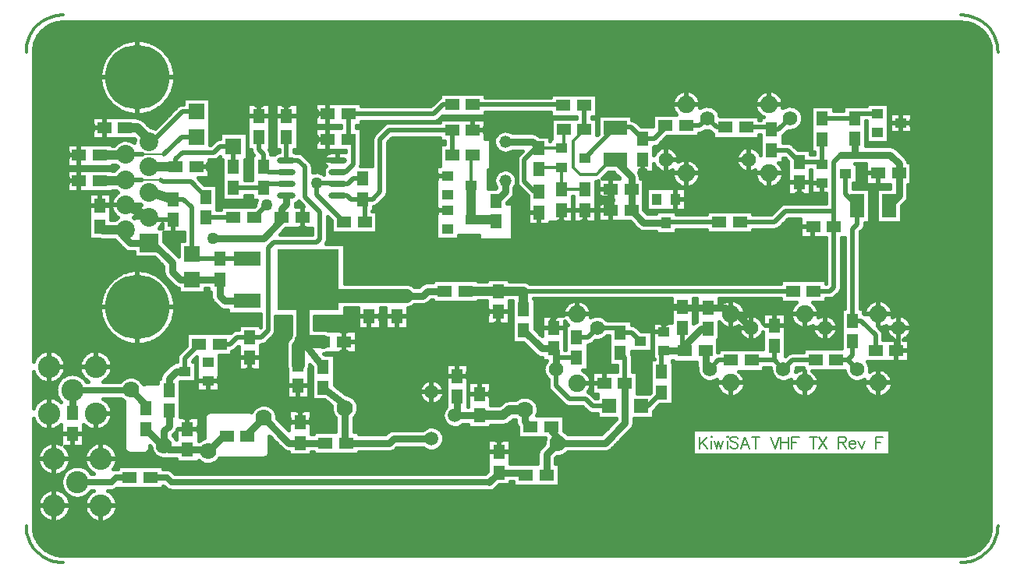
<source format=gtl>
%FSLAX42Y42*%
%MOMM*%
G71*
G01*
G75*
%ADD10C,0.38*%
%ADD11C,0.40*%
%ADD12R,1.52X1.27*%
%ADD13R,1.27X1.52*%
%ADD14R,1.27X1.02*%
%ADD15R,1.52X2.54*%
%ADD16R,2.54X1.52*%
%ADD17O,2.03X0.61*%
%ADD18R,6.73X6.73*%
%ADD19R,1.02X1.27*%
%ADD20R,3.00X1.60*%
%ADD21R,1.52X1.52*%
%ADD22C,1.00*%
%ADD23C,0.50*%
%ADD24C,1.40*%
%ADD25C,0.80*%
%ADD26C,0.70*%
%ADD27C,0.80*%
%ADD28C,1.50*%
%ADD29C,1.40*%
%ADD30C,0.30*%
%ADD31C,0.51*%
%ADD32C,0.20*%
%ADD33C,0.15*%
%ADD34C,0.18*%
%ADD35C,3.50*%
%ADD36C,2.41*%
%ADD37C,6.20*%
%ADD38C,1.32*%
%ADD39C,1.78*%
%ADD40C,1.57*%
%ADD41C,1.52*%
%ADD42R,1.78X1.78*%
%ADD43C,1.90*%
%ADD44C,6.99*%
%ADD45C,2.03*%
%ADD46R,2.03X2.03*%
%ADD47C,1.27*%
D10*
X30396Y23084D02*
X30395Y23110D01*
X30393Y23135D01*
X30389Y23159D01*
X30384Y23184D01*
X30377Y23208D01*
X30368Y23232D01*
X30358Y23255D01*
X30347Y23277D01*
X30334Y23299D01*
X30320Y23320D01*
X30304Y23339D01*
X30288Y23358D01*
X30270Y23376D01*
X30251Y23393D01*
X30231Y23408D01*
X30210Y23422D01*
X30189Y23435D01*
X30166Y23446D01*
X30143Y23456D01*
X30120Y23465D01*
X30096Y23472D01*
X30071Y23477D01*
X30046Y23481D01*
X30021Y23484D01*
X29996Y23484D01*
X29996Y17534D02*
X30021Y17535D01*
X30046Y17538D01*
X30071Y17541D01*
X30096Y17547D01*
X30120Y17554D01*
X30143Y17562D01*
X30166Y17572D01*
X30189Y17584D01*
X30210Y17597D01*
X30231Y17611D01*
X30251Y17626D01*
X30270Y17643D01*
X30288Y17661D01*
X30304Y17679D01*
X30320Y17699D01*
X30334Y17720D01*
X30347Y17742D01*
X30358Y17764D01*
X30368Y17787D01*
X30377Y17811D01*
X30384Y17835D01*
X30389Y17859D01*
X30393Y17884D01*
X30395Y17909D01*
X30396Y17934D01*
X20246Y23484D02*
X20221Y23484D01*
X20196Y23481D01*
X20171Y23477D01*
X20147Y23472D01*
X20122Y23465D01*
X20099Y23456D01*
X20076Y23446D01*
X20053Y23435D01*
X20032Y23422D01*
X20011Y23408D01*
X19991Y23393D01*
X19972Y23376D01*
X19955Y23358D01*
X19938Y23339D01*
X19922Y23320D01*
X19908Y23299D01*
X19896Y23277D01*
X19884Y23255D01*
X19874Y23232D01*
X19866Y23208D01*
X19859Y23184D01*
X19853Y23159D01*
X19849Y23135D01*
X19847Y23110D01*
X19846Y23084D01*
Y17934D02*
X19847Y17909D01*
X19849Y17884D01*
X19853Y17859D01*
X19859Y17835D01*
X19866Y17811D01*
X19874Y17787D01*
X19884Y17764D01*
X19896Y17742D01*
X19908Y17720D01*
X19922Y17699D01*
X19938Y17679D01*
X19955Y17661D01*
X19972Y17643D01*
X19991Y17626D01*
X20011Y17611D01*
X20032Y17597D01*
X20053Y17584D01*
X20076Y17572D01*
X20099Y17562D01*
X20122Y17554D01*
X20147Y17547D01*
X20171Y17541D01*
X20196Y17538D01*
X20221Y17535D01*
X20246Y17534D01*
X30396Y23084D02*
X30395Y23110D01*
X30393Y23135D01*
X30389Y23159D01*
X30384Y23184D01*
X30377Y23208D01*
X30368Y23232D01*
X30358Y23255D01*
X30347Y23277D01*
X30334Y23299D01*
X30320Y23320D01*
X30304Y23339D01*
X30288Y23358D01*
X30270Y23376D01*
X30251Y23393D01*
X30231Y23408D01*
X30210Y23422D01*
X30189Y23435D01*
X30166Y23446D01*
X30143Y23456D01*
X30120Y23465D01*
X30096Y23472D01*
X30071Y23477D01*
X30046Y23481D01*
X30021Y23484D01*
X29996Y23484D01*
X29996Y17534D02*
X30021Y17535D01*
X30046Y17538D01*
X30071Y17541D01*
X30096Y17547D01*
X30120Y17554D01*
X30143Y17562D01*
X30166Y17572D01*
X30189Y17584D01*
X30210Y17597D01*
X30231Y17611D01*
X30251Y17626D01*
X30270Y17643D01*
X30288Y17661D01*
X30304Y17679D01*
X30320Y17699D01*
X30334Y17720D01*
X30347Y17742D01*
X30358Y17764D01*
X30368Y17787D01*
X30377Y17811D01*
X30384Y17835D01*
X30389Y17859D01*
X30393Y17884D01*
X30395Y17909D01*
X30396Y17934D01*
X20246Y23484D02*
X20221Y23484D01*
X20196Y23481D01*
X20171Y23477D01*
X20147Y23472D01*
X20122Y23465D01*
X20099Y23456D01*
X20076Y23446D01*
X20053Y23435D01*
X20032Y23422D01*
X20011Y23408D01*
X19991Y23393D01*
X19972Y23376D01*
X19955Y23358D01*
X19938Y23339D01*
X19922Y23320D01*
X19908Y23299D01*
X19896Y23277D01*
X19884Y23255D01*
X19874Y23232D01*
X19866Y23208D01*
X19859Y23184D01*
X19853Y23159D01*
X19849Y23135D01*
X19847Y23110D01*
X19846Y23084D01*
Y17934D02*
X19847Y17909D01*
X19849Y17884D01*
X19853Y17859D01*
X19859Y17835D01*
X19866Y17811D01*
X19874Y17787D01*
X19884Y17764D01*
X19896Y17742D01*
X19908Y17720D01*
X19922Y17699D01*
X19938Y17679D01*
X19955Y17661D01*
X19972Y17643D01*
X19991Y17626D01*
X20011Y17611D01*
X20032Y17597D01*
X20053Y17584D01*
X20076Y17572D01*
X20099Y17562D01*
X20122Y17554D01*
X20147Y17547D01*
X20171Y17541D01*
X20196Y17538D01*
X20221Y17535D01*
X20246Y17534D01*
X24486Y19130D02*
X24502Y19146D01*
X25401Y21806D02*
X25426Y21831D01*
X25655D01*
Y21590D02*
Y21831D01*
Y21590D02*
X25909D01*
X25782Y22111D02*
X25909Y22238D01*
X25782Y21831D02*
Y22111D01*
Y21831D02*
X25858Y21755D01*
X26036D01*
X26188Y21908D01*
X25680Y22060D02*
Y22238D01*
X25655Y22035D02*
X25680Y22060D01*
X25909Y21933D02*
Y21946D01*
X26417Y21361D02*
X26430Y21349D01*
X26188Y21908D02*
X26217Y21879D01*
X25401Y22035D02*
X25655D01*
D11*
X19923Y17934D02*
X19924Y17909D01*
X19927Y17884D01*
X19932Y17859D01*
X19939Y17835D01*
X19948Y17811D01*
X19958Y17788D01*
X19971Y17766D01*
X19985Y17745D01*
X20001Y17725D01*
X20018Y17706D01*
X20036Y17689D01*
X20056Y17673D01*
X20077Y17659D01*
X20100Y17647D01*
X20123Y17636D01*
X20146Y17627D01*
X20171Y17620D01*
X20196Y17616D01*
X20221Y17613D01*
X20246Y17612D01*
X19923Y17934D02*
X19924Y17909D01*
X19927Y17884D01*
X19932Y17859D01*
X19939Y17835D01*
X19948Y17811D01*
X19958Y17788D01*
X19971Y17766D01*
X19985Y17745D01*
X20001Y17725D01*
X20018Y17706D01*
X20036Y17689D01*
X20056Y17673D01*
X20077Y17659D01*
X20100Y17647D01*
X20123Y17636D01*
X20146Y17627D01*
X20171Y17620D01*
X20196Y17616D01*
X20221Y17613D01*
X20246Y17612D01*
X19923Y17934D02*
X19924Y17909D01*
X19927Y17884D01*
X19932Y17859D01*
X19939Y17835D01*
X19948Y17811D01*
X19958Y17788D01*
X19971Y17766D01*
X19985Y17745D01*
X20001Y17725D01*
X20018Y17706D01*
X20036Y17689D01*
X20056Y17673D01*
X20077Y17659D01*
X20100Y17647D01*
X20123Y17636D01*
X20146Y17627D01*
X20171Y17620D01*
X20196Y17616D01*
X20221Y17613D01*
X20246Y17612D01*
X20327Y18155D02*
X20325Y18181D01*
X20320Y18206D01*
X20311Y18230D01*
X20298Y18252D01*
X20283Y18272D01*
X20265Y18290D01*
X20245Y18306D01*
X20222Y18318D01*
X20198Y18327D01*
X20174Y18332D01*
X20148Y18334D01*
X20123Y18332D01*
X20098Y18327D01*
X20074Y18318D01*
X20051Y18306D01*
X20031Y18290D01*
X20013Y18272D01*
X19998Y18252D01*
X19986Y18230D01*
X19977Y18206D01*
X19971Y18181D01*
X19969Y18155D01*
X19971Y18130D01*
X19977Y18105D01*
X19986Y18081D01*
X19998Y18059D01*
X20013Y18038D01*
X20031Y18020D01*
X20051Y18005D01*
X20074Y17993D01*
X20098Y17984D01*
X20123Y17978D01*
X20148Y17977D01*
X20174Y17978D01*
X20198Y17984D01*
X20222Y17993D01*
X20245Y18005D01*
X20265Y18020D01*
X20283Y18038D01*
X20298Y18059D01*
X20311Y18081D01*
X20320Y18105D01*
X20325Y18130D01*
X20327Y18155D01*
X20555Y18502D02*
X20540Y18523D01*
X20523Y18541D01*
X20503Y18557D01*
X20482Y18569D01*
X20459Y18579D01*
X20434Y18585D01*
X20410Y18588D01*
X20384Y18587D01*
X20360Y18583D01*
X20336Y18575D01*
X20313Y18565D01*
X20293Y18551D01*
X20274Y18534D01*
X20258Y18515D01*
X20244Y18494D01*
X20234Y18471D01*
X20227Y18447D01*
X20224Y18422D01*
Y18397D01*
X20227Y18372D01*
X20234Y18348D01*
X20244Y18325D01*
X20258Y18304D01*
X20274Y18285D01*
X20293Y18268D01*
X20313Y18254D01*
X20336Y18243D01*
X20360Y18236D01*
X20384Y18232D01*
X20410Y18231D01*
X20434Y18234D01*
X20459Y18240D01*
X20482Y18249D01*
X20503Y18262D01*
X20523Y18278D01*
X20540Y18296D01*
X20555Y18316D01*
X20578Y18316D02*
X20556Y18304D01*
X20536Y18288D01*
X20519Y18270D01*
X20504Y18249D01*
X20492Y18227D01*
X20484Y18203D01*
X20479Y18178D01*
X20477Y18152D01*
X20480Y18127D01*
X20485Y18102D01*
X20495Y18079D01*
X20507Y18057D01*
X20522Y18037D01*
X20541Y18019D01*
X20561Y18004D01*
X20584Y17992D01*
X20607Y17983D01*
X20632Y17978D01*
X20658Y17977D01*
X20683Y17979D01*
X20708Y17984D01*
X20731Y17993D01*
X20754Y18006D01*
X20774Y18021D01*
X20792Y18039D01*
X20807Y18059D01*
X20819Y18082D01*
X20828Y18105D01*
X20833Y18130D01*
X20835Y18155D01*
X20327Y18663D02*
X20325Y18689D01*
X20319Y18715D01*
X20310Y18739D01*
X20298Y18761D01*
X20282Y18782D01*
X20263Y18800D01*
X20224Y18825D02*
X20201Y18834D01*
X20176Y18840D01*
X20150Y18842D01*
X20125Y18841D01*
X20100Y18835D01*
X20076Y18827D01*
X20053Y18815D01*
X20032Y18800D01*
X20014Y18782D01*
X19999Y18761D01*
X19986Y18739D01*
X19977Y18715D01*
X19971Y18690D01*
X19969Y18665D01*
X19971Y18639D01*
X19976Y18614D01*
X19985Y18590D01*
X19997Y18568D01*
X20012Y18547D01*
X20030Y18529D01*
X20051Y18514D01*
X20073Y18501D01*
X20097Y18492D01*
X20122Y18487D01*
X20147Y18485D01*
X20173Y18486D01*
X20198Y18492D01*
X20222Y18501D01*
X20244Y18513D01*
X20265Y18528D01*
X20283Y18546D01*
X20298Y18567D01*
X20311Y18589D01*
X20320Y18613D01*
X20325Y18638D01*
X20327Y18663D01*
X20835D02*
X20833Y18689D01*
X20828Y18714D01*
X20819Y18737D01*
X20807Y18760D01*
X20792Y18780D01*
X20774Y18798D01*
X20754Y18813D01*
X20731Y18826D01*
X20708Y18835D01*
X20683Y18840D01*
X20658Y18842D01*
X20632Y18841D01*
X20607Y18835D01*
X20584Y18827D01*
X20561Y18815D01*
X20541Y18800D01*
X20522Y18782D01*
X20507Y18762D01*
X20495Y18740D01*
X20485Y18716D01*
X20480Y18692D01*
X20477Y18666D01*
X20479Y18641D01*
X20484Y18616D01*
X20492Y18592D01*
X20504Y18570D01*
X20519Y18549D01*
X20536Y18531D01*
X20556Y18515D01*
X20578Y18502D01*
X20835Y18155D02*
X20833Y18180D01*
X20828Y18205D01*
X20819Y18228D01*
X20808Y18250D01*
X20793Y18271D01*
X20775Y18289D01*
X20756Y18304D01*
X20734Y18316D01*
X20771D02*
X20795Y18319D01*
X20818Y18329D01*
X20837Y18343D01*
X20771Y18316D02*
X20795Y18319D01*
X20817Y18329D01*
X20837Y18343D01*
X21355Y18344D02*
X21374Y18329D01*
X21397Y18319D01*
X21421Y18316D01*
X21355Y18344D02*
X21375Y18329D01*
X21397Y18319D01*
X21421Y18316D01*
X20821Y18552D02*
X20793Y18548D01*
X20821Y18552D02*
X20793Y18548D01*
X20807Y18568D01*
X20819Y18590D01*
X20828Y18614D01*
X20833Y18638D01*
X20835Y18663D01*
X20907Y18784D02*
X20912Y18760D01*
X20926Y18739D01*
X20947Y18725D01*
X20972Y18720D01*
X20907Y18784D02*
X20912Y18760D01*
X20926Y18739D01*
X20947Y18725D01*
X20972Y18720D01*
X21126D02*
X21151Y18725D01*
X21172Y18739D01*
X21186Y18760D01*
X21191Y18784D01*
X21187Y18806D01*
X21437Y18525D02*
X21418Y18540D01*
X21395Y18549D01*
X21371Y18552D01*
X21437Y18525D02*
X21418Y18540D01*
X21395Y18549D01*
X21371Y18552D01*
X21374Y18663D02*
X21392Y18661D01*
X21374Y18663D02*
X21392Y18661D01*
X21198Y18795D02*
X21202Y18770D01*
X21210Y18747D01*
X21222Y18725D01*
X21238Y18706D01*
X21256Y18689D01*
X21277Y18676D01*
X21300Y18667D01*
X21325Y18661D01*
X21349Y18660D01*
X21374Y18663D01*
X21475Y18874D02*
X21461Y18897D01*
X21442Y18916D01*
X21465Y18945D02*
X21475Y18957D01*
X21465Y18945D02*
X21475Y18957D01*
X21718Y18640D02*
X21739Y18623D01*
X21762Y18611D01*
X21787Y18603D01*
X21813Y18599D01*
X21839Y18600D01*
X21865Y18606D01*
X21889Y18616D01*
X21911Y18631D01*
X21930Y18649D01*
X21946Y18670D01*
X21777Y18887D02*
X21749Y18875D01*
X21724Y18857D01*
X19923Y19097D02*
X19933Y19074D01*
X19946Y19053D01*
X19961Y19034D01*
X19979Y19017D01*
X19999Y19003D01*
X20021Y18991D01*
X20044Y18983D01*
X20069Y18978D01*
X20093Y18977D01*
X20118Y18978D01*
X20142Y18984D01*
X20165Y18992D01*
X20187Y19004D01*
X20207Y19018D01*
X20224Y19035D01*
X20224Y19275D02*
X20207Y19293D01*
X20187Y19307D01*
X20165Y19319D01*
X20142Y19327D01*
X20118Y19332D01*
X20093Y19334D01*
X20069Y19333D01*
X20044Y19328D01*
X20021Y19319D01*
X19999Y19308D01*
X19979Y19294D01*
X19961Y19277D01*
X19946Y19258D01*
X19933Y19237D01*
X19923Y19214D01*
X20468Y19035D02*
X20486Y19018D01*
X20506Y19003D01*
X20529Y18991D01*
X20553Y18983D01*
X20577Y18978D01*
X20603Y18977D01*
X20628Y18979D01*
X20653Y18985D01*
X20676Y18994D01*
X20698Y19006D01*
X20718Y19021D01*
X20736Y19039D01*
X20751Y19060D01*
X20763Y19082D01*
X20772Y19105D01*
X20777Y19130D01*
X20779Y19155D01*
Y19155D02*
X20777Y19180D01*
X20772Y19205D01*
X20763Y19228D01*
X20752Y19250D01*
X20737Y19271D01*
X20719Y19289D01*
X20700Y19304D01*
X20678Y19316D01*
X19923Y19605D02*
X19933Y19582D01*
X19946Y19560D01*
X19962Y19541D01*
X19980Y19524D01*
X20001Y19510D01*
X20023Y19498D01*
X20047Y19490D01*
X20072Y19486D01*
X20097Y19485D01*
X20122Y19487D01*
X20146Y19493D01*
X20170Y19502D01*
X20191Y19515D01*
X20211Y19530D01*
X20229Y19548D01*
X20243Y19568D01*
X20255Y19590D01*
X20264Y19614D01*
X20269Y19638D01*
X20271Y19663D01*
X20499Y19502D02*
X20484Y19523D01*
X20466Y19542D01*
X20446Y19557D01*
X20424Y19570D01*
X20401Y19580D01*
X20376Y19586D01*
X20351Y19588D01*
X20325Y19587D01*
X20300Y19582D01*
X20276Y19574D01*
X20254Y19562D01*
X20233Y19548D01*
X20214Y19530D01*
X20199Y19510D01*
X20186Y19489D01*
X20176Y19465D01*
X20170Y19440D01*
X20167Y19415D01*
X20168Y19390D01*
X20173Y19365D01*
X20181Y19341D01*
X20193Y19318D01*
X20207Y19297D01*
X20224Y19278D01*
X20779Y19663D02*
X20777Y19689D01*
X20772Y19714D01*
X20763Y19737D01*
X20751Y19760D01*
X20736Y19780D01*
X20718Y19798D01*
X20698Y19813D01*
X20675Y19826D01*
X20652Y19835D01*
X20627Y19840D01*
X20602Y19842D01*
X20576Y19841D01*
X20551Y19835D01*
X20528Y19827D01*
X20505Y19815D01*
X20485Y19800D01*
X20466Y19782D01*
X20451Y19762D01*
X20439Y19740D01*
X20429Y19716D01*
X20424Y19692D01*
X20421Y19666D01*
X20423Y19641D01*
X20428Y19616D01*
X20436Y19592D01*
X20448Y19570D01*
X20463Y19549D01*
X20480Y19531D01*
X20500Y19515D01*
X20522Y19502D01*
X20678D02*
X20700Y19515D01*
X20719Y19530D01*
X20737Y19548D01*
X20752Y19568D01*
X20763Y19591D01*
X20772Y19614D01*
X20777Y19638D01*
X20779Y19663D01*
X20271Y19663D02*
X20269Y19688D01*
X20264Y19713D01*
X20255Y19736D01*
X20243Y19759D01*
X20229Y19779D01*
X20211Y19797D01*
X20191Y19812D01*
X20170Y19825D01*
X20146Y19834D01*
X20122Y19840D01*
X20097Y19842D01*
X20072Y19841D01*
X20047Y19836D01*
X20023Y19828D01*
X20001Y19817D01*
X19980Y19803D01*
X19962Y19786D01*
X19946Y19767D01*
X19933Y19745D01*
X19923Y19722D01*
X21460Y20309D02*
X21460Y20335D01*
X21457Y20360D01*
X21453Y20385D01*
X21448Y20410D01*
X21441Y20434D01*
X21432Y20458D01*
X21422Y20481D01*
X21411Y20504D01*
X21398Y20526D01*
X21384Y20547D01*
X21369Y20567D01*
X21352Y20586D01*
X21334Y20604D01*
X21315Y20621D01*
X21296Y20637D01*
X21275Y20651D01*
X21253Y20664D01*
X21231Y20676D01*
X21208Y20686D01*
X21184Y20695D01*
X21160Y20703D01*
X21135Y20708D01*
X21110Y20713D01*
X21085Y20716D01*
X21059Y20717D01*
X21034Y20716D01*
X21009Y20714D01*
X20984Y20711D01*
X20959Y20706D01*
X20934Y20699D01*
X20910Y20691D01*
X20887Y20681D01*
X20864Y20670D01*
X20842Y20658D01*
X20821Y20644D01*
X20801Y20629D01*
X20781Y20613D01*
X20763Y20595D01*
X20746Y20577D01*
X20730Y20557D01*
X20715Y20536D01*
X20701Y20515D01*
X20689Y20493D01*
X20679Y20470D01*
X20669Y20446D01*
X20662Y20422D01*
X20655Y20397D01*
X20651Y20372D01*
X20648Y20347D01*
X20646Y20322D01*
Y20297D01*
X20648Y20271D01*
X20651Y20246D01*
X20655Y20221D01*
X20662Y20197D01*
X20669Y20173D01*
X20679Y20149D01*
X20689Y20126D01*
X20701Y20104D01*
X20715Y20082D01*
X20730Y20062D01*
X20746Y20042D01*
X20763Y20024D01*
X20781Y20006D01*
X20801Y19990D01*
X20821Y19975D01*
X20842Y19961D01*
X20864Y19948D01*
X20887Y19937D01*
X20910Y19928D01*
X20934Y19920D01*
X20959Y19913D01*
X20984Y19908D01*
X21009Y19904D01*
X21034Y19902D01*
X21059Y19902D01*
X21085Y19903D01*
X21110Y19906D01*
X21135Y19910D01*
X21160Y19916D01*
X21184Y19924D01*
X21208Y19932D01*
X21231Y19943D01*
X21253Y19955D01*
X21275Y19968D01*
X21296Y19982D01*
X21315Y19998D01*
X21334Y20015D01*
X21352Y20033D01*
X21369Y20052D01*
X21384Y20072D01*
X21398Y20093D01*
X21411Y20115D01*
X21422Y20138D01*
X21432Y20161D01*
X21441Y20185D01*
X21448Y20209D01*
X21453Y20234D01*
X21457Y20259D01*
X21460Y20284D01*
X21460Y20309D01*
X20872Y19316D02*
X20888Y19300D01*
X20907Y19286D01*
X21146Y19479D02*
X21118Y19472D01*
X21105Y19494D01*
X21089Y19513D01*
X21071Y19530D01*
X21049Y19543D01*
X21026Y19552D01*
X21001Y19557D01*
X20976Y19558D01*
X20952Y19555D01*
X20928Y19547D01*
X20905Y19536D01*
X20885Y19521D01*
X20868Y19502D01*
X21842Y19174D02*
X21817Y19169D01*
X21796Y19155D01*
X21782Y19134D01*
X21777Y19109D01*
X21842Y19174D02*
X21817Y19169D01*
X21796Y19155D01*
X21782Y19134D01*
X21777Y19109D01*
X21298Y19544D02*
X21298Y19534D01*
X21298Y19544D02*
X21298Y19534D01*
X21327Y19604D02*
X21313Y19586D01*
X21303Y19566D01*
X21298Y19544D01*
X21327Y19604D02*
X21313Y19586D01*
X21303Y19566D01*
X21298Y19544D01*
X21445Y19705D02*
X21423Y19695D01*
X21403Y19680D01*
X21445Y19705D02*
X21423Y19695D01*
X21403Y19680D01*
X21508Y19814D02*
X21495Y19797D01*
X21487Y19777D01*
X21484Y19755D01*
X21508Y19814D02*
X21495Y19797D01*
X21487Y19777D01*
X21484Y19755D01*
X22422Y18670D02*
X22447Y18675D01*
X22467Y18689D01*
X22481Y18710D01*
X22486Y18734D01*
X22422Y18670D02*
X22447Y18675D01*
X22467Y18689D01*
X22481Y18710D01*
X22486Y18734D01*
X22628Y18765D02*
X22648Y18749D01*
X22672Y18740D01*
X22697Y18736D01*
X22628Y18765D02*
X22648Y18749D01*
X22672Y18740D01*
X22697Y18736D01*
X22571Y19099D02*
X22571Y19107D01*
X23788Y18736D02*
X23813Y18740D01*
X23837Y18749D01*
X23857Y18765D01*
X23788Y18736D02*
X23813Y18740D01*
X23837Y18749D01*
X23857Y18765D01*
X23834Y18978D02*
X23808Y18975D01*
X23785Y18965D01*
X23764Y18950D01*
X23834Y18978D02*
X23808Y18975D01*
X23785Y18965D01*
X23764Y18950D01*
X24154Y18782D02*
X24175Y18766D01*
X24198Y18755D01*
X24223Y18748D01*
X24249Y18746D01*
X24275Y18749D01*
X24300Y18757D01*
X24322Y18770D01*
X24342Y18787D01*
X24358Y18807D01*
X24370Y18830D01*
X24378Y18855D01*
X24380Y18880D01*
X24378Y18906D01*
X24370Y18931D01*
X24358Y18954D01*
X24342Y18974D01*
X24322Y18991D01*
X24300Y19004D01*
X24275Y19012D01*
X24249Y19015D01*
X24223Y19013D01*
X24198Y19006D01*
X24175Y18994D01*
X24154Y18978D01*
X22292Y19171D02*
X22272Y19174D01*
X22571Y19107D02*
X22569Y19131D01*
X22563Y19155D01*
X22553Y19178D01*
X22539Y19199D01*
X22522Y19216D01*
X22503Y19231D01*
X22481Y19243D01*
X22457Y19250D01*
X22433Y19254D01*
X22408Y19253D01*
X22384Y19248D01*
X22361Y19239D01*
X22339Y19227D01*
X22320Y19211D01*
X22305Y19192D01*
X22292Y19171D01*
X22080Y19829D02*
X22102Y19837D01*
X22120Y19851D01*
X22080Y19829D02*
X22102Y19837D01*
X22120Y19851D01*
X22136Y20068D02*
X22115Y20065D01*
X22095Y20056D01*
X22077Y20043D01*
X22136Y20068D02*
X22115Y20065D01*
X22095Y20056D01*
X22077Y20043D01*
X22396Y19901D02*
X22418Y19904D01*
X22438Y19912D01*
X22455Y19926D01*
X22396Y19901D02*
X22418Y19904D01*
X22438Y19912D01*
X22455Y19926D01*
X22530Y20001D02*
X22543Y20018D01*
X22551Y20038D01*
X22554Y20059D01*
X22530Y20001D02*
X22543Y20018D01*
X22551Y20038D01*
X22554Y20059D01*
X22668Y19684D02*
X22670Y19664D01*
X22674Y19644D01*
X22706Y19978D02*
X22690Y19959D01*
X22678Y19937D01*
X22670Y19913D01*
X22668Y19888D01*
X22918Y19644D02*
X22923Y19664D01*
X22924Y19684D01*
X23080Y19807D02*
X23111Y19813D01*
X22706Y19978D02*
X22690Y19959D01*
X22678Y19937D01*
X22670Y19913D01*
X22668Y19888D01*
X22722Y20013D02*
X22708Y19981D01*
X23121Y20056D02*
X23093Y20066D01*
X23064Y20069D01*
X23121Y20056D02*
X23093Y20066D01*
X23064Y20069D01*
X23160Y19240D02*
X23157Y19215D01*
X23160Y19191D01*
X23166Y19167D01*
X23176Y19144D01*
X23189Y19123D01*
X23206Y19105D01*
X23451Y19215D02*
X23449Y19241D01*
X23442Y19267D01*
X23431Y19290D01*
X23415Y19312D01*
X23396Y19330D01*
X23374Y19345D01*
X23350Y19355D01*
X23324Y19361D01*
X23403Y19105D02*
X23420Y19123D01*
X23433Y19144D01*
X23443Y19166D01*
X23449Y19190D01*
X23451Y19215D01*
X24401Y19225D02*
X24385Y19204D01*
X24374Y19181D01*
X24368Y19157D01*
X24366Y19131D01*
X24369Y19105D01*
X24377Y19081D01*
X24389Y19059D01*
X24406Y19039D01*
X24426Y19023D01*
X24448Y19011D01*
X24473Y19003D01*
X24498Y19000D01*
X24524Y19002D01*
X24549Y19009D01*
X24571Y19021D01*
X24592Y19036D01*
X24380Y19388D02*
X24378Y19414D01*
X24371Y19438D01*
X24359Y19461D01*
X24343Y19481D01*
X24324Y19498D01*
X24302Y19511D01*
X24278Y19519D01*
X24252Y19523D01*
X24227Y19521D01*
X24202Y19515D01*
X24179Y19505D01*
X24158Y19490D01*
X24141Y19471D01*
X24127Y19450D01*
X24117Y19426D01*
X24112Y19401D01*
Y19376D01*
X24117Y19351D01*
X24127Y19327D01*
X24141Y19305D01*
X24158Y19287D01*
X24179Y19272D01*
X24202Y19261D01*
X24227Y19255D01*
X24252Y19254D01*
X24278Y19258D01*
X24302Y19266D01*
X24324Y19279D01*
X24343Y19296D01*
X24359Y19316D01*
X24371Y19338D01*
X24378Y19363D01*
X24380Y19388D01*
X20636Y21050D02*
X20659Y21042D01*
X20683Y21039D01*
X20811Y21036D02*
X20824Y21020D01*
X20811Y21036D02*
X20824Y21020D01*
X20903Y20941D02*
X20923Y20925D01*
X20947Y20916D01*
X20972Y20912D01*
X20903Y20941D02*
X20923Y20925D01*
X20947Y20916D01*
X20972Y20912D01*
X20768Y21401D02*
X20773Y21377D01*
X20781Y21354D01*
X20793Y21333D01*
X20807Y21314D01*
X20825Y21298D01*
X20844Y21284D01*
X20826Y21271D01*
X20810Y21256D01*
X21021Y21275D02*
X21008Y21284D01*
X21021Y21292D02*
Y21275D01*
X21008Y21284D02*
X21021Y21292D01*
X21086Y21412D02*
X21086Y21421D01*
X21098D02*
X21086Y21412D01*
X21086Y21421D02*
X21086Y21429D01*
X21098Y21421D01*
X20844Y21558D02*
X20825Y21544D01*
X20807Y21528D01*
X20793Y21508D01*
X20781Y21487D01*
X20773Y21465D01*
X20768Y21441D01*
X20819Y21576D02*
X20844Y21558D01*
X21449Y20540D02*
X21472Y20523D01*
X21499Y20513D01*
X21449Y20540D02*
X21472Y20523D01*
X21499Y20513D01*
X21335Y20694D02*
X21339Y20669D01*
X21349Y20645D01*
X21364Y20625D01*
X21335Y20694D02*
X21339Y20669D01*
X21349Y20645D01*
X21364Y20625D01*
X21934Y20308D02*
X21954Y20292D01*
X21978Y20282D01*
X22003Y20279D01*
X21934Y20308D02*
X21954Y20292D01*
X21978Y20282D01*
X22003Y20279D01*
X21848Y20434D02*
X21851Y20409D01*
X21861Y20385D01*
X21877Y20365D01*
X21848Y20434D02*
X21851Y20409D01*
X21861Y20385D01*
X21877Y20365D01*
X21291Y21169D02*
X21310Y21191D01*
X21324Y21216D01*
X22346Y21475D02*
X22337Y21447D01*
X22335Y21418D01*
X20844Y21832D02*
X20820Y21815D01*
X20799Y21792D01*
X20819Y21851D02*
X20844Y21832D01*
X21021Y22098D02*
X21000Y22111D01*
X20977Y22121D01*
X20953Y22127D01*
X20929Y22129D01*
X20904Y22128D01*
X20880Y22122D01*
X20857Y22114D01*
X20836Y22101D01*
X20817Y22086D01*
X20800Y22067D01*
X20246Y23407D02*
X20221Y23406D01*
X20196Y23403D01*
X20171Y23398D01*
X20146Y23391D01*
X20123Y23383D01*
X20100Y23372D01*
X20077Y23360D01*
X20056Y23346D01*
X20036Y23330D01*
X20018Y23313D01*
X20001Y23294D01*
X19985Y23274D01*
X19971Y23253D01*
X19958Y23231D01*
X19948Y23208D01*
X19939Y23184D01*
X19932Y23160D01*
X19927Y23135D01*
X19924Y23110D01*
X19923Y23084D01*
X20246Y23407D02*
X20221Y23406D01*
X20196Y23403D01*
X20171Y23398D01*
X20146Y23391D01*
X20123Y23383D01*
X20100Y23372D01*
X20077Y23360D01*
X20056Y23346D01*
X20036Y23330D01*
X20018Y23313D01*
X20001Y23294D01*
X19985Y23274D01*
X19971Y23253D01*
X19958Y23231D01*
X19948Y23208D01*
X19939Y23184D01*
X19932Y23160D01*
X19927Y23135D01*
X19924Y23110D01*
X19923Y23084D01*
X20246Y23407D02*
X20221Y23406D01*
X20196Y23403D01*
X20171Y23398D01*
X20146Y23391D01*
X20123Y23383D01*
X20100Y23372D01*
X20077Y23360D01*
X20056Y23346D01*
X20036Y23330D01*
X20018Y23313D01*
X20001Y23294D01*
X19985Y23274D01*
X19971Y23253D01*
X19958Y23231D01*
X19948Y23208D01*
X19939Y23184D01*
X19932Y23160D01*
X19927Y23135D01*
X19924Y23110D01*
X19923Y23084D01*
X21460Y22809D02*
X21460Y22835D01*
X21457Y22860D01*
X21453Y22885D01*
X21448Y22910D01*
X21441Y22934D01*
X21432Y22958D01*
X21422Y22981D01*
X21411Y23004D01*
X21398Y23026D01*
X21384Y23047D01*
X21369Y23067D01*
X21352Y23086D01*
X21334Y23104D01*
X21315Y23121D01*
X21296Y23137D01*
X21275Y23151D01*
X21253Y23164D01*
X21231Y23176D01*
X21208Y23186D01*
X21184Y23195D01*
X21160Y23203D01*
X21135Y23208D01*
X21110Y23213D01*
X21085Y23216D01*
X21059Y23217D01*
X21034Y23216D01*
X21009Y23214D01*
X20984Y23211D01*
X20959Y23206D01*
X20934Y23199D01*
X20910Y23191D01*
X20887Y23181D01*
X20864Y23170D01*
X20842Y23158D01*
X20821Y23144D01*
X20801Y23129D01*
X20781Y23113D01*
X20763Y23095D01*
X20746Y23077D01*
X20730Y23057D01*
X20715Y23036D01*
X20701Y23015D01*
X20689Y22993D01*
X20679Y22970D01*
X20669Y22946D01*
X20662Y22922D01*
X20655Y22897D01*
X20651Y22872D01*
X20648Y22847D01*
X20646Y22822D01*
Y22797D01*
X20648Y22771D01*
X20651Y22746D01*
X20655Y22721D01*
X20662Y22697D01*
X20669Y22673D01*
X20679Y22649D01*
X20689Y22626D01*
X20701Y22604D01*
X20715Y22582D01*
X20730Y22562D01*
X20746Y22542D01*
X20763Y22524D01*
X20781Y22506D01*
X20801Y22490D01*
X20821Y22475D01*
X20842Y22461D01*
X20864Y22448D01*
X20887Y22437D01*
X20910Y22428D01*
X20934Y22420D01*
X20959Y22413D01*
X20984Y22408D01*
X21009Y22404D01*
X21034Y22402D01*
X21059Y22402D01*
X21085Y22403D01*
X21110Y22406D01*
X21135Y22410D01*
X21160Y22416D01*
X21184Y22424D01*
X21208Y22432D01*
X21231Y22443D01*
X21253Y22455D01*
X21275Y22468D01*
X21296Y22482D01*
X21315Y22498D01*
X21334Y22515D01*
X21352Y22533D01*
X21369Y22552D01*
X21384Y22572D01*
X21398Y22593D01*
X21411Y22615D01*
X21422Y22638D01*
X21432Y22661D01*
X21441Y22685D01*
X21448Y22709D01*
X21453Y22734D01*
X21457Y22759D01*
X21460Y22784D01*
X21460Y22809D01*
X21023Y22133D02*
X21021Y22098D01*
X21881Y21909D02*
X21903Y21912D01*
X21923Y21920D01*
X21940Y21933D01*
X21881Y21909D02*
X21903Y21912D01*
X21923Y21920D01*
X21940Y21933D01*
X21949Y22142D02*
X21927Y22140D01*
X21907Y22131D01*
X21890Y22118D01*
X21949Y22142D02*
X21927Y22140D01*
X21907Y22131D01*
X21890Y22118D01*
X21245Y22253D02*
X21220Y22261D01*
X21195Y22266D01*
X22305Y21969D02*
X22312Y21961D01*
X22305Y21969D02*
X22312Y21961D01*
X22288Y22019D02*
X22292Y21993D01*
X22305Y21969D01*
X22288Y22019D02*
X22292Y21993D01*
X22305Y21969D01*
X21125Y22336D02*
X21105Y22352D01*
X21081Y22363D01*
X21055Y22367D01*
X21125Y22336D02*
X21105Y22352D01*
X21081Y22363D01*
X21055Y22367D01*
X21544Y22517D02*
X21522Y22515D01*
X21502Y22506D01*
X21485Y22493D01*
X21544Y22517D02*
X21522Y22515D01*
X21502Y22506D01*
X21485Y22493D01*
X23099Y21000D02*
X23112Y21025D01*
X23117Y21052D01*
X23099Y21000D02*
X23112Y21025D01*
X23117Y21052D01*
X22768Y21406D02*
X22771Y21431D01*
X22768Y21406D02*
X22771Y21431D01*
Y21441D02*
X22789Y21449D01*
X22804Y21460D01*
X22804D02*
X22812Y21451D01*
X22804Y21460D02*
X22812Y21451D01*
X22504Y21969D02*
X22499Y21999D01*
X22483Y22025D01*
X22504Y21969D02*
X22499Y21999D01*
X22483Y22025D01*
X22590Y21994D02*
X22562Y21986D01*
X22539Y21969D01*
X22858Y21966D02*
X22840Y21979D01*
X22820Y21987D01*
X22799Y21990D01*
X22775D02*
X22757Y21994D01*
X22858Y21966D02*
X22840Y21979D01*
X22820Y21987D01*
X22799Y21990D01*
X22954Y21834D02*
X22951Y21856D01*
X22943Y21876D01*
X22930Y21893D01*
X22954Y21834D02*
X22951Y21856D01*
X22943Y21876D01*
X22930Y21893D01*
X23078Y21750D02*
X23056Y21765D01*
X23032Y21776D01*
X23006Y21781D01*
X22980Y21780D01*
X22954Y21774D01*
X23099Y21843D02*
X23084Y21823D01*
X23075Y21800D01*
X23072Y21774D01*
X23078Y21750D01*
X23161Y21995D02*
X23135Y21991D01*
X23111Y21980D01*
X23092Y21963D01*
X23079Y21940D01*
X23073Y21915D01*
X23074Y21889D01*
X23083Y21864D01*
X23099Y21843D01*
X23313Y21995D02*
X23303Y21995D01*
X23993Y20303D02*
X24017Y20310D01*
X24041Y20321D01*
X24061Y20336D01*
X24150D02*
X24176Y20340D01*
X24199Y20349D01*
X24220Y20365D01*
X24150Y20336D02*
X24176Y20340D01*
X24199Y20349D01*
X24220Y20365D01*
X24061Y20532D02*
X24041Y20548D01*
X24017Y20559D01*
X23993Y20566D01*
X23971Y20567D01*
X24200Y20582D02*
X24175Y20579D01*
X24151Y20569D01*
X24131Y20554D01*
X24200Y20582D02*
X24175Y20579D01*
X24151Y20569D01*
X24131Y20554D01*
X23478Y21844D02*
X23480Y21859D01*
X23478Y21844D02*
X23480Y21859D01*
X23618Y21402D02*
X23643Y21410D01*
X23665Y21426D01*
X23618Y21402D02*
X23643Y21410D01*
X23665Y21426D01*
X23745Y21506D02*
X23758Y21523D01*
X23766Y21543D01*
X23769Y21564D01*
X23745Y21506D02*
X23758Y21523D01*
X23766Y21543D01*
X23769Y21564D01*
X23627Y22195D02*
X23614Y22178D01*
X23606Y22158D01*
X23603Y22136D01*
X23627Y22195D02*
X23614Y22178D01*
X23606Y22158D01*
X23603Y22136D01*
X23784Y22317D02*
X23763Y22315D01*
X23743Y22306D01*
X23725Y22293D01*
X23784Y22317D02*
X23763Y22315D01*
X23743Y22306D01*
X23725Y22293D01*
X24271Y22326D02*
X24293Y22329D01*
X24313Y22337D01*
X24330Y22351D01*
X24271Y22326D02*
X24293Y22329D01*
X24313Y22337D01*
X24330Y22351D01*
X24337Y22585D02*
X24312Y22568D01*
X24337Y22585D02*
X24312Y22568D01*
X24843Y18316D02*
X24870Y18311D01*
X24897Y18314D01*
X24922Y18324D01*
X24943Y18340D01*
X25272Y18606D02*
X25243Y18610D01*
X25272Y18606D02*
X25243Y18610D01*
X25027Y19026D02*
X25055Y19030D01*
X25082Y19041D01*
X25104Y19058D01*
X25027Y19026D02*
X25055Y19030D01*
X25082Y19041D01*
X25104Y19058D01*
X25088Y19303D02*
X25060Y19299D01*
X25034Y19289D01*
X25012Y19272D01*
X25088Y19303D02*
X25060Y19299D01*
X25034Y19289D01*
X25012Y19272D01*
X25160Y19069D02*
X25162Y19046D01*
X25170Y19025D01*
X25183Y19005D01*
X25160Y19069D02*
X25162Y19046D01*
X25170Y19025D01*
X25183Y19005D01*
X25427Y18781D02*
X25411Y18761D01*
X25401Y18737D01*
X25398Y18712D01*
X25427Y18781D02*
X25411Y18761D01*
X25401Y18737D01*
X25398Y18712D01*
X25482Y18888D02*
X25473Y18858D01*
X25472Y18826D01*
X25405Y19195D02*
X25403Y19221D01*
X25396Y19246D01*
X25384Y19270D01*
X25369Y19291D01*
X25350Y19309D01*
X25329Y19324D01*
X25305Y19334D01*
X25279Y19341D01*
X25253Y19342D01*
X25227Y19339D01*
X25202Y19331D01*
X25179Y19319D01*
X25158Y19303D01*
X25390Y19131D02*
X25398Y19152D01*
X25403Y19173D01*
X25405Y19195D01*
X25513Y19455D02*
X25516Y19434D01*
X25524Y19414D01*
X25537Y19396D01*
X25513Y19455D02*
X25516Y19434D01*
X25524Y19414D01*
X25537Y19396D01*
X25611Y18688D02*
X25637Y18689D01*
X25662Y18694D01*
X25687Y18704D01*
X25709Y18718D01*
X25728Y18736D01*
Y18932D02*
X25707Y18952D01*
X25682Y18967D01*
X26132Y18736D02*
X26158Y18740D01*
X26181Y18749D01*
X26202Y18765D01*
X26132Y18736D02*
X26158Y18740D01*
X26181Y18749D01*
X26202Y18765D01*
X25680Y19254D02*
X25697Y19240D01*
X25717Y19232D01*
X25739Y19229D01*
X25680Y19254D02*
X25697Y19240D01*
X25717Y19232D01*
X25739Y19229D01*
X25936Y19176D02*
X25953Y19162D01*
X25973Y19154D01*
X25995Y19151D01*
X25936Y19176D02*
X25953Y19162D01*
X25973Y19154D01*
X25995Y19151D01*
X25975Y19371D02*
X25946Y19390D01*
X25975Y19371D02*
X25946Y19390D01*
X25960Y19412D01*
X25970Y19435D01*
X25976Y19459D01*
X25978Y19485D01*
X26415Y18979D02*
X26431Y18999D01*
X26441Y19023D01*
X26444Y19048D01*
X26415Y18979D02*
X26431Y18999D01*
X26441Y19023D01*
X26444Y19048D01*
X25377Y19790D02*
X25397Y19774D01*
X25421Y19765D01*
X25446Y19761D01*
X25377Y19790D02*
X25397Y19774D01*
X25421Y19765D01*
X25446Y19761D01*
X25978Y19485D02*
X25976Y19510D01*
X25970Y19534D01*
X25960Y19558D01*
X25946Y19579D01*
X25928Y19598D01*
X25908Y19613D01*
X25886Y19625D01*
X25494Y19725D02*
X25479Y19705D01*
X25468Y19683D01*
X25461Y19658D01*
X25459Y19634D01*
X25462Y19609D01*
X25469Y19585D01*
X25480Y19563D01*
X25495Y19543D01*
X25513Y19526D01*
X25694Y19842D02*
X25693Y19851D01*
X25694Y19842D02*
X25693Y19851D01*
X25946Y19901D02*
X25968Y19904D01*
X25988Y19912D01*
X26005Y19926D01*
X25946Y19901D02*
X25968Y19904D01*
X25988Y19912D01*
X26005Y19926D01*
X25693Y20156D02*
X25707Y20136D01*
X25723Y20119D01*
X26154Y20167D02*
X26137Y20185D01*
X26117Y20201D01*
X26095Y20212D01*
X26071Y20218D01*
X26046Y20221D01*
X26021Y20219D01*
X25997Y20212D01*
X25974Y20201D01*
X25978Y20234D01*
X25976Y20259D01*
X25970Y20283D01*
X25960Y20305D01*
X25947Y20326D01*
X25930Y20345D01*
X25911Y20361D01*
X25890Y20373D01*
X25866Y20381D01*
X25842Y20386D01*
X25817Y20387D01*
X25793Y20384D01*
X25769Y20377D01*
X25746Y20366D01*
X25726Y20351D01*
X25709Y20334D01*
X25694Y20314D01*
X25683Y20292D01*
X25675Y20268D01*
X25672Y20244D01*
X25672Y20219D01*
X26429Y19759D02*
X26426Y19781D01*
X26418Y19802D01*
X26429Y19759D02*
X26426Y19781D01*
X26418Y19802D01*
X27123Y19683D02*
X27130Y19646D01*
X27123Y19683D02*
X27130Y19646D01*
X26028Y19948D02*
X26051Y19947D01*
X26075Y19950D01*
X26098Y19958D01*
X26119Y19969D01*
X26138Y19983D01*
X26154Y20001D01*
X26477Y20093D02*
X26460Y20106D01*
X26440Y20115D01*
X26419Y20117D01*
X26477Y20093D02*
X26460Y20106D01*
X26440Y20115D01*
X26419Y20117D01*
X27124Y20158D02*
X27106Y20143D01*
X27124Y20158D02*
X27106Y20143D01*
X27347Y19527D02*
X27342Y19502D01*
X27342Y19477D01*
X27346Y19453D01*
X27353Y19429D01*
X27365Y19407D01*
X27379Y19387D01*
X27397Y19370D01*
X27417Y19355D01*
X27439Y19345D01*
X27463Y19338D01*
X27488Y19334D01*
X27513Y19335D01*
X27537Y19340D01*
X27560Y19349D01*
X27582Y19361D01*
X27601Y19377D01*
X27617Y19395D01*
X27631Y19416D01*
X27641Y19439D01*
X27646Y19463D01*
X27648Y19488D01*
Y19488D02*
X27647Y19512D01*
X27641Y19536D01*
X27631Y19558D01*
X27618Y19579D01*
X27602Y19597D01*
X27584Y19613D01*
X27130Y19646D02*
X27131Y19621D01*
X27136Y19596D01*
X27146Y19572D01*
X27161Y19550D01*
X27179Y19532D01*
X27200Y19518D01*
X27224Y19507D01*
X27249Y19502D01*
X27275Y19501D01*
X27300Y19505D01*
X27325Y19514D01*
X27347Y19527D01*
X27931Y19654D02*
X27930Y19630D01*
X27934Y19606D01*
X27942Y19583D01*
X27953Y19561D01*
X27969Y19542D01*
X27987Y19526D01*
X28008Y19514D01*
X28031Y19505D01*
X28055Y19501D01*
X28079Y19501D01*
X28103Y19506D01*
X28126Y19514D01*
X28147Y19527D01*
X28201Y19608D02*
X28204Y19637D01*
X28147Y19527D02*
X28143Y19502D01*
X28143Y19477D01*
X28146Y19453D01*
X28154Y19429D01*
X28165Y19407D01*
X28180Y19387D01*
X28197Y19370D01*
X28218Y19355D01*
X28240Y19345D01*
X28264Y19338D01*
X28288Y19334D01*
X28313Y19335D01*
X28337Y19340D01*
X28361Y19349D01*
X28382Y19361D01*
X28401Y19377D01*
X28418Y19395D01*
X28431Y19416D01*
X28441Y19439D01*
X28447Y19463D01*
X28449Y19488D01*
X28204Y19637D02*
X28203Y19654D01*
X28282Y19640D02*
X28260Y19637D01*
X28239Y19630D01*
X28219Y19620D01*
X28201Y19608D01*
X29996Y17612D02*
X30021Y17613D01*
X30047Y17616D01*
X30071Y17620D01*
X30096Y17627D01*
X30120Y17636D01*
X30143Y17647D01*
X30165Y17659D01*
X30186Y17673D01*
X30206Y17689D01*
X30224Y17706D01*
X30242Y17725D01*
X30257Y17745D01*
X30271Y17766D01*
X30284Y17788D01*
X30294Y17811D01*
X30303Y17835D01*
X30310Y17859D01*
X30315Y17884D01*
X30318Y17909D01*
X30319Y17934D01*
X29996Y17612D02*
X30021Y17613D01*
X30047Y17616D01*
X30071Y17620D01*
X30096Y17627D01*
X30120Y17636D01*
X30143Y17647D01*
X30165Y17659D01*
X30186Y17673D01*
X30206Y17689D01*
X30224Y17706D01*
X30242Y17725D01*
X30257Y17745D01*
X30271Y17766D01*
X30284Y17788D01*
X30294Y17811D01*
X30303Y17835D01*
X30310Y17859D01*
X30315Y17884D01*
X30318Y17909D01*
X30319Y17934D01*
X29996Y17612D02*
X30021Y17613D01*
X30047Y17616D01*
X30071Y17620D01*
X30096Y17627D01*
X30120Y17636D01*
X30143Y17647D01*
X30165Y17659D01*
X30186Y17673D01*
X30206Y17689D01*
X30224Y17706D01*
X30242Y17725D01*
X30257Y17745D01*
X30271Y17766D01*
X30284Y17788D01*
X30294Y17811D01*
X30303Y17835D01*
X30310Y17859D01*
X30315Y17884D01*
X30318Y17909D01*
X30319Y17934D01*
X28449Y19488D02*
X28447Y19513D01*
X28441Y19537D01*
X28430Y19560D01*
X28417Y19582D01*
X28400Y19600D01*
X28380Y19616D01*
X28731D02*
X28738Y19591D01*
X28748Y19568D01*
X28763Y19548D01*
X28781Y19530D01*
X28803Y19516D01*
X28826Y19507D01*
X28851Y19501D01*
X28876Y19501D01*
X28901Y19505D01*
X28925Y19514D01*
X28947Y19527D01*
X29000Y19608D02*
X29003Y19637D01*
X29001Y19665D01*
X28992Y19692D01*
X28979Y19716D01*
X28947Y19527D02*
X28942Y19502D01*
X28942Y19477D01*
X28946Y19453D01*
X28953Y19429D01*
X28965Y19407D01*
X28979Y19387D01*
X28997Y19370D01*
X29017Y19355D01*
X29039Y19345D01*
X29063Y19338D01*
X29088Y19334D01*
X29113Y19335D01*
X29137Y19340D01*
X29160Y19349D01*
X29182Y19361D01*
X29201Y19377D01*
X29217Y19395D01*
X29231Y19416D01*
X29241Y19439D01*
X29246Y19463D01*
X29248Y19488D01*
Y19488D02*
X29247Y19512D01*
X29241Y19536D01*
X29231Y19558D01*
X29218Y19579D01*
X29202Y19597D01*
X29183Y19613D01*
X29162Y19626D01*
X29139Y19634D01*
X29115Y19640D01*
X29091Y19641D01*
X29066Y19638D01*
X29043Y19632D01*
X29021Y19622D01*
X29000Y19608D01*
X27368Y20152D02*
X27383Y20133D01*
X27400Y20116D01*
X27421Y20103D01*
X27443Y20093D01*
X27466Y20086D01*
X27490Y20084D01*
X27514Y20085D01*
X27538Y20089D01*
X27560Y20098D01*
X27581Y20110D01*
X27579Y20085D01*
X27582Y20060D01*
X27589Y20035D01*
X27601Y20013D01*
X27617Y19993D01*
X27636Y19976D01*
X27657Y19963D01*
X27681Y19955D01*
X27706Y19951D01*
X27731Y19951D01*
X27756Y19956D01*
X27779Y19966D01*
X27801Y19979D01*
X27819Y19997D01*
X27834Y20017D01*
X27845Y20040D01*
X28167Y19820D02*
X28145Y19818D01*
X28125Y19809D01*
X28108Y19796D01*
X28167Y19820D02*
X28145Y19818D01*
X28125Y19809D01*
X28108Y19796D01*
X28208Y20363D02*
X28189Y20347D01*
X28172Y20328D01*
X28159Y20306D01*
X28149Y20283D01*
X28144Y20258D01*
X28142Y20233D01*
X28145Y20208D01*
X28152Y20184D01*
X28162Y20161D01*
X28177Y20140D01*
X28194Y20122D01*
X28214Y20107D01*
X28237Y20095D01*
X28261Y20087D01*
X28286Y20084D01*
X28311Y20084D01*
X28336Y20089D01*
X28360Y20098D01*
X28382Y20110D01*
X28380Y20085D01*
X28382Y20060D01*
X28390Y20036D01*
X28401Y20013D01*
X28417Y19994D01*
X28435Y19977D01*
X28457Y19964D01*
X28480Y19955D01*
X28505Y19951D01*
X28530Y19951D01*
X28555Y19956D01*
X28578Y19965D01*
X28599Y19978D01*
X28618Y19995D01*
X28633Y20015D01*
X28644Y20038D01*
X28651Y20062D01*
X28653Y20087D01*
X27648Y20237D02*
X27646Y20263D01*
X27640Y20288D01*
X27629Y20312D01*
X27614Y20333D01*
X27596Y20352D01*
X27575Y20368D01*
X27552Y20379D01*
X27527Y20387D01*
X27501Y20390D01*
X27475Y20389D01*
X27450Y20383D01*
X27426Y20374D01*
X27403Y20360D01*
X27384Y20342D01*
X27368Y20322D01*
X27845Y20134D02*
X27834Y20156D01*
X27820Y20176D01*
X27803Y20193D01*
X27783Y20206D01*
X27761Y20216D01*
X27738Y20222D01*
X27714Y20224D01*
X27690Y20221D01*
X27667Y20215D01*
X27645Y20204D01*
X27648Y20237D01*
X28653Y20087D02*
X28651Y20113D01*
X28643Y20138D01*
X28631Y20162D01*
X28615Y20182D01*
X28595Y20199D01*
X28572Y20212D01*
X28547Y20220D01*
X28521Y20224D01*
X28494Y20222D01*
X28469Y20215D01*
X28445Y20204D01*
X28449Y20237D01*
X28447Y20261D01*
X28441Y20285D01*
X28431Y20308D01*
X28418Y20329D01*
X28402Y20347D01*
X28383Y20363D01*
X29150Y20005D02*
X29147Y20026D01*
X29139Y20046D01*
X29125Y20063D01*
X29150Y20005D02*
X29147Y20026D01*
X29139Y20046D01*
X29125Y20063D01*
X29181Y20110D02*
X29179Y20083D01*
X29183Y20056D01*
X29191Y20031D01*
X29205Y20008D01*
X29222Y19987D01*
X29244Y19971D01*
X29268Y19959D01*
X29365D02*
X29386Y19969D01*
X29405Y19983D01*
X29422Y20000D01*
X29435Y20019D01*
X29445Y20041D01*
X29451Y20063D01*
X29453Y20087D01*
X29105Y20084D02*
X29132Y20088D01*
X29157Y20097D01*
X29181Y20110D01*
X29453Y20087D02*
X29450Y20113D01*
X29443Y20138D01*
X29431Y20162D01*
X29414Y20182D01*
X29394Y20199D01*
X29371Y20212D01*
X29346Y20220D01*
X29320Y20224D01*
X29294Y20222D01*
X29269Y20215D01*
X29245Y20204D01*
X29248Y20237D01*
X29246Y20262D01*
X29240Y20286D01*
X29230Y20310D01*
X29216Y20331D01*
X29199Y20349D01*
X29179Y20365D01*
X29157Y20377D01*
X29134Y20385D01*
X29109Y20390D01*
X29083Y20390D01*
X29058Y20386D01*
X29035Y20378D01*
X29012Y20366D01*
X28992Y20351D01*
X28975Y20332D01*
X28961Y20311D01*
X28951Y20288D01*
X28944Y20264D01*
X28942Y20239D01*
X25315Y20567D02*
X25294Y20581D01*
X25271Y20590D01*
X25246Y20592D01*
X25315Y20567D02*
X25294Y20581D01*
X25271Y20590D01*
X25246Y20592D01*
X25115Y21497D02*
X25131Y21517D01*
X25141Y21541D01*
X25144Y21566D01*
X25115Y21497D02*
X25131Y21517D01*
X25141Y21541D01*
X25144Y21566D01*
Y21608D02*
X25158Y21632D01*
X25167Y21657D01*
X25170Y21684D01*
X25173Y21674D02*
X25176Y21653D01*
X25184Y21633D01*
X25197Y21616D01*
X25173Y21674D02*
X25176Y21653D01*
X25184Y21633D01*
X25197Y21616D01*
X26479Y21161D02*
X26499Y21145D01*
X26523Y21136D01*
X26548Y21132D01*
X26479Y21161D02*
X26499Y21145D01*
X26523Y21136D01*
X26548Y21132D01*
X26036Y21678D02*
X26058Y21681D01*
X26036Y21678D02*
X26058Y21681D01*
X26515Y21722D02*
X26510Y21752D01*
X26496Y21780D01*
X26515Y21722D02*
X26510Y21752D01*
X26496Y21780D01*
X25170Y21684D02*
X25168Y21709D01*
X25160Y21733D01*
X25149Y21755D01*
X25133Y21773D01*
X25113Y21789D01*
X25091Y21800D01*
X25067Y21807D01*
X25042Y21808D01*
X25018Y21805D01*
X24994Y21797D01*
X24973Y21785D01*
X24954Y21768D01*
X24940Y21748D01*
X24929Y21726D01*
X24923Y21702D01*
X24922Y21677D01*
X24926Y21653D01*
X24935Y21629D01*
X24948Y21608D01*
X25122Y22204D02*
X25101Y22217D01*
X25077Y22226D01*
X25052Y22230D01*
X25027Y22229D01*
X25003Y22222D01*
X24980Y22211D01*
X24961Y22196D01*
X24944Y22177D01*
X24932Y22155D01*
X24925Y22131D01*
X24922Y22106D01*
X24925Y22081D01*
X24932Y22057D01*
X24944Y22035D01*
X24961Y22016D01*
X24980Y22001D01*
X25003Y21990D01*
X25027Y21983D01*
X25052Y21982D01*
X25077Y21986D01*
X25101Y21995D01*
X25122Y22008D01*
X25197Y21973D02*
X25184Y21956D01*
X25176Y21936D01*
X25173Y21914D01*
X25197Y21973D02*
X25184Y21956D01*
X25176Y21936D01*
X25173Y21914D01*
X25411Y22175D02*
X25391Y22191D01*
X25367Y22201D01*
X25342Y22204D01*
X25411Y22175D02*
X25391Y22191D01*
X25367Y22201D01*
X25342Y22204D01*
X26664Y22056D02*
X26685Y22059D01*
X26705Y22067D01*
X26722Y22081D01*
X26664Y22056D02*
X26685Y22059D01*
X26705Y22067D01*
X26722Y22081D01*
X26472Y22323D02*
X26450Y22339D01*
X26424Y22347D01*
X26472Y22323D02*
X26450Y22339D01*
X26424Y22347D01*
X26660Y21869D02*
X26670Y21847D01*
X26684Y21827D01*
X26701Y21810D01*
X26721Y21796D01*
X26743Y21786D01*
X26767Y21780D01*
X26791Y21778D01*
X26815Y21781D01*
X26839Y21787D01*
X26860Y21798D01*
X26926Y21915D02*
X26923Y21940D01*
X26916Y21965D01*
X26905Y21987D01*
X26890Y22008D01*
X26871Y22025D01*
X26849Y22038D01*
X26825Y22047D01*
X26800Y22051D01*
X26774Y22051D01*
X26749Y22046D01*
X26726Y22036D01*
X26704Y22022D01*
X26686Y22005D01*
X26671Y21984D01*
X26660Y21961D01*
X26860Y21798D02*
X26857Y21772D01*
X26858Y21747D01*
X26863Y21722D01*
X26872Y21698D01*
X26885Y21676D01*
X26902Y21656D01*
X26922Y21639D01*
X26944Y21627D01*
X26968Y21617D01*
X26993Y21613D01*
X27019Y21612D01*
X27045Y21616D01*
X27069Y21623D01*
X27092Y21635D01*
X27112Y21651D01*
X27130Y21670D01*
X27144Y21691D01*
X27155Y21714D01*
X27161Y21739D01*
X27163Y21765D01*
X27161Y21790D01*
X27155Y21815D01*
X27145Y21838D01*
X27131Y21860D01*
X27113Y21878D01*
X27093Y21894D01*
X27070Y21906D01*
X27046Y21914D01*
X27021Y21918D01*
X26995Y21918D01*
X26970Y21913D01*
X26946Y21904D01*
X26924Y21892D01*
X26926Y21915D01*
X27159Y22201D02*
X27180Y22204D01*
X27200Y22213D01*
X27218Y22226D01*
X27159Y22201D02*
X27180Y22204D01*
X27200Y22213D01*
X27218Y22226D01*
X27163Y22514D02*
X27161Y22539D01*
X27155Y22564D01*
X27145Y22586D01*
X27132Y22608D01*
X27115Y22626D01*
X27095Y22642D01*
X27073Y22654D01*
X27050Y22662D01*
X27025Y22667D01*
X27000Y22667D01*
X26975Y22664D01*
X26952Y22656D01*
X26929Y22645D01*
X26909Y22630D01*
X26892Y22612D01*
X26877Y22591D01*
X26867Y22569D01*
X26860Y22545D01*
X26857Y22520D01*
X26858Y22495D01*
X26863Y22470D01*
X26872Y22447D01*
X26885Y22425D01*
X26901Y22406D01*
X27158Y22475D02*
X27162Y22495D01*
X27163Y22514D01*
X27966Y21151D02*
X27988Y21154D01*
X28008Y21162D01*
X28025Y21176D01*
X27966Y21151D02*
X27988Y21154D01*
X28008Y21162D01*
X28025Y21176D01*
X28086Y21437D02*
X28065Y21435D01*
X28045Y21426D01*
X28027Y21413D01*
X28086Y21437D02*
X28065Y21435D01*
X28045Y21426D01*
X28027Y21413D01*
X27760Y21798D02*
X27757Y21772D01*
X27758Y21747D01*
X27763Y21722D01*
X27772Y21698D01*
X27785Y21676D01*
X27802Y21656D01*
X27822Y21639D01*
X27844Y21627D01*
X27868Y21617D01*
X27893Y21613D01*
X27919Y21612D01*
X27945Y21616D01*
X27969Y21623D01*
X27992Y21635D01*
X28012Y21651D01*
X28030Y21670D01*
X28044Y21691D01*
X28055Y21714D01*
X28061Y21739D01*
X28063Y21765D01*
X28575Y20401D02*
X28596Y20404D01*
X28616Y20412D01*
X28633Y20426D01*
X28575Y20401D02*
X28596Y20404D01*
X28616Y20412D01*
X28633Y20426D01*
X28673Y20465D02*
X28686Y20483D01*
X28695Y20503D01*
X28697Y20524D01*
X28673Y20465D02*
X28686Y20483D01*
X28695Y20503D01*
X28697Y20524D01*
X28929Y21154D02*
X28943Y21171D01*
X28951Y21191D01*
X28954Y21212D01*
X28929Y21154D02*
X28943Y21171D01*
X28951Y21191D01*
X28954Y21212D01*
X29390Y21453D02*
X29406Y21473D01*
X29416Y21497D01*
X29419Y21522D01*
X29390Y21453D02*
X29406Y21473D01*
X29416Y21497D01*
X29419Y21522D01*
X27817Y21963D02*
X27806Y21986D01*
X27790Y22007D01*
X27771Y22024D01*
X27749Y22038D01*
X27725Y22047D01*
X27700Y22051D01*
X27674Y22051D01*
X27649Y22046D01*
X27625Y22036D01*
X27604Y22022D01*
X27585Y22004D01*
X27570Y21983D01*
X27560Y21959D01*
X27554Y21934D01*
X27552Y21909D01*
X27556Y21883D01*
X27564Y21859D01*
X27577Y21836D01*
X27594Y21817D01*
X27614Y21801D01*
X27636Y21788D01*
X27661Y21781D01*
X27687Y21778D01*
X27712Y21780D01*
X27737Y21787D01*
X27760Y21798D01*
X28063Y21765D02*
X28061Y21791D01*
X28055Y21816D01*
X28044Y21840D01*
X28029Y21861D01*
X28011Y21880D01*
X28172Y22073D02*
X28155Y22086D01*
X28135Y22095D01*
X28114Y22097D01*
X28172Y22073D02*
X28155Y22086D01*
X28135Y22095D01*
X28114Y22097D01*
X28060Y22171D02*
X28072Y22181D01*
X28060Y22171D02*
X28072Y22181D01*
X27220Y22229D02*
X27257D01*
X27374Y22386D02*
X27367Y22411D01*
X27357Y22433D01*
X27342Y22454D01*
X27324Y22472D01*
X27302Y22485D01*
X27279Y22495D01*
X27254Y22500D01*
X27229Y22501D01*
X27204Y22497D01*
X27180Y22488D01*
X27158Y22475D01*
X27280Y22206D02*
X27304Y22189D01*
X27280Y22206D02*
X27304Y22189D01*
X28120Y22229D02*
X28146Y22228D01*
X28172Y22232D01*
X28196Y22240D01*
X28219Y22253D01*
X28238Y22270D01*
X28254Y22291D01*
X28266Y22314D01*
X28273Y22339D01*
X28275Y22364D01*
X28273Y22389D01*
X28266Y22413D01*
X28255Y22436D01*
X28240Y22456D01*
X28222Y22473D01*
X28201Y22486D01*
X28178Y22496D01*
X28153Y22500D01*
X28128Y22501D01*
X28103Y22497D01*
X28080Y22488D01*
X28058Y22475D01*
X28062Y22495D01*
X28063Y22514D01*
X28061Y22540D01*
X28055Y22564D01*
X28045Y22587D01*
X28031Y22608D01*
X28014Y22627D01*
X27994Y22643D01*
X27972Y22655D01*
X27948Y22663D01*
X27923Y22667D01*
X27897Y22667D01*
X27872Y22663D01*
X27848Y22655D01*
X27826Y22643D01*
X27806Y22627D01*
X27789Y22608D01*
X27775Y22587D01*
X27765Y22564D01*
X27759Y22539D01*
X27757Y22514D01*
X27759Y22489D01*
X27765Y22464D01*
X27775Y22441D01*
X27789Y22420D01*
X27806Y22401D01*
X27826Y22386D01*
X27849Y22374D01*
X29295Y22034D02*
X29275Y22049D01*
X29251Y22059D01*
X29226Y22062D01*
X29295Y22034D02*
X29275Y22049D01*
X29251Y22059D01*
X29226Y22062D01*
X29418Y21886D02*
X29408Y21915D01*
X29390Y21939D01*
X29418Y21886D02*
X29408Y21915D01*
X29390Y21939D01*
X30319Y23084D02*
X30318Y23110D01*
X30315Y23135D01*
X30310Y23160D01*
X30303Y23184D01*
X30294Y23208D01*
X30284Y23231D01*
X30271Y23253D01*
X30257Y23274D01*
X30242Y23294D01*
X30224Y23313D01*
X30206Y23330D01*
X30186Y23346D01*
X30165Y23360D01*
X30143Y23372D01*
X30120Y23383D01*
X30096Y23391D01*
X30071Y23398D01*
X30047Y23403D01*
X30021Y23406D01*
X29996Y23407D01*
X30319Y23084D02*
X30318Y23110D01*
X30315Y23135D01*
X30310Y23160D01*
X30303Y23184D01*
X30294Y23208D01*
X30284Y23231D01*
X30271Y23253D01*
X30257Y23274D01*
X30242Y23294D01*
X30224Y23313D01*
X30206Y23330D01*
X30186Y23346D01*
X30165Y23360D01*
X30143Y23372D01*
X30120Y23383D01*
X30096Y23391D01*
X30071Y23398D01*
X30047Y23403D01*
X30021Y23406D01*
X29996Y23407D01*
X30319Y23084D02*
X30318Y23110D01*
X30315Y23135D01*
X30310Y23160D01*
X30303Y23184D01*
X30294Y23208D01*
X30284Y23231D01*
X30271Y23253D01*
X30257Y23274D01*
X30242Y23294D01*
X30224Y23313D01*
X30206Y23330D01*
X30186Y23346D01*
X30165Y23360D01*
X30143Y23372D01*
X30120Y23383D01*
X30096Y23391D01*
X30071Y23398D01*
X30047Y23403D01*
X30021Y23406D01*
X29996Y23407D01*
X20045Y17682D02*
Y18009D01*
X20005Y17719D02*
Y18048D01*
X20025Y17699D02*
Y18025D01*
X19923Y18055D02*
X20000D01*
X19923Y18075D02*
X19989D01*
X19985Y17744D02*
Y18082D01*
X19923Y17995D02*
X20070D01*
X19923Y18015D02*
X20038D01*
X19923Y18035D02*
X20016D01*
X20205Y17614D02*
Y17986D01*
X20225Y17612D02*
Y17994D01*
X20245Y17612D02*
Y18005D01*
X20265Y17612D02*
Y18020D01*
X20285Y17612D02*
Y18041D01*
X20305Y17612D02*
Y18070D01*
X20105Y17644D02*
Y17982D01*
X20065Y17667D02*
Y17997D01*
X20085Y17654D02*
Y17988D01*
X20125Y17635D02*
Y17978D01*
X20145Y17628D02*
Y17977D01*
X20165Y17622D02*
Y17977D01*
X20185Y17617D02*
Y17981D01*
X19923Y18135D02*
X19971D01*
X19923Y18155D02*
X19969D01*
X19923Y18175D02*
X19970D01*
X19923Y18095D02*
X19980D01*
X19923Y18115D02*
X19974D01*
X19923Y18195D02*
X19974D01*
X19923Y18215D02*
X19979D01*
X19923Y18235D02*
X19988D01*
X19923Y18255D02*
X19999D01*
X19923Y18275D02*
X20015D01*
X19923Y18295D02*
X20036D01*
X19923Y18315D02*
X20067D01*
X19923Y18335D02*
X20240D01*
X20025Y18285D02*
Y18533D01*
X19985Y18229D02*
Y18590D01*
X20005Y18263D02*
Y18556D01*
X20085Y18323D02*
Y18496D01*
X20045Y18302D02*
Y18517D01*
X20065Y18314D02*
Y18505D01*
X20229Y18315D02*
X20251D01*
X20245Y18305D02*
Y18324D01*
X20205Y18325D02*
Y18494D01*
X20225Y18317D02*
Y18383D01*
X20296Y18055D02*
X20508D01*
X20325Y17612D02*
Y18132D01*
X20485Y17612D02*
Y18103D01*
X20226Y17995D02*
X20578D01*
X20258Y18015D02*
X20546D01*
X20280Y18035D02*
X20524D01*
X20322Y18115D02*
X20482D01*
X20326Y18135D02*
X20479D01*
X20308Y18075D02*
X20497D01*
X20316Y18095D02*
X20488D01*
X20327Y18155D02*
X20477D01*
X20545Y17612D02*
Y18015D01*
X20505Y17612D02*
Y18059D01*
X20525Y17612D02*
Y18034D01*
X20605Y17612D02*
Y17984D01*
X20565Y17612D02*
Y18001D01*
X20585Y17612D02*
Y17991D01*
X20645Y17612D02*
Y17977D01*
X20625Y17612D02*
Y17979D01*
X20665Y17612D02*
Y17977D01*
X20685Y17612D02*
Y17979D01*
X20705Y17612D02*
Y17984D01*
X20725Y17612D02*
Y17991D01*
X20365Y17612D02*
Y18234D01*
X20345Y17612D02*
Y18240D01*
X20326Y18175D02*
X20478D01*
X20385Y17612D02*
Y18231D01*
X20405Y17612D02*
Y18231D01*
X20325Y18179D02*
Y18248D01*
X20297Y18255D02*
X20313D01*
X20305Y18240D02*
Y18259D01*
X20317Y18215D02*
X20487D01*
X20322Y18195D02*
X20482D01*
X20308Y18235D02*
X20365D01*
X20425Y17612D02*
Y18232D01*
X20445Y17612D02*
Y18236D01*
X20465Y17612D02*
Y18242D01*
X20440Y18235D02*
X20496D01*
X20485Y18208D02*
Y18251D01*
X20505Y18251D02*
Y18263D01*
X20491Y18255D02*
X20507D01*
X20554Y18315D02*
X20575D01*
X20555Y18316D02*
X20578D01*
X20734D02*
X20771D01*
X19923Y18375D02*
X20227D01*
X19923Y18395D02*
X20224D01*
X19923Y18415D02*
X20223D01*
X19923Y18355D02*
X20232D01*
X19923Y18435D02*
X20225D01*
X19923Y18455D02*
X20229D01*
X19923Y18535D02*
X20024D01*
X19923Y18555D02*
X20006D01*
X19923Y18575D02*
X19993D01*
X19923Y18475D02*
X20236D01*
X19923Y18495D02*
X20089D01*
X19923Y18515D02*
X20049D01*
X20105Y18329D02*
Y18490D01*
X20125Y18333D02*
Y18486D01*
X20145Y18334D02*
Y18485D01*
X20165Y18333D02*
Y18485D01*
X20185Y18330D02*
Y18489D01*
X20225Y18436D02*
Y18502D01*
X20207Y18495D02*
X20245D01*
X19923Y18595D02*
X19983D01*
X19923Y18615D02*
X19976D01*
X20245Y18495D02*
Y18513D01*
X20247Y18515D02*
X20258D01*
X20290Y18555D02*
X20298D01*
X20305Y18560D02*
Y18578D01*
X19923Y18635D02*
X19972D01*
X19923Y18655D02*
X19970D01*
X19923Y18675D02*
X19970D01*
X19923Y18695D02*
X19972D01*
X19923Y18715D02*
X19977D01*
X19923Y18735D02*
X19984D01*
X19923Y18755D02*
X19994D01*
X19923Y18775D02*
X20008D01*
X19923Y18795D02*
X20027D01*
X19923Y18815D02*
X20053D01*
X19923Y18835D02*
X20097D01*
X19923Y18855D02*
X20224D01*
X19923Y18875D02*
X20224D01*
X20065Y18822D02*
Y18979D01*
X20085Y18831D02*
Y18977D01*
X20285Y18778D02*
Y18800D01*
X20199Y18835D02*
X20224D01*
X19923Y18895D02*
X20224D01*
X20105Y18837D02*
Y18977D01*
X19923Y18915D02*
X20224D01*
X19923Y18935D02*
X20224D01*
X19923Y18955D02*
X20224D01*
X19923Y18975D02*
X20224D01*
X20303Y18575D02*
X20334D01*
X20325Y18571D02*
Y18640D01*
X20313Y18595D02*
X20491D01*
X20320Y18615D02*
X20484D01*
X20325Y18635D02*
X20480D01*
X20327Y18655D02*
X20478D01*
X20305Y18748D02*
Y18800D01*
X20312Y18735D02*
X20492D01*
X20319Y18715D02*
X20485D01*
X20288Y18775D02*
X20516D01*
X20302Y18755D02*
X20502D01*
X20505Y18555D02*
Y18567D01*
X20470Y18575D02*
X20501D01*
X20485Y18568D02*
Y18611D01*
X20555Y18502D02*
X20578D01*
X20506Y18555D02*
X20514D01*
X20547Y18515D02*
X20557D01*
X20325Y18687D02*
Y18800D01*
X20345Y18579D02*
Y18800D01*
X20365Y18584D02*
Y18800D01*
X20326Y18675D02*
X20478D01*
X20324Y18695D02*
X20480D01*
X20385Y18587D02*
Y18800D01*
X20405Y18588D02*
Y18800D01*
X20425Y18587D02*
Y18800D01*
X20445Y18583D02*
Y18800D01*
X20465Y18577D02*
Y18800D01*
X20263D02*
X20468D01*
X20269Y18795D02*
X20535D01*
X20468Y18815D02*
X20561D01*
X20468Y18835D02*
X20605D01*
X20585Y18828D02*
Y18977D01*
X20605Y18835D02*
Y18977D01*
X20625Y18839D02*
Y18978D01*
X20707Y18835D02*
X20907D01*
X20468Y18855D02*
X20907D01*
X20468Y18875D02*
X20907D01*
X20468Y18895D02*
X20907D01*
X20468Y18915D02*
X20907D01*
X20468Y18935D02*
X20907D01*
X20468Y18955D02*
X20907D01*
X20468Y18975D02*
X20907D01*
X20745Y17612D02*
Y18001D01*
X20765Y17612D02*
Y18014D01*
X20785Y17612D02*
Y18032D01*
X20805Y17612D02*
Y18057D01*
X20825Y17612D02*
Y18098D01*
X20845Y17612D02*
Y18338D01*
X20765Y18297D02*
Y18316D01*
X20785Y18279D02*
Y18317D01*
X20805Y18254D02*
Y18323D01*
X20825Y18213D02*
Y18334D01*
X20827Y18335D02*
X21366D01*
X20865Y17612D02*
Y18338D01*
X20885Y17612D02*
Y18338D01*
X20905Y17612D02*
Y18338D01*
X20925Y17612D02*
Y18338D01*
X20945Y17612D02*
Y18338D01*
X20965Y17612D02*
Y18338D01*
X20985Y17612D02*
Y18338D01*
X21005Y17612D02*
Y18338D01*
X21025Y17612D02*
Y18338D01*
X21385Y17612D02*
Y18323D01*
X21405Y17612D02*
Y18318D01*
X21045Y17612D02*
Y18338D01*
X21365Y17612D02*
Y18335D01*
X21065Y17612D02*
Y18338D01*
X21085Y17612D02*
Y18338D01*
X21105Y17612D02*
Y18338D01*
X21125Y17612D02*
Y18338D01*
X21145Y17612D02*
Y18338D01*
X21165Y17612D02*
Y18338D01*
X20837D02*
X21062D01*
X21105D01*
X21062D02*
X21105D01*
X21330D01*
X21185Y17612D02*
Y18338D01*
X21205Y17612D02*
Y18338D01*
X21225Y17612D02*
Y18338D01*
X21245Y17612D02*
Y18338D01*
X21265Y17612D02*
Y18338D01*
X21285Y17612D02*
Y18338D01*
X21305Y17612D02*
Y18338D01*
X21325Y17612D02*
Y18338D01*
X21330D02*
Y18366D01*
X21345Y17612D02*
Y18354D01*
X21330Y18355D02*
X21344D01*
X21333Y18366D02*
X21355Y18344D01*
X21425Y17612D02*
Y18316D01*
X21445Y17612D02*
Y18316D01*
X21465Y17612D02*
Y18316D01*
X21485Y17612D02*
Y18316D01*
X21505Y17612D02*
Y18316D01*
X21525Y17612D02*
Y18316D01*
X21545Y17612D02*
Y18316D01*
X21565Y17612D02*
Y18316D01*
X21585Y17612D02*
Y18316D01*
X21605Y17612D02*
Y18316D01*
X21625Y17612D02*
Y18316D01*
X21421D02*
X21724D01*
X21645Y17612D02*
Y18316D01*
X21665Y17612D02*
Y18316D01*
X21685Y17612D02*
Y18316D01*
X21705Y17612D02*
Y18316D01*
X21725Y17612D02*
Y18316D01*
X21745Y17612D02*
Y18316D01*
X21765Y17612D02*
Y18316D01*
X21785Y17612D02*
Y18316D01*
X21805Y17612D02*
Y18316D01*
X21825Y17612D02*
Y18316D01*
X21845Y17612D02*
Y18316D01*
X21865Y17612D02*
Y18316D01*
X21885Y17612D02*
Y18316D01*
X21905Y17612D02*
Y18316D01*
X21437Y18525D02*
X21460Y18502D01*
X21465D02*
Y18661D01*
X21485Y18502D02*
Y18625D01*
X21460Y18502D02*
X21724D01*
X21505D02*
Y18625D01*
X21525Y18502D02*
Y18625D01*
X21545Y18502D02*
Y18625D01*
X21565Y18502D02*
Y18625D01*
X21585Y18502D02*
Y18625D01*
X21605Y18502D02*
Y18625D01*
X21625Y18502D02*
Y18625D01*
X21645Y18502D02*
Y18625D01*
X21665Y18502D02*
Y18625D01*
X21925Y17612D02*
Y18316D01*
X21685Y18502D02*
Y18625D01*
X21945Y17612D02*
Y18316D01*
X21965Y17612D02*
Y18316D01*
X21985Y17612D02*
Y18316D01*
X22005Y17612D02*
Y18316D01*
X21745Y18502D02*
Y18620D01*
X21705Y18502D02*
Y18625D01*
X21725Y18502D02*
Y18634D01*
X21785Y18502D02*
Y18603D01*
X21805Y18502D02*
Y18600D01*
X21765Y18502D02*
Y18610D01*
X21825Y18502D02*
Y18599D01*
X20805Y18551D02*
Y18565D01*
X20821Y18552D02*
X20837D01*
X20825D02*
Y18606D01*
X20798Y18555D02*
X20837D01*
X20811Y18575D02*
X20837D01*
Y18552D02*
Y18581D01*
X21062D01*
X20832Y18695D02*
X21249D01*
X20827Y18715D02*
X21230D01*
X20965Y18581D02*
Y18720D01*
X20985Y18581D02*
Y18720D01*
X21005Y18581D02*
Y18720D01*
X21062Y18581D02*
X21105D01*
X21025D02*
Y18720D01*
X21045Y18581D02*
Y18720D01*
X21062Y18581D02*
X21105D01*
X21245D02*
Y18698D01*
X21265Y18581D02*
Y18683D01*
X21305Y18581D02*
Y18665D01*
X21325Y18581D02*
Y18661D01*
X20834Y18675D02*
X21280D01*
X21285Y18581D02*
Y18672D01*
X20945Y18581D02*
Y18726D01*
X20925Y18581D02*
Y18740D01*
X21065Y18581D02*
Y18720D01*
X21085Y18581D02*
Y18720D01*
X21105Y18581D02*
Y18720D01*
X20796Y18775D02*
X20908D01*
X20751Y18815D02*
X20907D01*
X20777Y18795D02*
X20907D01*
X20820Y18735D02*
X20931D01*
X20972Y18720D02*
X21126D01*
X20810Y18755D02*
X20915D01*
X21125Y18581D02*
Y18720D01*
X21145Y18581D02*
Y18723D01*
X21165Y18581D02*
Y18733D01*
X21225Y18581D02*
Y18721D01*
X21185Y18581D02*
Y18759D01*
X21205Y18581D02*
Y18759D01*
X21190Y18775D02*
X21201D01*
X21167Y18735D02*
X21216D01*
X21183Y18755D02*
X21207D01*
X21190Y18795D02*
X21198D01*
X21187Y18806D02*
X21198Y18795D01*
X21330Y18552D02*
Y18581D01*
X21345Y18552D02*
Y18660D01*
X21365Y18552D02*
Y18661D01*
X21330Y18552D02*
X21371D01*
X21105Y18581D02*
X21330D01*
X21385Y18551D02*
Y18662D01*
X20828Y18615D02*
X21754D01*
X20833Y18635D02*
X21475D01*
X20835Y18655D02*
X21475D01*
X21845Y18502D02*
Y18601D01*
X21865Y18502D02*
Y18606D01*
X21885Y18502D02*
Y18615D01*
X21905Y18502D02*
Y18627D01*
X21925Y18502D02*
Y18644D01*
X21945Y18502D02*
Y18669D01*
X21405Y18546D02*
Y18661D01*
X21425Y18535D02*
Y18661D01*
X21445Y18517D02*
Y18661D01*
X21475Y18625D02*
X21718D01*
Y18640D01*
X21392Y18661D02*
X21475D01*
Y18625D02*
Y18661D01*
X21465Y18890D02*
Y18945D01*
X21475Y18874D02*
Y18894D01*
X21462Y18895D02*
X21475D01*
Y18874D02*
Y18894D01*
X21445Y18914D02*
Y18925D01*
X21442Y18922D02*
X21465Y18945D01*
X21475Y18894D02*
Y18957D01*
X21444Y18915D02*
X21475D01*
X21455Y18935D02*
X21475D01*
X21718Y18857D02*
Y18894D01*
X21965Y18502D02*
Y18670D01*
X21985Y18502D02*
Y18670D01*
X22005Y18502D02*
Y18670D01*
X21718Y18875D02*
X21748D01*
X21718Y18857D02*
Y18894D01*
Y18895D02*
X21777D01*
X21718Y18915D02*
X21777D01*
X21718Y18935D02*
X21777D01*
X21718Y18955D02*
X21777D01*
X21718Y18975D02*
X21777D01*
X19923Y19055D02*
X19944D01*
X19925Y17898D02*
Y19091D01*
X19923Y17934D02*
Y19097D01*
Y18995D02*
X20014D01*
X19923Y19015D02*
X19982D01*
X19923Y19035D02*
X19960D01*
X19923Y19075D02*
X19933D01*
X19923Y19235D02*
X19932D01*
X19923Y19255D02*
X19943D01*
X19923Y19275D02*
X19959D01*
X19923Y19295D02*
X19980D01*
X19923Y19315D02*
X20011D01*
X19985Y18737D02*
Y19012D01*
X19945Y17817D02*
Y19053D01*
X19965Y17775D02*
Y19029D01*
X20045Y18810D02*
Y18983D01*
X20005Y18771D02*
Y18999D01*
X20025Y18793D02*
Y18990D01*
X20125Y18841D02*
Y18980D01*
X20145Y18842D02*
Y18985D01*
X20165Y18841D02*
Y18992D01*
X20173Y19315D02*
X20195D01*
X20185Y18838D02*
Y19003D01*
X19945Y19257D02*
Y19561D01*
X19923Y19214D02*
Y19605D01*
X19925Y19220D02*
Y19599D01*
X19923Y19335D02*
X20184D01*
X19923Y19355D02*
X20176D01*
X19965Y19281D02*
Y19537D01*
X19923Y19375D02*
X20171D01*
X19923Y19395D02*
X20168D01*
X19923Y19495D02*
X20033D01*
X19923Y19415D02*
X20167D01*
X19923Y19435D02*
X20169D01*
X19923Y19455D02*
X20173D01*
X19923Y19475D02*
X20180D01*
X20025Y19321D02*
Y19498D01*
X19985Y19299D02*
Y19520D01*
X20005Y19312D02*
Y19507D01*
X20185Y19308D02*
Y19331D01*
X20045Y19328D02*
Y19491D01*
X20165Y19318D02*
Y19500D01*
X20065Y19332D02*
Y19487D01*
X20085Y19334D02*
Y19485D01*
X20105Y19334D02*
Y19485D01*
X20125Y19331D02*
Y19488D01*
X20145Y19326D02*
Y19493D01*
X20185Y19488D02*
Y19511D01*
X20170Y18995D02*
X20224D01*
X20205Y18833D02*
Y19017D01*
X20224Y18825D02*
Y19025D01*
X20505Y18759D02*
Y19004D01*
X20468Y18800D02*
Y19025D01*
X20485Y18716D02*
Y19018D01*
X20202Y19015D02*
X20224D01*
Y19025D02*
Y19035D01*
Y19025D02*
Y19035D01*
X20468Y18995D02*
X20522D01*
X20468Y19015D02*
X20490D01*
X20468Y19025D02*
Y19035D01*
Y19025D02*
Y19035D01*
X20545Y18804D02*
Y18985D01*
X20525Y18785D02*
Y18993D01*
X20565Y18817D02*
Y18980D01*
X20685Y18840D02*
Y18998D01*
X20725Y18828D02*
Y19028D01*
X20745Y18818D02*
Y19051D01*
X20645Y18842D02*
Y18982D01*
X20665Y18842D02*
Y18989D01*
X20705Y18835D02*
Y19011D01*
X20678Y18995D02*
X20907D01*
X20710Y19015D02*
X20907D01*
X20732Y19035D02*
X20907D01*
X20748Y19055D02*
X20907D01*
X20151Y19495D02*
X20189D01*
X20499Y19502D02*
X20522D01*
X20678Y19316D02*
X20872D01*
X20505Y19502D02*
Y19512D01*
X20760Y19075D02*
X20907D01*
X20725Y19283D02*
Y19316D01*
X20745Y19260D02*
Y19316D01*
X20760Y19235D02*
X20907D01*
X20733Y19275D02*
X20907D01*
X20749Y19255D02*
X20907D01*
X20705Y19300D02*
Y19316D01*
Y19502D02*
Y19519D01*
X20725Y19502D02*
Y19536D01*
X20681Y19315D02*
X20873D01*
X20712Y19295D02*
X20894D01*
X20678Y19502D02*
X20868D01*
X19923Y19535D02*
X19968D01*
X19923Y19555D02*
X19950D01*
X19923Y19575D02*
X19937D01*
X19923Y19515D02*
X19993D01*
X19923Y19755D02*
X19938D01*
X19923Y19775D02*
X19952D01*
X19923Y19795D02*
X19971D01*
X19923Y19815D02*
X19997D01*
X19923Y19835D02*
X20041D01*
X20191Y19515D02*
X20202D01*
X20234Y19555D02*
X20242D01*
X20245Y19557D02*
Y19571D01*
X20247Y19575D02*
X20278D01*
X20265Y19569D02*
Y19619D01*
X20425Y19570D02*
Y19626D01*
X20264Y19615D02*
X20428D01*
X20269Y19635D02*
X20424D01*
X20305Y19583D02*
Y21563D01*
X20271Y19655D02*
X20422D01*
X20270Y19675D02*
X20422D01*
X20263Y19715D02*
X20429D01*
X20268Y19695D02*
X20424D01*
X19923Y19722D02*
Y23084D01*
X19925Y19728D02*
Y23121D01*
X19945Y19765D02*
Y23202D01*
X19965Y19789D02*
Y23244D01*
X19985Y19807D02*
Y23275D01*
X20005Y19820D02*
Y23299D01*
X20025Y19829D02*
Y23320D01*
X20045Y19836D02*
Y23337D01*
X20065Y19840D02*
Y23352D01*
X20085Y19842D02*
Y23364D01*
X20105Y19842D02*
Y23375D01*
X20125Y19839D02*
Y23384D01*
X20145Y19834D02*
Y23391D01*
X20325Y19587D02*
Y21563D01*
X20285Y19577D02*
Y23407D01*
X20345Y19588D02*
Y21563D01*
X20365Y19587D02*
Y21563D01*
X20385Y19584D02*
Y21563D01*
X20405Y19578D02*
Y21563D01*
X20165Y19826D02*
Y23397D01*
X20185Y19816D02*
Y23401D01*
X20205Y19802D02*
Y23405D01*
X20225Y19783D02*
Y23407D01*
X20425Y19701D02*
Y21563D01*
X20245Y19755D02*
Y23407D01*
X20265Y19707D02*
Y23407D01*
X20445Y19558D02*
Y19574D01*
X20257Y19595D02*
X20435D01*
X20256Y19735D02*
X20436D01*
X20450Y19555D02*
X20458D01*
X20414Y19575D02*
X20445D01*
X20246Y19755D02*
X20446D01*
X20213Y19795D02*
X20479D01*
X20232Y19775D02*
X20460D01*
X20143Y19835D02*
X20549D01*
X20187Y19815D02*
X20505D01*
X19923Y19855D02*
X21549D01*
X19923Y19875D02*
X21569D01*
X20491Y19515D02*
X20501D01*
X20699D02*
X20879D01*
X20745Y19502D02*
Y19559D01*
X20724Y19535D02*
X20904D01*
X20742Y19555D02*
X20951D01*
X20755Y19575D02*
X21307D01*
X20754Y19755D02*
X21484D01*
X20721Y19795D02*
X21494D01*
X20740Y19775D02*
X21486D01*
X20651Y19835D02*
X21529D01*
X20695Y19815D02*
X21509D01*
X20445Y19753D02*
Y21563D01*
X20465Y19781D02*
Y21563D01*
X20485Y19800D02*
Y21563D01*
X19923Y19895D02*
X21587D01*
X19923Y19915D02*
X20953D01*
X20505Y19815D02*
Y21563D01*
X19923Y20015D02*
X20772D01*
X19923Y20035D02*
X20752D01*
X19923Y20055D02*
X20735D01*
X19923Y19935D02*
X20894D01*
X19923Y19955D02*
X20853D01*
X19923Y19975D02*
X20821D01*
X19923Y19995D02*
X20795D01*
X20685Y19821D02*
Y20134D01*
X20525Y19826D02*
Y21050D01*
X20665Y19830D02*
Y20185D01*
X20745Y19768D02*
Y20043D01*
X20705Y19808D02*
Y20097D01*
X20725Y19791D02*
Y20068D01*
X20545Y19834D02*
Y21050D01*
X20565Y19839D02*
Y21050D01*
X20585Y19842D02*
Y21050D01*
X20645Y19836D02*
Y21046D01*
X20605Y19842D02*
Y21050D01*
X20625Y19840D02*
Y21050D01*
X20765Y18805D02*
Y19087D01*
X20785Y18787D02*
Y19316D01*
X20805Y18762D02*
Y19316D01*
X20768Y19095D02*
X20907D01*
X20774Y19115D02*
X20907D01*
X20825Y18721D02*
Y19316D01*
X20778Y19135D02*
X20907D01*
X20765Y19224D02*
Y19316D01*
X20779Y19155D02*
X20907D01*
X20778Y19175D02*
X20907D01*
X20769Y19215D02*
X20907D01*
X20774Y19195D02*
X20907D01*
X20885Y18581D02*
Y19302D01*
X20845Y18581D02*
Y19316D01*
X20865Y18581D02*
Y19316D01*
X21518Y19119D02*
Y19275D01*
X20905Y18581D02*
Y19287D01*
X20907Y18784D02*
Y19284D01*
X21146Y19479D02*
X21274D01*
X21518Y19275D02*
Y19319D01*
Y19275D02*
Y19319D01*
X21105Y19495D02*
X21274D01*
X21518Y19319D02*
Y19502D01*
X20765Y19502D02*
Y19595D01*
X20785Y19502D02*
Y20002D01*
X20805Y19502D02*
Y19986D01*
X20825Y19502D02*
Y19972D01*
X21105Y19494D02*
Y19905D01*
X20885Y19521D02*
Y19938D01*
X20845Y19502D02*
Y19959D01*
X20865Y19502D02*
Y19948D01*
X21064Y19535D02*
X21274D01*
X21088Y19515D02*
X21274D01*
X20905Y19536D02*
Y19930D01*
X21085Y19518D02*
Y19903D01*
X21525Y19119D02*
Y19502D01*
X21125Y19475D02*
Y19909D01*
X21145Y19479D02*
Y19913D01*
X21545Y19119D02*
Y19502D01*
X21565Y19119D02*
Y19502D01*
X21585Y19119D02*
Y19502D01*
X21165Y19479D02*
Y19918D01*
X21185Y19479D02*
Y19924D01*
X21205Y19479D02*
Y19932D01*
X21225Y19479D02*
Y19940D01*
X21274Y19479D02*
Y19544D01*
X21245Y19479D02*
Y19950D01*
X21265Y19479D02*
Y19962D01*
X21718Y18995D02*
X21777D01*
X21718Y19015D02*
X21777D01*
X21718Y19035D02*
X21777D01*
X21718Y19055D02*
X21777D01*
X21518Y19119D02*
X21718D01*
X21705D02*
Y19400D01*
X21718Y19075D02*
X21777D01*
X21718Y19095D02*
X21777D01*
X21518Y19135D02*
X21783D01*
X21518Y19155D02*
X21796D01*
X21718Y18894D02*
Y19119D01*
X21725Y18859D02*
Y19400D01*
X21745Y18873D02*
Y19400D01*
X21777Y18887D02*
Y19109D01*
X21765Y18883D02*
Y19400D01*
X21718Y19115D02*
X21778D01*
X21785Y19140D02*
Y19400D01*
X21805Y19162D02*
Y19400D01*
X21825Y19172D02*
Y19400D01*
X21845Y19174D02*
Y19400D01*
X21865Y19174D02*
Y19400D01*
X21605Y19119D02*
Y19502D01*
X21625Y19119D02*
Y19502D01*
X21645Y19119D02*
Y19502D01*
X21518Y19415D02*
X21699D01*
X21665Y19119D02*
Y19502D01*
X21685Y19119D02*
Y19502D01*
X21518Y19435D02*
X21699D01*
X21518Y19502D02*
X21689D01*
Y19720D01*
X21518Y19455D02*
X21699D01*
X21518Y19475D02*
X21699D01*
X21518Y19495D02*
X21699D01*
X21689Y19515D02*
X21699D01*
X21885Y19174D02*
Y19400D01*
X21905Y19174D02*
Y19400D01*
X21925Y19174D02*
Y19400D01*
X21945Y19174D02*
Y19788D01*
X21965Y19174D02*
Y19788D01*
X21985Y19174D02*
Y19788D01*
X21699Y19400D02*
Y19604D01*
Y19400D02*
X21943D01*
Y19604D01*
X22005Y19174D02*
Y19788D01*
X21274Y19535D02*
X21298D01*
X20985Y19558D02*
Y19908D01*
X21274Y19544D02*
X21298D01*
X21017Y19555D02*
X21300D01*
X20765Y19595D02*
X21319D01*
X20772Y19615D02*
X21338D01*
X20777Y19635D02*
X21358D01*
X20779Y19655D02*
X21378D01*
X20778Y19675D02*
X21398D01*
X20776Y19695D02*
X21421D01*
X20771Y19715D02*
X21445D01*
X20764Y19735D02*
X21484D01*
X21327Y19604D02*
X21403Y19680D01*
X21445Y19705D02*
Y19720D01*
X21484D01*
Y19755D01*
X21508Y19814D02*
X21587Y19893D01*
X21025Y19552D02*
Y19903D01*
X20925Y19546D02*
Y19923D01*
X20945Y19553D02*
Y19917D01*
X21045Y19545D02*
Y19902D01*
X21065Y19534D02*
Y19902D01*
X21285Y19544D02*
Y19975D01*
X21005Y19557D02*
Y19905D01*
X20765Y19732D02*
Y20021D01*
X20965Y19557D02*
Y19912D01*
X21305Y19572D02*
Y19990D01*
X21325Y19602D02*
Y20006D01*
X21345Y19622D02*
Y20026D01*
X21365Y19642D02*
Y20048D01*
X21385Y19662D02*
Y20074D01*
X21405Y19682D02*
Y20105D01*
X21425Y19697D02*
Y20144D01*
X21445Y19705D02*
Y20199D01*
X21465Y19720D02*
Y20527D01*
X21505Y19811D02*
Y20462D01*
X21485Y19770D02*
Y20517D01*
X21525Y19831D02*
Y20462D01*
X21545Y19851D02*
Y20462D01*
X21587Y19893D02*
Y20031D01*
X21565Y19871D02*
Y20462D01*
X21585Y19891D02*
Y20462D01*
X21689Y19535D02*
X21699D01*
X21650Y19720D02*
X21689D01*
X21665D02*
Y19736D01*
X21689Y19555D02*
X21699D01*
X21650Y19721D02*
X21699Y19770D01*
X21689Y19575D02*
X21699D01*
X21153Y19915D02*
X21587D01*
X21213Y19935D02*
X21587D01*
X21253Y19955D02*
X21587D01*
X21664Y19735D02*
X21699D01*
X21685Y19720D02*
Y19756D01*
X21285Y19975D02*
X21587D01*
X21684Y19755D02*
X21699D01*
X21689Y19595D02*
X21699D01*
Y19604D02*
Y19618D01*
Y19604D02*
Y19618D01*
X21689Y19615D02*
X21699D01*
X21943Y19604D02*
Y19618D01*
Y19604D02*
Y19618D01*
X21689Y19635D02*
X21699D01*
X21689Y19655D02*
X21699D01*
Y19618D02*
Y19770D01*
X21689Y19675D02*
X21699D01*
X21689Y19695D02*
X21699D01*
X21689Y19715D02*
X21699D01*
X21943Y19618D02*
Y19788D01*
X21312Y19995D02*
X21587D01*
X21334Y20015D02*
X21587D01*
X21605Y20031D02*
Y20462D01*
X21587Y20031D02*
X21812D01*
X21625D02*
Y20462D01*
X21645Y20031D02*
Y20462D01*
X21665Y20031D02*
Y20462D01*
X21685Y20031D02*
Y20462D01*
X21705Y20031D02*
Y20462D01*
X21725Y20031D02*
Y20462D01*
X21745Y20031D02*
Y20462D01*
X21765Y20031D02*
Y20462D01*
X21785Y20031D02*
Y20462D01*
X21825Y20031D02*
Y20475D01*
X21805Y20031D02*
Y20511D01*
X21845Y20031D02*
Y20475D01*
X21812Y20031D02*
X21855D01*
X21812D02*
X21855D01*
X21865D02*
Y20379D01*
X21925Y20031D02*
Y20316D01*
X21885Y20031D02*
Y20356D01*
X21905Y20031D02*
Y20336D01*
X21985Y20031D02*
Y20281D01*
X22005Y20031D02*
Y20279D01*
X21945Y20031D02*
Y20298D01*
X21965Y20031D02*
Y20287D01*
X22025Y17612D02*
Y18316D01*
X22045Y17612D02*
Y18316D01*
X22065Y17612D02*
Y18316D01*
X22085Y17612D02*
Y18316D01*
X22105Y17612D02*
Y18316D01*
X22125Y17612D02*
Y18316D01*
X22145Y17612D02*
Y18316D01*
X22165Y17612D02*
Y18316D01*
X22185Y17612D02*
Y18316D01*
X22205Y17612D02*
Y18316D01*
X22225Y17612D02*
Y18316D01*
X22245Y17612D02*
Y18316D01*
X22265Y17612D02*
Y18316D01*
X22285Y17612D02*
Y18316D01*
X22305Y17612D02*
Y18316D01*
X22325Y17612D02*
Y18316D01*
X22345Y17612D02*
Y18316D01*
X22365Y17612D02*
Y18316D01*
X22385Y17612D02*
Y18316D01*
X22405Y17612D02*
Y18316D01*
X22425Y17612D02*
Y18316D01*
X22445Y17612D02*
Y18316D01*
X22465Y17612D02*
Y18316D01*
X22485Y17612D02*
Y18316D01*
X22505Y17612D02*
Y18316D01*
X22525Y17612D02*
Y18316D01*
X22025Y18502D02*
Y18670D01*
X22045Y18502D02*
Y18670D01*
X22545Y17612D02*
Y18316D01*
X22565Y17612D02*
Y18316D01*
X22585Y17612D02*
Y18316D01*
X22065Y18502D02*
Y18670D01*
X22085Y18502D02*
Y18670D01*
X22105Y18502D02*
Y18670D01*
X22125Y18502D02*
Y18670D01*
X22145Y18502D02*
Y18670D01*
X22165Y18502D02*
Y18670D01*
X22185Y18502D02*
Y18670D01*
X22605Y17612D02*
Y18316D01*
X22625Y17612D02*
Y18316D01*
X22645Y17612D02*
Y18316D01*
X22665Y17612D02*
Y18316D01*
X22685Y17612D02*
Y18316D01*
X22705Y17612D02*
Y18316D01*
X22725Y17612D02*
Y18316D01*
X22745Y17612D02*
Y18316D01*
X22765Y17612D02*
Y18316D01*
X22785Y17612D02*
Y18316D01*
X22805Y17612D02*
Y18316D01*
X22825Y17612D02*
Y18316D01*
X22845Y17612D02*
Y18316D01*
X19978Y17755D02*
X30264D01*
X19955Y17795D02*
X30287D01*
X19966Y17775D02*
X30277D01*
X19946Y17815D02*
X30296D01*
X19933Y17855D02*
X30309D01*
X19939Y17835D02*
X30303D01*
X19929Y17875D02*
X30313D01*
X19926Y17895D02*
X30316D01*
X19924Y17915D02*
X30318D01*
X19923Y17935D02*
X30319D01*
X19923Y17955D02*
X30319D01*
X19923Y17975D02*
X30319D01*
X20246Y17612D02*
X29996D01*
X20126Y17635D02*
X30116D01*
X20202Y17615D02*
X30040D01*
X20085Y17655D02*
X30157D01*
X20030Y17695D02*
X30212D01*
X20054Y17675D02*
X30188D01*
X20010Y17715D02*
X30233D01*
X19992Y17735D02*
X30250D01*
X20734Y17995D02*
X30319D01*
X20766Y18015D02*
X30319D01*
X20788Y18035D02*
X30319D01*
X20804Y18055D02*
X30319D01*
X20816Y18075D02*
X30319D01*
X20824Y18095D02*
X30319D01*
X20830Y18115D02*
X30319D01*
X20834Y18135D02*
X30319D01*
X20835Y18155D02*
X30319D01*
X20830Y18195D02*
X30319D01*
X20834Y18175D02*
X30319D01*
X20825Y18215D02*
X30319D01*
X20737Y18315D02*
X24849D01*
X21724Y18316D02*
X24843D01*
X20805Y18255D02*
X30319D01*
X20816Y18235D02*
X30319D01*
X20768Y18295D02*
X30319D01*
X20789Y18275D02*
X30319D01*
X22865Y17612D02*
Y18316D01*
X22885Y17612D02*
Y18316D01*
X22905Y17612D02*
Y18316D01*
X22925Y17612D02*
Y18316D01*
X22945Y17612D02*
Y18316D01*
X22965Y17612D02*
Y18316D01*
X22985Y17612D02*
Y18316D01*
X23005Y17612D02*
Y18316D01*
X23025Y17612D02*
Y18316D01*
X23045Y17612D02*
Y18316D01*
X23065Y17612D02*
Y18316D01*
X21724Y18502D02*
X24828D01*
X23085Y17612D02*
Y18316D01*
X22205Y18502D02*
Y18670D01*
X22225Y18502D02*
Y18670D01*
X22245Y18502D02*
Y18670D01*
X22265Y18502D02*
Y18670D01*
X22285Y18502D02*
Y18670D01*
X22305Y18502D02*
Y18670D01*
X22325Y18502D02*
Y18670D01*
X22345Y18502D02*
Y18670D01*
X22365Y18502D02*
Y18670D01*
X22385Y18502D02*
Y18670D01*
X21947D02*
X22422D01*
X22405Y18502D02*
Y18670D01*
X22425Y18502D02*
Y18670D01*
X22445Y18502D02*
Y18674D01*
X22465Y18502D02*
Y18687D01*
X22485Y18502D02*
Y18723D01*
X22645Y18502D02*
Y18751D01*
X22665Y18502D02*
Y18742D01*
X22486Y18755D02*
X22640D01*
X22483Y18715D02*
X22699D01*
X22685Y18502D02*
Y18737D01*
X22486Y18735D02*
X22699D01*
Y18700D02*
Y18736D01*
X22525Y18502D02*
Y18867D01*
X22486Y18734D02*
Y18906D01*
X22505Y18502D02*
Y18887D01*
X22565Y18502D02*
Y18827D01*
X22486Y18906D02*
X22628Y18765D01*
X22545Y18502D02*
Y18847D01*
X22486Y18855D02*
X22538D01*
X22486Y18875D02*
X22518D01*
X22486Y18895D02*
X22498D01*
X22486Y18775D02*
X22618D01*
X22486Y18795D02*
X22598D01*
X22486Y18815D02*
X22578D01*
X22486Y18835D02*
X22558D01*
X22625Y18502D02*
Y18767D01*
X22585Y18502D02*
Y18807D01*
X22605Y18502D02*
Y18787D01*
X22571Y19099D02*
X22699Y18971D01*
X22675Y18995D02*
X22699D01*
X22655Y19015D02*
X22699D01*
X22615Y19055D02*
X22699D01*
X22635Y19035D02*
X22699D01*
X22575Y19095D02*
X22699D01*
X22595Y19075D02*
X22699D01*
X21448Y18515D02*
X24840D01*
X22705Y18502D02*
Y18700D01*
X22725Y18502D02*
Y18700D01*
X21426Y18535D02*
X24855D01*
X21330Y18555D02*
X24855D01*
X21330Y18575D02*
X24855D01*
X20821Y18595D02*
X24855D01*
X21885Y18615D02*
X24855D01*
X22699Y18700D02*
X22943D01*
X21916Y18635D02*
X24855D01*
X21935Y18655D02*
X24855D01*
X22446Y18675D02*
X24855D01*
X22473Y18695D02*
X24855D01*
X22745Y18502D02*
Y18700D01*
X22765Y18502D02*
Y18700D01*
X22785Y18502D02*
Y18700D01*
X22805Y18502D02*
Y18700D01*
X22825Y18502D02*
Y18700D01*
X22845Y18502D02*
Y18700D01*
X22865Y18502D02*
Y18700D01*
X22885Y18502D02*
Y18700D01*
X22905Y18502D02*
Y18700D01*
X22925Y18502D02*
Y18700D01*
X22943Y18715D02*
X22962D01*
X22965Y18502D02*
Y18713D01*
X22985Y18502D02*
Y18713D01*
X22945Y18502D02*
Y18736D01*
X22943Y18700D02*
Y18736D01*
Y18932D02*
Y18969D01*
Y18736D02*
X22962D01*
X22943Y18735D02*
X22962D01*
X22943Y18932D02*
X22962D01*
X22943D02*
Y18969D01*
Y18935D02*
X22962D01*
X22943Y18955D02*
X22962D01*
X22943Y18975D02*
X23206D01*
X22943Y18995D02*
X23206D01*
X23005Y18502D02*
Y18713D01*
X22962D02*
Y18736D01*
X23025Y18502D02*
Y18713D01*
X23045Y18502D02*
Y18713D01*
X22962D02*
X23187D01*
X23065Y18502D02*
Y18713D01*
X22962Y18932D02*
Y18956D01*
X22943Y19015D02*
X23206D01*
X22962Y18956D02*
X23187D01*
X22943Y19035D02*
X23206D01*
X22943Y19055D02*
X23206D01*
X22943Y19075D02*
X23206D01*
X22943Y19095D02*
X23206D01*
X23105Y17612D02*
Y18316D01*
X23125Y17612D02*
Y18316D01*
X23145Y17612D02*
Y18316D01*
X23165Y17612D02*
Y18316D01*
X23185Y17612D02*
Y18316D01*
X23205Y17612D02*
Y18316D01*
X23225Y17612D02*
Y18316D01*
X23245Y17612D02*
Y18316D01*
X23265Y17612D02*
Y18316D01*
X23285Y17612D02*
Y18316D01*
X23305Y17612D02*
Y18316D01*
X23325Y17612D02*
Y18316D01*
X23345Y17612D02*
Y18316D01*
X23365Y17612D02*
Y18316D01*
X23385Y17612D02*
Y18316D01*
X23405Y17612D02*
Y18316D01*
X23425Y17612D02*
Y18316D01*
X23445Y17612D02*
Y18316D01*
X23465Y17612D02*
Y18316D01*
X23485Y17612D02*
Y18316D01*
X23505Y17612D02*
Y18316D01*
X23525Y17612D02*
Y18316D01*
X23545Y17612D02*
Y18316D01*
X23565Y17612D02*
Y18316D01*
X23585Y17612D02*
Y18316D01*
X23085Y18502D02*
Y18713D01*
X23105Y18502D02*
Y18713D01*
X23125Y18502D02*
Y18713D01*
X23145Y18502D02*
Y18713D01*
X23165Y18502D02*
Y18713D01*
X23185Y18502D02*
Y18713D01*
X23205Y18502D02*
Y18713D01*
X23225Y18502D02*
Y18713D01*
X23245Y18502D02*
Y18713D01*
X23265Y18502D02*
Y18713D01*
X23285Y18502D02*
Y18713D01*
X23305Y18502D02*
Y18713D01*
X23325Y18502D02*
Y18713D01*
X23345Y18502D02*
Y18713D01*
X23365Y18502D02*
Y18713D01*
X23385Y18502D02*
Y18713D01*
X23405Y18502D02*
Y18713D01*
X23425Y18502D02*
Y18713D01*
X23445Y18502D02*
Y18713D01*
X23465Y18502D02*
Y18736D01*
X23485Y18502D02*
Y18736D01*
X23505Y18502D02*
Y18736D01*
X23525Y18502D02*
Y18736D01*
X23545Y18502D02*
Y18736D01*
X23565Y18502D02*
Y18736D01*
X23585Y18502D02*
Y18736D01*
X23605Y17612D02*
Y18316D01*
X23625Y17612D02*
Y18316D01*
X23645Y17612D02*
Y18316D01*
X23665Y17612D02*
Y18316D01*
X23685Y17612D02*
Y18316D01*
X23705Y17612D02*
Y18316D01*
X23725Y17612D02*
Y18316D01*
X23745Y17612D02*
Y18316D01*
X23765Y17612D02*
Y18316D01*
X23785Y17612D02*
Y18316D01*
X23805Y17612D02*
Y18316D01*
X23825Y17612D02*
Y18316D01*
X23845Y17612D02*
Y18316D01*
X23865Y17612D02*
Y18316D01*
X23885Y17612D02*
Y18316D01*
X23905Y17612D02*
Y18316D01*
X23925Y17612D02*
Y18316D01*
X23945Y17612D02*
Y18316D01*
X23965Y17612D02*
Y18316D01*
X23985Y17612D02*
Y18316D01*
X24005Y17612D02*
Y18316D01*
X24025Y17612D02*
Y18316D01*
X24045Y17612D02*
Y18316D01*
X24065Y17612D02*
Y18316D01*
X24085Y17612D02*
Y18316D01*
X24105Y17612D02*
Y18316D01*
X24125Y17612D02*
Y18316D01*
X24145Y17612D02*
Y18316D01*
X24165Y17612D02*
Y18316D01*
X24185Y17612D02*
Y18316D01*
X24205Y17612D02*
Y18316D01*
X24225Y17612D02*
Y18316D01*
X24245Y17612D02*
Y18316D01*
X24265Y17612D02*
Y18316D01*
X24285Y17612D02*
Y18316D01*
X24305Y17612D02*
Y18316D01*
X24325Y17612D02*
Y18316D01*
X24345Y17612D02*
Y18316D01*
X24365Y17612D02*
Y18316D01*
X24385Y17612D02*
Y18316D01*
X24405Y17612D02*
Y18316D01*
X24425Y17612D02*
Y18316D01*
X24445Y17612D02*
Y18316D01*
X24465Y17612D02*
Y18316D01*
X24485Y17612D02*
Y18316D01*
X24505Y17612D02*
Y18316D01*
X24525Y17612D02*
Y18316D01*
X24545Y17612D02*
Y18316D01*
X24565Y17612D02*
Y18316D01*
X24585Y17612D02*
Y18316D01*
X24605Y17612D02*
Y18316D01*
X24625Y17612D02*
Y18316D01*
X23605Y18502D02*
Y18736D01*
X23625Y18502D02*
Y18736D01*
X23645Y18502D02*
Y18736D01*
X23665Y18502D02*
Y18736D01*
X23685Y18502D02*
Y18736D01*
X23705Y18502D02*
Y18736D01*
X23187Y18713D02*
X23230D01*
X23187D02*
X23230D01*
X23455D01*
Y18736D01*
X23788D01*
X23725Y18502D02*
Y18736D01*
X23745Y18502D02*
Y18736D01*
X23765Y18502D02*
Y18736D01*
X23785Y18502D02*
Y18736D01*
X23805Y18502D02*
Y18738D01*
X23825Y18502D02*
Y18744D01*
X23845Y18502D02*
Y18755D01*
X23865Y18502D02*
Y18773D01*
X23857Y18765D02*
X23874Y18782D01*
X24165Y18502D02*
Y18773D01*
X23885Y18502D02*
Y18782D01*
X23905Y18502D02*
Y18782D01*
X23187Y18956D02*
X23206D01*
X23187D02*
X23206D01*
X23455Y18932D02*
Y18956D01*
Y18932D02*
X23747D01*
X23455Y18935D02*
X23749D01*
X23747Y18932D02*
X23764Y18950D01*
X23455Y18955D02*
X23770D01*
X23205Y18956D02*
Y19106D01*
X23403Y18956D02*
X23455D01*
X23403Y18975D02*
X23806D01*
X23834Y18978D02*
X24154D01*
X23925Y18502D02*
Y18782D01*
X23945Y18502D02*
Y18782D01*
X23965Y18502D02*
Y18782D01*
X23985Y18502D02*
Y18782D01*
X24005Y18502D02*
Y18782D01*
X24025Y18502D02*
Y18782D01*
X24045Y18502D02*
Y18782D01*
X24065Y18502D02*
Y18782D01*
X24085Y18502D02*
Y18782D01*
X24105Y18502D02*
Y18782D01*
X24125Y18502D02*
Y18782D01*
X23874D02*
X24154D01*
X24145Y18502D02*
Y18782D01*
X24205Y18502D02*
Y18752D01*
X24185Y18502D02*
Y18761D01*
X24225Y18502D02*
Y18748D01*
X24245Y18502D02*
Y18746D01*
X24265Y18502D02*
Y18747D01*
X24285Y18502D02*
Y18752D01*
X23845Y18755D02*
X24199D01*
X23867Y18775D02*
X24163D01*
X24305Y18502D02*
Y18760D01*
X23455Y18715D02*
X24855D01*
X23455Y18735D02*
X24855D01*
X24293Y18755D02*
X24855D01*
X24325Y18502D02*
Y18772D01*
X24345Y18502D02*
Y18790D01*
X24365Y18502D02*
Y18819D01*
X24329Y18775D02*
X24855D01*
X24349Y18795D02*
X24855D01*
X24363Y18815D02*
X24855D01*
X24372Y18835D02*
X24855D01*
X24378Y18855D02*
X24855D01*
X24380Y18895D02*
X25183D01*
X24380Y18875D02*
X25477D01*
X24376Y18915D02*
X25183D01*
X24358Y18955D02*
X25183D01*
X24369Y18935D02*
X25183D01*
X23403Y18995D02*
X24175D01*
X24385Y18502D02*
Y19065D01*
X24342Y18975D02*
X25183D01*
X24405Y18502D02*
Y19039D01*
X24425Y18502D02*
Y19023D01*
X23403Y19015D02*
X24241D01*
X23403Y19075D02*
X24380D01*
X23403Y19095D02*
X24372D01*
X24251Y19015D02*
X24439D01*
X24317Y18995D02*
X25183D01*
X23403Y19035D02*
X24410D01*
X23403Y19055D02*
X24392D01*
X24485Y18502D02*
Y19001D01*
X24445Y18502D02*
Y19012D01*
X24465Y18502D02*
Y19005D01*
X24505Y18502D02*
Y19000D01*
X24525Y18502D02*
Y19002D01*
X24545Y18502D02*
Y19008D01*
X24565Y18502D02*
Y19017D01*
X24585Y18502D02*
Y19031D01*
X24605Y18502D02*
Y19036D01*
X24561Y19015D02*
X24646D01*
X24625Y18502D02*
Y19036D01*
X24592D02*
X24646D01*
X24590Y19035D02*
X24646D01*
X21842Y19174D02*
X22272D01*
X21518Y19175D02*
X22294D01*
X21518Y19195D02*
X22307D01*
X21518Y19215D02*
X22324D01*
X21518Y19235D02*
X22352D01*
X21518Y19335D02*
X22674D01*
X21518Y19355D02*
X22674D01*
X21518Y19375D02*
X22674D01*
X21518Y19395D02*
X22674D01*
X21943Y19415D02*
X22674D01*
X21943Y19435D02*
X22674D01*
X21943Y19455D02*
X22674D01*
X22165Y19174D02*
Y19625D01*
X22285Y19172D02*
Y19625D01*
X22699Y18971D02*
Y19194D01*
X22685Y18985D02*
Y19321D01*
X22185Y19174D02*
Y19625D01*
X22205Y19174D02*
Y19625D01*
X22225Y19174D02*
Y19625D01*
X21943Y19475D02*
X22674D01*
Y19321D02*
Y19550D01*
X22245Y19174D02*
Y19625D01*
X22265Y19174D02*
Y19625D01*
X22025Y19174D02*
Y19788D01*
X22045Y19174D02*
Y19788D01*
X22065Y19174D02*
Y19788D01*
X22085Y19174D02*
Y19830D01*
X22105Y19174D02*
Y19839D01*
X22125Y19174D02*
Y19856D01*
X22305Y19193D02*
Y19625D01*
X22145Y19174D02*
Y19876D01*
X22325Y19215D02*
Y19625D01*
X22345Y19231D02*
Y19625D01*
X22365Y19241D02*
Y19625D01*
X22385Y19249D02*
Y19625D01*
X22405Y19253D02*
Y19902D01*
X22565Y19149D02*
Y20211D01*
X22585Y19085D02*
Y20211D01*
X22605Y19065D02*
Y20211D01*
X22625Y19045D02*
Y20211D01*
X22645Y19025D02*
Y20211D01*
X22665Y19005D02*
Y20211D01*
X22425Y19254D02*
Y19907D01*
X22445Y19252D02*
Y19917D01*
X22465Y19248D02*
Y19936D01*
X22485Y19241D02*
Y19956D01*
X22505Y19230D02*
Y19976D01*
X22525Y19214D02*
Y19996D01*
X22545Y19191D02*
Y20022D01*
X22571Y19115D02*
X22699D01*
X22569Y19135D02*
X22699D01*
X22563Y19155D02*
X22699D01*
X22555Y19175D02*
X22699D01*
X22542Y19195D02*
X23159D01*
X22699Y19194D02*
X22943D01*
X21518Y19295D02*
X23090D01*
X21518Y19315D02*
X22949D01*
X22705Y19194D02*
Y19321D01*
X22497Y19235D02*
X23159D01*
X22524Y19215D02*
X23157D01*
X21518Y19255D02*
X23141D01*
X21518Y19275D02*
X23116D01*
X22965Y18956D02*
Y19300D01*
X22985Y18956D02*
Y19300D01*
X23005Y18956D02*
Y19300D01*
X23025Y18956D02*
Y19300D01*
X23045Y18956D02*
Y19300D01*
X23065Y18956D02*
Y19300D01*
X22943Y18969D02*
Y19194D01*
X22949Y19300D02*
X23083D01*
X22943Y19115D02*
X23197D01*
X22943Y19135D02*
X23181D01*
X22943Y19155D02*
X23170D01*
X22943Y19175D02*
X23163D01*
X22725Y19194D02*
Y19321D01*
X22745Y19194D02*
Y19321D01*
X22765Y19194D02*
Y19321D01*
X22785Y19194D02*
Y19321D01*
X22805Y19194D02*
Y19321D01*
X22825Y19194D02*
Y19321D01*
X22845Y19194D02*
Y19321D01*
X22865Y19194D02*
Y19321D01*
X22885Y19194D02*
Y19321D01*
X22674D02*
X22918D01*
X22905Y19194D02*
Y19321D01*
X22918D02*
Y19550D01*
X22925Y19194D02*
Y19686D01*
X22918Y19335D02*
X22949D01*
Y19300D02*
Y19525D01*
X22945Y18932D02*
Y19661D01*
X22918Y19355D02*
X22949D01*
X22918Y19375D02*
X22949D01*
X22918Y19395D02*
X22949D01*
X22918Y19415D02*
X22949D01*
X22918Y19435D02*
X22949D01*
X22918Y19455D02*
X22949D01*
X22918Y19475D02*
X22949D01*
X21943Y19635D02*
X22149D01*
X21943Y19655D02*
X22149D01*
X21943Y19675D02*
X22149D01*
X21943Y19695D02*
X22149D01*
X21943Y19715D02*
X22149D01*
X21943Y19735D02*
X22149D01*
X21943Y19755D02*
X22149D01*
X21943Y19788D02*
X22080D01*
Y19829D01*
X21943Y19775D02*
X22149D01*
X22080Y19795D02*
X22149D01*
X22080Y19815D02*
X22149D01*
Y19625D02*
X22393D01*
Y19675D02*
X22668D01*
X22393Y19695D02*
X22668D01*
X22393Y19715D02*
X22668D01*
X22393Y19735D02*
X22668D01*
X22097Y19835D02*
X22149D01*
X22393Y19755D02*
X22668D01*
X22393Y19775D02*
X22668D01*
X22393Y19795D02*
X22668D01*
X22393Y19815D02*
X22668D01*
X21855Y20031D02*
X22065D01*
X22025D02*
Y20279D01*
X22045Y20031D02*
Y20239D01*
X22120Y19851D02*
X22149Y19880D01*
X21354Y20035D02*
X22069D01*
X22065Y20031D02*
X22077Y20043D01*
X22065Y20031D02*
Y20239D01*
X21371Y20055D02*
X22092D01*
X22085Y20050D02*
Y20239D01*
X22149Y19625D02*
Y19850D01*
X22124Y19855D02*
X22149D01*
Y19850D02*
Y19880D01*
X22393Y19625D02*
Y19850D01*
X22149D02*
Y19880D01*
X22668Y19684D02*
Y19888D01*
X22393Y19850D02*
Y19894D01*
Y19850D02*
Y19894D01*
X22455Y19926D02*
X22530Y20001D01*
X21943Y19495D02*
X22674D01*
X21943Y19515D02*
X22674D01*
X21943Y19535D02*
X22674D01*
X22918Y19495D02*
X22949D01*
X22674Y19550D02*
Y19590D01*
Y19550D02*
Y19590D01*
X21943Y19555D02*
X22674D01*
X21943Y19575D02*
X22674D01*
Y19590D02*
Y19644D01*
X21943Y19595D02*
X22674D01*
X21943Y19615D02*
X22674D01*
X22393Y19635D02*
X22674D01*
X22393Y19655D02*
X22672D01*
X22918Y19515D02*
X22949D01*
X22918Y19550D02*
Y19590D01*
Y19550D02*
Y19590D01*
Y19535D02*
X22949D01*
Y19525D02*
Y19569D01*
Y19525D02*
Y19569D01*
X22918Y19555D02*
X22949D01*
X22918Y19590D02*
Y19644D01*
X22949Y19569D02*
Y19655D01*
X22918Y19575D02*
X22949D01*
X22918Y19595D02*
X22949D01*
X22918Y19615D02*
X22949D01*
X22918Y19635D02*
X22949D01*
X22393Y19835D02*
X22668D01*
X22393Y19855D02*
X22668D01*
X22393Y19875D02*
X22668D01*
X22441Y19915D02*
X22671D01*
X22464Y19935D02*
X22677D01*
X22484Y19955D02*
X22687D01*
X22504Y19975D02*
X22702D01*
X22524Y19995D02*
X22713D01*
X22541Y20015D02*
X22722D01*
X22550Y20035D02*
X22722D01*
X22554Y20055D02*
X22722D01*
X22921Y19655D02*
X22949D01*
X22924Y19675D02*
X22934D01*
X22924Y19688D02*
X22949Y19655D01*
X23080Y19807D02*
X23090Y19794D01*
X22685Y19952D02*
Y20211D01*
X22705Y19978D02*
Y20211D01*
X22722Y20013D02*
Y20211D01*
X23125Y18956D02*
Y19267D01*
X23085Y18956D02*
Y19298D01*
X23105Y18956D02*
Y19283D01*
X23185Y18956D02*
Y19129D01*
X23145Y18956D02*
Y19251D01*
X23165Y18956D02*
Y19168D01*
X23206Y18956D02*
Y19105D01*
X23083Y19300D02*
X23160Y19240D01*
X23193Y19464D02*
X23324Y19361D01*
X23265Y19407D02*
Y19813D01*
X23285Y19391D02*
Y19813D01*
X23403Y18956D02*
Y19105D01*
X23405Y18956D02*
Y19108D01*
X23425Y18956D02*
Y19131D01*
X23445Y18956D02*
Y19173D01*
X23305Y19375D02*
Y19813D01*
X23325Y19360D02*
Y19813D01*
X23345Y19356D02*
Y19813D01*
X23365Y19349D02*
Y19813D01*
X23385Y19338D02*
Y19813D01*
X23405Y19322D02*
Y19813D01*
X23425Y19299D02*
Y19813D01*
X23465Y18932D02*
Y20075D01*
X23485Y18932D02*
Y20075D01*
X23505Y18932D02*
Y20075D01*
X23525Y18932D02*
Y20075D01*
X23545Y18932D02*
Y20075D01*
X23565Y18932D02*
Y20075D01*
X23585Y18932D02*
Y20075D01*
X23445Y19257D02*
Y20301D01*
X23605Y18932D02*
Y20075D01*
X23625Y18932D02*
Y20075D01*
X23645Y18932D02*
Y20075D01*
X23665Y18932D02*
Y20075D01*
X23685Y18932D02*
Y20075D01*
X23705Y18932D02*
Y20301D01*
X23725Y18932D02*
Y20301D01*
X23745Y18932D02*
Y20301D01*
X23765Y18951D02*
Y20075D01*
X23785Y18966D02*
Y20075D01*
X23805Y18974D02*
Y20075D01*
X23825Y18978D02*
Y20075D01*
X23845Y18978D02*
Y20075D01*
X23865Y18978D02*
Y20075D01*
X23885Y18978D02*
Y20075D01*
X23905Y18978D02*
Y20075D01*
X23925Y18978D02*
Y20075D01*
X23945Y18978D02*
Y20075D01*
X23428Y19135D02*
X24366D01*
X24145Y18978D02*
Y19300D01*
X24165Y18988D02*
Y19281D01*
X23412Y19115D02*
X24367D01*
X23439Y19155D02*
X24367D01*
X23446Y19175D02*
X24372D01*
X23439Y19275D02*
X24175D01*
X23413Y19315D02*
X24134D01*
X23428Y19295D02*
X24150D01*
X23450Y19195D02*
X24380D01*
X23451Y19215D02*
X24392D01*
X23450Y19235D02*
X24401D01*
X23446Y19255D02*
X24234D01*
X24205Y19008D02*
Y19260D01*
X24185Y19000D02*
Y19269D01*
X24305Y19001D02*
Y19268D01*
X24325Y18989D02*
Y19280D01*
X24345Y18971D02*
Y19298D01*
X24225Y19013D02*
Y19256D01*
X24245Y19015D02*
Y19254D01*
X24265Y19013D02*
Y19255D01*
X24258Y19255D02*
X24401D01*
X24285Y19009D02*
Y19260D01*
X24317Y19275D02*
X24401D01*
X24342Y19295D02*
X24401D01*
X23965Y18978D02*
Y20075D01*
X23985Y18978D02*
Y20075D01*
X24005Y18978D02*
Y20306D01*
X24025Y18978D02*
Y20313D01*
X24045Y18978D02*
Y20324D01*
X24065Y18978D02*
Y20336D01*
X23350Y19355D02*
X24116D01*
X24085Y18978D02*
Y20336D01*
X24105Y18978D02*
Y20336D01*
X23306Y19375D02*
X24113D01*
X23390Y19335D02*
X24123D01*
X23281Y19395D02*
X24112D01*
X24365Y18942D02*
Y19327D01*
X24125Y18978D02*
Y19330D01*
X24358Y19315D02*
X24401D01*
X24385Y19204D02*
Y20363D01*
X24401Y19225D02*
Y19425D01*
X24369Y19335D02*
X24401D01*
X24376Y19355D02*
X24401D01*
X24380Y19375D02*
X24401D01*
X24380Y19395D02*
X24401D01*
X23090Y19794D02*
X23193D01*
X23105D02*
Y19811D01*
X23125Y19794D02*
Y19813D01*
X23193Y19475D02*
X24143D01*
X23193Y19495D02*
X24164D01*
X23193Y19515D02*
X24200D01*
X23145Y19794D02*
Y19813D01*
X23111D02*
X23162D01*
X23165Y19794D02*
Y19813D01*
X23185Y19794D02*
Y19813D01*
X23162D02*
X23205D01*
X23162D02*
X23205D01*
X23255Y19415D02*
X24114D01*
X23230Y19435D02*
X24120D01*
X23245Y19422D02*
Y19813D01*
X24378Y19415D02*
X24401D01*
Y19425D02*
Y19469D01*
Y19425D02*
Y19469D01*
X23193Y19464D02*
Y19525D01*
Y19569D01*
Y19525D02*
Y19569D01*
Y19794D01*
X23204Y19455D02*
X24129D01*
X23205Y19454D02*
Y19813D01*
X23225Y19438D02*
Y19813D01*
X23121Y20056D02*
X23162D01*
X23205Y19813D02*
X23430D01*
Y20056D01*
X23125D02*
Y20211D01*
X23145Y20056D02*
Y20211D01*
X23165Y20056D02*
Y20211D01*
X23162Y20056D02*
X23205D01*
X23162D02*
X23205D01*
X23185D02*
Y20211D01*
X23205Y20056D02*
Y20211D01*
X24125Y19447D02*
Y20336D01*
X24145Y19477D02*
Y20336D01*
X24165Y19496D02*
Y20337D01*
X24325Y19497D02*
Y20363D01*
X24345Y19479D02*
Y20363D01*
X24365Y19450D02*
Y20363D01*
X24185Y19508D02*
Y20343D01*
X24205Y19516D02*
Y20353D01*
X24225Y19521D02*
Y20371D01*
X24265Y19521D02*
Y20363D01*
X24285Y19517D02*
Y20363D01*
X24245Y19523D02*
Y20386D01*
X24305Y19509D02*
Y20363D01*
X24292Y19515D02*
X24401D01*
X23193Y19535D02*
X24401D01*
X23193Y19555D02*
X24401D01*
X23193Y19575D02*
X24401D01*
X23193Y19595D02*
X24401D01*
X23193Y19615D02*
X24401D01*
X23193Y19635D02*
X24401D01*
X23193Y19655D02*
X24401D01*
X23193Y19675D02*
X24401D01*
X23193Y19695D02*
X25473D01*
X23193Y19715D02*
X25485D01*
X23193Y19735D02*
X25449D01*
X23193Y19755D02*
X25449D01*
X24372Y19435D02*
X24401D01*
X24349Y19475D02*
X24401D01*
X24363Y19455D02*
X24401D01*
X24328Y19495D02*
X24401D01*
Y19469D02*
Y19694D01*
X24644Y19469D02*
Y19694D01*
Y19635D02*
X25459D01*
X24644Y19655D02*
X25461D01*
X24401Y19694D02*
X24644D01*
Y19675D02*
X25465D01*
X23430Y19835D02*
X25332D01*
X23430Y19855D02*
X25312D01*
X23430Y19875D02*
X25292D01*
X23193Y19775D02*
X25397D01*
X23090Y19795D02*
X25372D01*
X23430Y19815D02*
X25352D01*
X23430Y19935D02*
X25124D01*
X23430Y19955D02*
X25124D01*
X23430Y19975D02*
X25124D01*
X23430Y19895D02*
X25272D01*
X23430Y19915D02*
X25252D01*
X23430Y19995D02*
X25124D01*
X23430Y20015D02*
X25124D01*
X24405Y19694D02*
Y20363D01*
X24425Y19694D02*
Y20363D01*
X24445Y19694D02*
Y20363D01*
X24465Y19694D02*
Y20363D01*
X24485Y19694D02*
Y20363D01*
X24505Y19694D02*
Y20363D01*
X24525Y19694D02*
Y20363D01*
X24545Y19694D02*
Y20363D01*
X24565Y19694D02*
Y20363D01*
X23430Y20035D02*
X25124D01*
X24585Y19694D02*
Y20363D01*
X24605Y19694D02*
Y20363D01*
X24625Y19694D02*
Y20363D01*
X19923Y20135D02*
X20685D01*
X19923Y20155D02*
X20676D01*
X19923Y20175D02*
X20669D01*
X19923Y20075D02*
X20720D01*
X19923Y20095D02*
X20707D01*
X19923Y20115D02*
X20695D01*
X19923Y20235D02*
X20653D01*
X19923Y20255D02*
X20649D01*
X19923Y20295D02*
X20646D01*
X19923Y20195D02*
X20662D01*
X19923Y20215D02*
X20657D01*
X19923Y20275D02*
X20647D01*
X19923Y20315D02*
X20646D01*
X19923Y20335D02*
X20647D01*
X19923Y20355D02*
X20648D01*
X19923Y20375D02*
X20651D01*
X19923Y20395D02*
X20655D01*
X19923Y20415D02*
X20660D01*
X19923Y20435D02*
X20665D01*
X19923Y20455D02*
X20673D01*
X19923Y20475D02*
X20681D01*
X19923Y20495D02*
X20690D01*
X19923Y20515D02*
X20701D01*
X19923Y20535D02*
X20714D01*
X19923Y20555D02*
X20728D01*
X19923Y20575D02*
X20744D01*
X19923Y20595D02*
X20762D01*
X19923Y21055D02*
X20524D01*
X19923Y20615D02*
X20783D01*
X19923Y20635D02*
X20808D01*
X19923Y21035D02*
X20812D01*
X19923Y21075D02*
X20524D01*
X19923Y21095D02*
X20524D01*
X19923Y21115D02*
X20524D01*
X19923Y21135D02*
X20524D01*
X19923Y21155D02*
X20524D01*
X19923Y21175D02*
X20524D01*
X19923Y21195D02*
X20524D01*
X20685Y20485D02*
Y21039D01*
X20665Y20434D02*
Y21041D01*
X20705Y20521D02*
Y21039D01*
X20725Y20551D02*
Y21039D01*
X20745Y20576D02*
Y21039D01*
X20765Y20598D02*
Y21039D01*
X20524Y21050D02*
X20636D01*
X19923Y21215D02*
X20524D01*
Y21050D02*
Y21275D01*
X20785Y20616D02*
Y21039D01*
X20805Y20633D02*
Y21039D01*
X20683D02*
X20808D01*
X19923Y20655D02*
X20837D01*
X19923Y20675D02*
X20873D01*
X19923Y20695D02*
X20921D01*
X19923Y20715D02*
X21011D01*
X19923Y20735D02*
X21335D01*
X19923Y20815D02*
X21272D01*
X19923Y20835D02*
X21252D01*
X19923Y20855D02*
X21020D01*
X19923Y20755D02*
X21332D01*
X19923Y20775D02*
X21312D01*
X19923Y20795D02*
X21292D01*
X21145Y20706D02*
Y20850D01*
X21165Y20701D02*
Y20850D01*
X21186Y20695D02*
X21335D01*
X21185Y20695D02*
Y20850D01*
X21025Y20716D02*
Y20850D01*
X21045Y20717D02*
Y20850D01*
X21065Y20717D02*
Y20850D01*
X21085Y20715D02*
Y20850D01*
X21095Y20715D02*
X21335D01*
X21105Y20713D02*
Y20850D01*
X21125Y20710D02*
Y20850D01*
X19923Y20935D02*
X20910D01*
X20825Y20647D02*
Y21019D01*
X20845Y20660D02*
Y20999D01*
X19923Y20875D02*
X21020D01*
X19923Y20895D02*
X21020D01*
X19923Y20915D02*
X20951D01*
X19923Y21015D02*
X20829D01*
X19923Y20955D02*
X20889D01*
X19923Y20975D02*
X20869D01*
X19923Y20995D02*
X20849D01*
X20824Y21020D02*
X20903Y20941D01*
X20905Y20689D02*
Y20939D01*
X20865Y20671D02*
Y20979D01*
X20885Y20681D02*
Y20959D01*
X20945Y20702D02*
Y20916D01*
X20925Y20696D02*
Y20924D01*
X20965Y20707D02*
Y20913D01*
X20985Y20711D02*
Y20912D01*
X21005Y20714D02*
Y20912D01*
X21020Y20850D02*
X21237D01*
X20972Y20912D02*
X21020D01*
Y20850D02*
Y20912D01*
X19923Y21235D02*
X20524D01*
X19923Y21255D02*
X20524D01*
X19923Y21275D02*
X20524D01*
X19923Y21295D02*
X20524D01*
X19923Y21315D02*
X20524D01*
X19923Y21335D02*
X20524D01*
X19923Y21355D02*
X20524D01*
X19923Y21375D02*
X20524D01*
X19923Y21395D02*
X20524D01*
X19923Y21415D02*
X20524D01*
X19923Y21435D02*
X20524D01*
X19923Y21455D02*
X20524D01*
Y21275D02*
Y21319D01*
Y21275D02*
Y21319D01*
Y21544D01*
X19923Y21475D02*
X20524D01*
X19923Y21495D02*
X20524D01*
X19923Y21515D02*
X20524D01*
X20287Y21563D02*
X20512D01*
X19923Y21535D02*
X20524D01*
X20525Y21544D02*
Y21563D01*
X20512D02*
X20555D01*
X20545Y21544D02*
Y21563D01*
X19923Y21575D02*
X20287D01*
X19923Y21595D02*
X20287D01*
Y21563D02*
Y21806D01*
X19923Y21615D02*
X20287D01*
X19923Y21635D02*
X20287D01*
X19923Y21655D02*
X20287D01*
X19923Y21675D02*
X20287D01*
X19923Y21695D02*
X20287D01*
X19923Y21715D02*
X20287D01*
X19923Y21735D02*
X20287D01*
X19923Y21755D02*
X20287D01*
X19923Y21775D02*
X20287D01*
X19923Y21795D02*
X20287D01*
X20565Y21544D02*
Y21563D01*
X20585Y21544D02*
Y21563D01*
X20605Y21544D02*
Y21563D01*
X20625Y21544D02*
Y21563D01*
X20645Y21544D02*
Y21563D01*
X20665Y21544D02*
Y21563D01*
X20287Y21806D02*
X20512D01*
Y21563D02*
X20555D01*
X20512Y21806D02*
X20555D01*
X20512D02*
X20555D01*
X20768Y21256D02*
Y21275D01*
Y21319D01*
Y21275D02*
Y21319D01*
Y21256D02*
X20810D01*
X20768Y21275D02*
X20831D01*
X20785Y21256D02*
Y21345D01*
X20768Y21355D02*
X20781D01*
X20768Y21319D02*
Y21401D01*
Y21295D02*
X20828D01*
X20768Y21315D02*
X20807D01*
X20768Y21335D02*
X20792D01*
X20805Y21256D02*
Y21316D01*
X20825Y21270D02*
Y21297D01*
X20768Y21475D02*
X20776D01*
X20524Y21544D02*
X20768D01*
X20685D02*
Y21563D01*
X20768Y21495D02*
X20784D01*
X20768Y21515D02*
X20797D01*
X20768Y21535D02*
X20814D01*
X20705Y21544D02*
Y21563D01*
X20725Y21544D02*
Y21563D01*
X20745Y21544D02*
Y21563D01*
X19923Y21555D02*
X20839D01*
X20555Y21563D02*
X20780D01*
X19923Y21815D02*
X20820D01*
X20555Y21806D02*
X20780D01*
X20768Y21441D02*
Y21544D01*
X20765D02*
Y21563D01*
X20785Y21496D02*
Y21576D01*
X20805Y21525D02*
Y21576D01*
X20825Y21545D02*
Y21571D01*
X20780Y21563D02*
Y21576D01*
Y21792D02*
X20799D01*
X20780D02*
Y21806D01*
Y21575D02*
X20821D01*
X20780Y21576D02*
X20819D01*
X20780Y21795D02*
X20801D01*
X21362Y20575D02*
X21415D01*
X21365Y20571D02*
Y20624D01*
X21385Y20545D02*
Y20604D01*
X21393Y20535D02*
X21455D01*
X21364Y20625D02*
X21449Y20540D01*
X21378Y20555D02*
X21435D01*
X21345Y20593D02*
Y20652D01*
X21234Y20675D02*
X21338D01*
X21269Y20655D02*
X21344D01*
X21344Y20595D02*
X21395D01*
X21298Y20635D02*
X21356D01*
X21323Y20615D02*
X21375D01*
X21499Y20462D02*
Y20513D01*
X21425Y20475D02*
Y20564D01*
X21445Y20419D02*
Y20544D01*
X21499Y20462D02*
X21793D01*
X21425Y20475D02*
X21499D01*
X21793Y20462D02*
Y20511D01*
X21416Y20495D02*
X21499D01*
X21405Y20515D02*
X21493D01*
X21405Y20514D02*
Y20584D01*
X21793Y20495D02*
X21824D01*
Y20475D02*
Y20511D01*
X21305Y20629D02*
Y20781D01*
X21265Y20657D02*
Y20821D01*
X21285Y20644D02*
Y20801D01*
X21325Y20612D02*
Y20761D01*
X21245Y20669D02*
Y20841D01*
X21205Y20687D02*
Y20850D01*
X21225Y20679D02*
Y20850D01*
X21237D02*
X21335Y20751D01*
Y20694D02*
Y20751D01*
X21340Y21024D02*
X21499Y20865D01*
X21370Y20995D02*
X21499D01*
Y20865D02*
Y21031D01*
X21465Y20899D02*
Y21125D01*
X21485Y20879D02*
Y21125D01*
X21490Y20875D02*
X21499D01*
X21450Y20915D02*
X21499D01*
X21470Y20895D02*
X21499D01*
X21385Y20979D02*
Y21125D01*
X21405Y20959D02*
Y21125D01*
X21425Y20939D02*
Y21125D01*
X21410Y20955D02*
X21499D01*
X21430Y20935D02*
X21499D01*
X21390Y20975D02*
X21499D01*
X21445Y20919D02*
Y21125D01*
X22136Y20068D02*
X22149D01*
X22105Y20062D02*
Y20239D01*
X22125Y20067D02*
Y20239D01*
X21386Y20075D02*
X22149D01*
X21399Y20095D02*
X22149D01*
Y20068D02*
Y20119D01*
X21411Y20115D02*
X22149D01*
X21421Y20135D02*
X22388D01*
X22149Y20119D02*
X22388D01*
X21430Y20155D02*
X22388D01*
X21438Y20175D02*
X22388D01*
X21444Y20195D02*
X22388D01*
X21449Y20215D02*
X22388D01*
X22145Y20068D02*
Y20239D01*
X22165Y20119D02*
Y20239D01*
X22185Y20119D02*
Y20239D01*
X22388Y20094D02*
Y20119D01*
X22205D02*
Y20239D01*
X22225Y20119D02*
Y20239D01*
X22245Y20119D02*
Y20239D01*
X22265Y20119D02*
Y20239D01*
X22285Y20119D02*
Y20239D01*
X22305Y20119D02*
Y20239D01*
X22325Y20119D02*
Y20239D01*
X22345Y20119D02*
Y20239D01*
X22365Y20119D02*
Y20239D01*
X21460Y20295D02*
X21950D01*
X21460Y20315D02*
X21927D01*
X21460Y20335D02*
X21907D01*
X21454Y20235D02*
X22388D01*
X21457Y20255D02*
X22038D01*
X21459Y20275D02*
X22038D01*
X21447Y20415D02*
X21850D01*
X21434Y20455D02*
X21848D01*
X21441Y20435D02*
X21848D01*
X21458Y20355D02*
X21887D01*
X21455Y20375D02*
X21868D01*
X21451Y20395D02*
X21856D01*
X21793Y20475D02*
X21848D01*
X22038Y20239D02*
Y20279D01*
X22388Y20119D02*
Y20239D01*
X22038D02*
X22388D01*
X22385Y20119D02*
Y20239D01*
X21848Y20434D02*
Y20475D01*
X21793Y20511D02*
X21824D01*
Y20475D02*
X21848D01*
X21877Y20365D02*
X21934Y20308D01*
X22003Y20279D02*
X22038D01*
X21340Y21035D02*
X21563D01*
X21340Y21055D02*
X21563D01*
X21340Y21024D02*
Y21125D01*
Y21075D02*
X21563D01*
X21340Y21095D02*
X21563D01*
X21340Y21115D02*
X21563D01*
X21291Y21169D02*
X21324D01*
X21305D02*
Y21185D01*
X21297Y21175D02*
X21324D01*
X21313Y21195D02*
X21324D01*
Y21169D02*
Y21216D01*
X21350Y21015D02*
X21499D01*
X21345Y21019D02*
Y21125D01*
X21365Y20999D02*
Y21125D01*
X21499Y21031D02*
X21563D01*
X21505D02*
Y21125D01*
X21525Y21031D02*
Y21125D01*
X21545Y21031D02*
Y21125D01*
X21563Y21031D02*
Y21125D01*
X21340D02*
X21563D01*
X21918Y21367D02*
X21962D01*
X21918Y21395D02*
X21962D01*
Y21367D02*
Y21406D01*
X21710Y21713D02*
X21779Y21644D01*
X21785D02*
Y21713D01*
X21805Y21644D02*
Y21713D01*
X21918Y21375D02*
Y21419D01*
X21779Y21644D02*
X21918D01*
X21825D02*
Y21713D01*
X21725Y21698D02*
Y21713D01*
X21745Y21678D02*
Y21713D01*
X21765Y21658D02*
Y21713D01*
X21748Y21675D02*
X21974D01*
X21768Y21655D02*
X21974D01*
X21710Y21713D02*
X21830D01*
X21728Y21695D02*
X21974D01*
X21918Y21375D02*
Y21419D01*
Y21644D01*
X21974Y21475D02*
Y21700D01*
X21918Y21495D02*
X21974D01*
X21918Y21515D02*
X21974D01*
X21918Y21535D02*
X21974D01*
X21918Y21555D02*
X21974D01*
X21918Y21575D02*
X21974D01*
X21918Y21595D02*
X21974D01*
X21918Y21615D02*
X21974D01*
X21918Y21635D02*
X21974D01*
Y21700D02*
Y21744D01*
Y21700D02*
Y21744D01*
X21985Y21406D02*
Y21475D01*
X22005Y21406D02*
Y21475D01*
X22025Y21406D02*
Y21475D01*
X21962Y21406D02*
X22187D01*
X22045D02*
Y21475D01*
X22065Y21406D02*
Y21475D01*
X22085Y21406D02*
Y21475D01*
X21974D02*
X22218D01*
X22105Y21406D02*
Y21475D01*
X21918Y21415D02*
X22331D01*
X21918Y21435D02*
X22335D01*
X21918Y21455D02*
X22338D01*
X21918Y21475D02*
X22345D01*
X22125Y21406D02*
Y21475D01*
X22145Y21406D02*
Y21475D01*
X22165Y21406D02*
Y21475D01*
X22187Y21406D02*
X22230D01*
X22187D02*
X22230D01*
X22185D02*
Y21475D01*
X22230Y21406D02*
X22323D01*
X22205D02*
Y21475D01*
X22305Y21406D02*
Y21475D01*
X22323Y21406D02*
X22335Y21418D01*
X22325Y21408D02*
Y21475D01*
X22299D02*
X22346D01*
X22218Y21495D02*
X22299D01*
X21830Y21715D02*
X21974D01*
X22218Y21475D02*
Y21526D01*
Y21515D02*
X22299D01*
X22218Y21526D02*
X22299D01*
X22218Y21692D02*
X22299D01*
X21830Y21735D02*
X21974D01*
X21830Y21755D02*
X21974D01*
X21830Y21775D02*
X21974D01*
X22218Y21715D02*
X22299D01*
X22218Y21735D02*
X22299D01*
X21830Y21795D02*
X21974D01*
X21830Y21815D02*
X21974D01*
X22225Y21406D02*
Y21526D01*
X22218Y21700D02*
Y21744D01*
X22245Y21406D02*
Y21526D01*
X22265Y21406D02*
Y21526D01*
X22285Y21406D02*
Y21526D01*
X22299Y21475D02*
Y21526D01*
X22218Y21700D02*
Y21744D01*
X22299Y21700D02*
Y21744D01*
Y21700D02*
Y21744D01*
X22218Y21755D02*
X22299D01*
X22218Y21775D02*
X22299D01*
X22218Y21795D02*
X22299D01*
X22218Y21815D02*
X22299D01*
X20305Y21806D02*
Y21838D01*
X19923Y21855D02*
X20287D01*
X20325Y21806D02*
Y21838D01*
X20345Y21806D02*
Y21838D01*
X20287D02*
X20512D01*
X20365Y21806D02*
Y21838D01*
X19923Y21875D02*
X20287D01*
X19923Y21895D02*
X20287D01*
X19923Y21915D02*
X20287D01*
X19923Y21935D02*
X20287D01*
X19923Y21955D02*
X20287D01*
X20385Y21806D02*
Y21838D01*
X20405Y21806D02*
Y21838D01*
X20425Y21806D02*
Y21838D01*
X20445Y21806D02*
Y21838D01*
X20465Y21806D02*
Y21838D01*
X20485Y21806D02*
Y21838D01*
X20505Y21806D02*
Y21838D01*
X20525Y21806D02*
Y21838D01*
X20512D02*
X20555D01*
X20545Y21806D02*
Y21838D01*
X20512D02*
X20555D01*
X20565Y21806D02*
Y21838D01*
X19923Y21975D02*
X20287D01*
X19923Y21995D02*
X20287D01*
Y21838D02*
Y22081D01*
X19923Y22015D02*
X20287D01*
X19923Y22035D02*
X20287D01*
X19923Y22055D02*
X20287D01*
X19923Y22075D02*
X20287D01*
X20305Y22081D02*
Y23407D01*
X20325Y22081D02*
Y23407D01*
X20287Y22081D02*
X20512D01*
X20345D02*
Y23407D01*
X20365Y22081D02*
Y23407D01*
X20385Y22081D02*
Y23407D01*
X20405Y22081D02*
Y23407D01*
X20425Y22081D02*
Y23407D01*
X20445Y22081D02*
Y23407D01*
X20465Y22081D02*
Y23407D01*
X20485Y22081D02*
Y23407D01*
X20505Y22081D02*
Y23407D01*
X20525Y22081D02*
Y23407D01*
X20545Y22081D02*
Y23407D01*
X20512Y22081D02*
X20555D01*
X20512D02*
X20555D01*
X20562Y22138D02*
Y22381D01*
X20565Y22081D02*
Y22138D01*
X20585Y21806D02*
Y21838D01*
X20605Y21806D02*
Y21838D01*
X20625Y21806D02*
Y21838D01*
X20645Y21806D02*
Y21838D01*
X20665Y21806D02*
Y21838D01*
X20685Y21806D02*
Y21838D01*
X20705Y21806D02*
Y21838D01*
X20555D02*
X20780D01*
X20725Y21806D02*
Y21838D01*
X19923Y21835D02*
X20841D01*
X20555Y22081D02*
X20780D01*
X19923Y22095D02*
X20827D01*
X19923Y22115D02*
X20859D01*
X20745Y21806D02*
Y21838D01*
X20765Y21806D02*
Y21838D01*
X20785Y21792D02*
Y21851D01*
X20805Y21800D02*
Y21851D01*
X20825Y21819D02*
Y21846D01*
X20780Y21838D02*
Y21851D01*
Y22067D02*
X20800D01*
X20780D02*
Y22081D01*
Y21851D02*
X20819D01*
X20780Y22075D02*
X20806D01*
X20585Y22081D02*
Y22138D01*
X20605Y22081D02*
Y22138D01*
X20625Y22081D02*
Y22138D01*
X20645Y22081D02*
Y22138D01*
X20665Y22081D02*
Y22138D01*
X20785Y22067D02*
Y22138D01*
X20685Y22081D02*
Y22138D01*
X19923Y22155D02*
X20562D01*
X20705Y22081D02*
Y22138D01*
X20725Y22081D02*
Y22138D01*
X20745Y22081D02*
Y22138D01*
X20562D02*
X20787D01*
X20765Y22081D02*
Y22138D01*
X20805Y22074D02*
Y22138D01*
X20825Y22093D02*
Y22138D01*
X20845Y22107D02*
Y22138D01*
X20865Y22117D02*
Y22138D01*
X20885Y22124D02*
Y22138D01*
X20985Y22118D02*
Y22138D01*
X20787D02*
X20830D01*
X20787D02*
X20830D01*
X20905Y22128D02*
Y22138D01*
X20925Y22129D02*
Y22138D01*
X20945Y22128D02*
Y22138D01*
X20830D02*
X21017D01*
X20965Y22124D02*
Y22138D01*
X19923Y22175D02*
X20562D01*
X19923Y22195D02*
X20562D01*
X19923Y22215D02*
X20562D01*
X19923Y22235D02*
X20562D01*
X19923Y22255D02*
X20562D01*
X19923Y22275D02*
X20562D01*
X19923Y22295D02*
X20562D01*
X19923Y22315D02*
X20562D01*
X19923Y22335D02*
X20562D01*
X19923Y22355D02*
X20562D01*
X19923Y22375D02*
X20562D01*
X19923Y22595D02*
X20707D01*
X20665Y22381D02*
Y22685D01*
X20685Y22381D02*
Y22634D01*
X20705Y22381D02*
Y22597D01*
X19923Y22675D02*
X20669D01*
X19923Y22715D02*
X20657D01*
X19923Y22735D02*
X20653D01*
X19923Y22615D02*
X20695D01*
X19923Y22635D02*
X20685D01*
X19923Y22655D02*
X20676D01*
X19923Y22695D02*
X20662D01*
X19923Y22755D02*
X20649D01*
X19923Y22795D02*
X20646D01*
X19923Y22815D02*
X20646D01*
X19923Y22775D02*
X20647D01*
X19923Y22835D02*
X20647D01*
X19923Y22855D02*
X20648D01*
X19923Y22875D02*
X20651D01*
X19923Y22895D02*
X20655D01*
X19923Y22915D02*
X20660D01*
X19923Y22935D02*
X20665D01*
X19923Y22955D02*
X20673D01*
X19923Y22975D02*
X20681D01*
X19923Y22995D02*
X20690D01*
X20565Y22381D02*
Y23407D01*
X20585Y22381D02*
Y23407D01*
X20605Y22381D02*
Y23407D01*
X20625Y22381D02*
Y23407D01*
X20645Y22381D02*
Y23407D01*
X20665Y22934D02*
Y23407D01*
X19923Y23015D02*
X20701D01*
X19923Y23035D02*
X20714D01*
X20685Y22985D02*
Y23407D01*
X20705Y23021D02*
Y23407D01*
X20562Y22381D02*
X20787D01*
X20745D02*
Y22543D01*
X20765Y22381D02*
Y22521D01*
X20787Y22381D02*
X20830D01*
X19923Y22395D02*
X21387D01*
X19923Y22415D02*
X20953D01*
X19923Y22515D02*
X20772D01*
X19923Y22535D02*
X20752D01*
X19923Y22555D02*
X20735D01*
X19923Y22435D02*
X20894D01*
X19923Y22455D02*
X20853D01*
X19923Y22475D02*
X20821D01*
X19923Y22495D02*
X20795D01*
X20787Y22381D02*
X20830D01*
X20785D02*
Y22502D01*
X20805Y22381D02*
Y22486D01*
X20830Y22381D02*
X21055D01*
X20825D02*
Y22472D01*
X20845Y22381D02*
Y22459D01*
X20905Y22381D02*
Y22430D01*
X20865Y22381D02*
Y22448D01*
X20885Y22381D02*
Y22438D01*
X20965Y22381D02*
Y22412D01*
X20985Y22381D02*
Y22408D01*
X20925Y22381D02*
Y22423D01*
X20945Y22381D02*
Y22417D01*
X20725Y22381D02*
Y22568D01*
X19923Y22575D02*
X20720D01*
X19923Y23055D02*
X20728D01*
X19923Y23075D02*
X20744D01*
X19923Y23095D02*
X20762D01*
X19925Y23115D02*
X20783D01*
X19927Y23135D02*
X20808D01*
X19931Y23155D02*
X20837D01*
X19936Y23175D02*
X20873D01*
X19943Y23195D02*
X20921D01*
X19951Y23215D02*
X21011D01*
X20725Y23051D02*
Y23407D01*
X20745Y23076D02*
Y23407D01*
X20765Y23098D02*
Y23407D01*
X20785Y23116D02*
Y23407D01*
X20805Y23133D02*
Y23407D01*
X20825Y23147D02*
Y23407D01*
X20845Y23160D02*
Y23407D01*
X20865Y23171D02*
Y23407D01*
X20885Y23181D02*
Y23407D01*
X20905Y23189D02*
Y23407D01*
X20925Y23196D02*
Y23407D01*
X20945Y23202D02*
Y23407D01*
X20965Y23207D02*
Y23407D01*
X21830Y21713D02*
Y21909D01*
X21845Y21644D02*
Y21909D01*
X21865Y21644D02*
Y21909D01*
X21830D02*
X21881D01*
X21847Y22075D02*
X21890Y22118D01*
X20993Y22115D02*
X21021D01*
X21005Y22108D02*
Y22138D01*
X21843Y22095D02*
X21866D01*
X21843Y22115D02*
X21886D01*
X21843Y22135D02*
X21913D01*
X21885Y21644D02*
Y21909D01*
X21905Y21644D02*
Y21912D01*
X21925Y21367D02*
Y21922D01*
X21965Y21406D02*
Y21912D01*
X21945Y21367D02*
Y21939D01*
X21912Y21915D02*
X21949D01*
Y21912D02*
Y21942D01*
X21941Y21935D02*
X21949D01*
X21940Y21933D02*
X21949Y21942D01*
X21125Y22336D02*
X21195Y22266D01*
X21205Y22264D02*
Y22432D01*
X21843Y22155D02*
X21949D01*
X21245Y22253D02*
Y22450D01*
X21245Y22253D02*
X21485Y22493D01*
X21165Y22296D02*
Y22418D01*
X21185Y22276D02*
Y22424D01*
X21225Y22260D02*
Y22440D01*
X21166Y22295D02*
X21287D01*
X21186Y22275D02*
X21267D01*
X21265Y22273D02*
Y22462D01*
X21285Y22293D02*
Y22475D01*
X21843Y22075D02*
Y22287D01*
X21865Y22094D02*
Y23407D01*
X21885Y22114D02*
Y23407D01*
X21949Y22142D02*
Y22206D01*
X21905Y22130D02*
Y23407D01*
X21925Y22139D02*
Y23407D01*
X21843Y22287D02*
Y22306D01*
Y22287D02*
Y22306D01*
Y22581D01*
Y22175D02*
X21949D01*
X21843Y22195D02*
X21949D01*
X21945Y22142D02*
Y23407D01*
X21965Y22206D02*
Y23407D01*
X21830Y21835D02*
X21974D01*
X21830Y21855D02*
X21974D01*
Y21744D02*
Y21912D01*
X22218Y21835D02*
X22299D01*
X22218Y21744D02*
Y21912D01*
X22225Y21692D02*
Y21912D01*
X21830Y21875D02*
X21974D01*
X21830Y21895D02*
X21974D01*
X21949Y21912D02*
X21974D01*
X22218Y21855D02*
X22299D01*
X22218Y21875D02*
X22299D01*
X22218Y21895D02*
X22299D01*
X22218Y21912D02*
X22243D01*
X22299Y21744D02*
Y21969D01*
X22265Y21692D02*
Y22025D01*
X22285Y21692D02*
Y22025D01*
X22243Y21915D02*
X22299D01*
X22243Y21935D02*
X22299D01*
X22243Y21955D02*
X22299D01*
X22243Y21995D02*
X22292D01*
X22243Y22015D02*
X22288D01*
X22249Y22025D02*
X22288D01*
X22243Y21975D02*
X22301D01*
X21985Y22206D02*
Y23407D01*
X22005Y22206D02*
Y23407D01*
X22025Y22206D02*
Y23407D01*
X21949Y22206D02*
X22243D01*
X22045D02*
Y23407D01*
X22065Y22206D02*
Y23407D01*
X21843Y22215D02*
X22249D01*
X22085Y22206D02*
Y23407D01*
X22105Y22206D02*
Y23407D01*
X21843Y22235D02*
X22249D01*
X21843Y22255D02*
X22249D01*
X21843Y22275D02*
X22249D01*
X21843Y22295D02*
X22249D01*
X22125Y22206D02*
Y23407D01*
X22145Y22206D02*
Y23407D01*
X22245Y21692D02*
Y23407D01*
X22243Y21912D02*
Y22206D01*
X22249Y22025D02*
Y22250D01*
X22165Y22206D02*
Y23407D01*
X22185Y22206D02*
Y23407D01*
X22205Y22206D02*
Y23407D01*
X22249Y22250D02*
Y22294D01*
Y22250D02*
Y22294D01*
X22225Y22206D02*
Y23407D01*
X22249Y22294D02*
Y22519D01*
X21055Y22367D02*
Y22381D01*
X21105Y22351D02*
Y22405D01*
X21126Y22335D02*
X21327D01*
X21100Y22355D02*
X21347D01*
X21005Y22381D02*
Y22405D01*
X21025Y22381D02*
Y22403D01*
X21045Y22381D02*
Y22402D01*
X21055Y22375D02*
X21367D01*
X21065Y22366D02*
Y22402D01*
X21085Y22361D02*
Y22403D01*
X21146Y22315D02*
X21307D01*
X21125Y22336D02*
Y22409D01*
X21145Y22316D02*
Y22413D01*
X21305Y22313D02*
Y22490D01*
X21325Y22333D02*
Y22506D01*
X21345Y22353D02*
Y22526D01*
X21365Y22373D02*
Y22548D01*
X21385Y22393D02*
Y22574D01*
X21405Y22413D02*
Y22605D01*
X21153Y22415D02*
X21407D01*
X21213Y22435D02*
X21426D01*
X21253Y22455D02*
X21446D01*
X21425Y22433D02*
Y22644D01*
X20985Y23211D02*
Y23407D01*
X21125Y23210D02*
Y23407D01*
X21165Y23201D02*
Y23407D01*
X21185Y23195D02*
Y23407D01*
X21005Y23214D02*
Y23407D01*
X21025Y23216D02*
Y23407D01*
X21045Y23217D02*
Y23407D01*
X21065Y23217D02*
Y23407D01*
X21085Y23215D02*
Y23407D01*
X21105Y23213D02*
Y23407D01*
X21145Y23206D02*
Y23407D01*
X21345Y23093D02*
Y23407D01*
X21365Y23071D02*
Y23407D01*
X21385Y23045D02*
Y23407D01*
X21445Y22453D02*
Y22699D01*
X21405Y23014D02*
Y23407D01*
X21425Y22975D02*
Y23407D01*
X21205Y23187D02*
Y23407D01*
X21225Y23179D02*
Y23407D01*
X21245Y23169D02*
Y23407D01*
X21265Y23157D02*
Y23407D01*
X21285Y23144D02*
Y23407D01*
X21305Y23129D02*
Y23407D01*
X21325Y23112D02*
Y23407D01*
X21285Y22475D02*
X21466D01*
X21312Y22495D02*
X21487D01*
X21465Y22473D02*
Y23407D01*
X21334Y22515D02*
X21522D01*
X21549Y22517D02*
Y22581D01*
X21445Y22919D02*
Y23407D01*
X21354Y22535D02*
X21549D01*
X21371Y22555D02*
X21549D01*
X21386Y22575D02*
X21549D01*
Y22581D02*
X21843D01*
Y22315D02*
X22249D01*
X21843Y22335D02*
X22249D01*
X21843Y22355D02*
X22249D01*
X21843Y22375D02*
X22249D01*
X21843Y22395D02*
X22249D01*
X21843Y22415D02*
X22249D01*
X21843Y22435D02*
X22249D01*
X21843Y22455D02*
X22249D01*
X21843Y22475D02*
X22249D01*
X21843Y22495D02*
X22249D01*
X21843Y22515D02*
X22249D01*
X21485Y22493D02*
Y23407D01*
X21505Y22508D02*
Y23407D01*
X21525Y22515D02*
Y23407D01*
X21565Y22581D02*
Y23407D01*
X21585Y22581D02*
Y23407D01*
X21605Y22581D02*
Y23407D01*
X21625Y22581D02*
Y23407D01*
X21645Y22581D02*
Y23407D01*
X21665Y22581D02*
Y23407D01*
X21685Y22581D02*
Y23407D01*
X21705Y22581D02*
Y23407D01*
X21725Y22581D02*
Y23407D01*
X21745Y22581D02*
Y23407D01*
X22265Y22519D02*
Y23407D01*
X22285Y22519D02*
Y23407D01*
X22305Y22519D02*
Y23407D01*
X22325Y22519D02*
Y23407D01*
X22345Y22519D02*
Y23407D01*
X22365Y22519D02*
Y23407D01*
X21765Y22581D02*
Y23407D01*
X21785Y22581D02*
Y23407D01*
X21805Y22581D02*
Y23407D01*
X21825Y22581D02*
Y23407D01*
X22385Y22519D02*
Y23407D01*
X22405Y22519D02*
Y23407D01*
X22425Y22519D02*
Y23407D01*
X22554Y20075D02*
X22722D01*
X22554Y20095D02*
X22722D01*
X22554Y20059D02*
Y20211D01*
X22978Y20069D02*
X23064D01*
X22554Y20115D02*
X22722D01*
X22978Y20069D02*
Y20211D01*
X22554Y20135D02*
X22722D01*
X22554Y20155D02*
X22722D01*
X22554Y20175D02*
X22722D01*
X22554Y20195D02*
X22722D01*
X22554Y20211D02*
X22722D01*
X22599Y21099D02*
X22951D01*
X22985Y20069D02*
Y20211D01*
X23005Y20069D02*
Y20211D01*
X23025Y20069D02*
Y20211D01*
X23105Y20063D02*
Y20211D01*
X23225Y20056D02*
Y20211D01*
X23245Y20056D02*
Y20211D01*
X23045Y20069D02*
Y20211D01*
X23065Y20069D02*
Y20211D01*
X23085Y20068D02*
Y20211D01*
X23105Y21000D02*
Y21010D01*
X23165Y21000D02*
Y21113D01*
X22625Y21099D02*
Y21125D01*
X22599Y21099D02*
X22663Y21163D01*
X22645Y21099D02*
Y21145D01*
X22665Y21099D02*
Y21163D01*
X22685Y21099D02*
Y21163D01*
X22705Y21099D02*
Y21163D01*
X22725Y21099D02*
Y21163D01*
X22745Y21099D02*
Y21163D01*
X22765Y21099D02*
Y21163D01*
X22785Y21099D02*
Y21163D01*
X22805Y21099D02*
Y21163D01*
X22825Y21099D02*
Y21163D01*
X22845Y21099D02*
Y21163D01*
X23185Y21000D02*
Y21113D01*
X23125Y21000D02*
Y21289D01*
X23145Y21000D02*
Y21269D01*
X23205Y21000D02*
Y21113D01*
X23225Y21000D02*
Y21113D01*
X23245Y21000D02*
Y21113D01*
X22865Y21099D02*
Y21163D01*
X22885Y21099D02*
Y21163D01*
X22905Y21099D02*
Y21163D01*
X22925Y21099D02*
Y21163D01*
X22945Y21099D02*
Y21163D01*
X22951Y21099D02*
Y21163D01*
X23117Y21052D02*
Y21297D01*
X23205Y20056D02*
X23430D01*
X23265D02*
Y20211D01*
X23285Y20056D02*
Y20211D01*
X22978Y20075D02*
X25124D01*
X22978Y20095D02*
X23449D01*
X22978Y20115D02*
X23449D01*
X22978Y20135D02*
X23449D01*
X22978Y20155D02*
X23449D01*
X22978Y20211D02*
X23304D01*
X22978Y20175D02*
X23449D01*
X22978Y20195D02*
X23449D01*
X23304Y20215D02*
X23449D01*
X23304Y20235D02*
X23449D01*
X23304Y20255D02*
X23449D01*
X23304Y20211D02*
Y20301D01*
X23305Y20056D02*
Y20301D01*
X23304Y20275D02*
X23449D01*
X23304Y20295D02*
X23449D01*
X23304Y20301D02*
X23449D01*
X23304Y20567D02*
X23449D01*
X23304Y20575D02*
X24162D01*
X23304Y20595D02*
X24258D01*
X23304Y20615D02*
X24849D01*
X23304Y20635D02*
X28531D01*
X23304Y20655D02*
X28531D01*
X23304Y20675D02*
X28531D01*
X23304Y20695D02*
X28531D01*
X23099Y21000D02*
X23304D01*
Y20715D02*
X28531D01*
X23304Y20735D02*
X28531D01*
X23304Y20755D02*
X28531D01*
X23304Y20775D02*
X28531D01*
X23117Y21055D02*
X24299D01*
X23265Y21000D02*
Y21113D01*
X23285Y21000D02*
Y21113D01*
X23108Y21015D02*
X28531D01*
X23115Y21035D02*
X28531D01*
X23117Y21075D02*
X24299D01*
X23117Y21095D02*
X24299D01*
X23304Y20795D02*
X28531D01*
X23304Y20567D02*
Y21000D01*
X23305Y20567D02*
Y21113D01*
X23304Y20815D02*
X28531D01*
X23304Y20835D02*
X28531D01*
X23304Y20855D02*
X28531D01*
X23304Y20875D02*
X28531D01*
X23304Y20895D02*
X28531D01*
X23304Y20915D02*
X28531D01*
X23304Y20935D02*
X28531D01*
X23304Y20955D02*
X28531D01*
X23304Y20975D02*
X28531D01*
X23304Y20995D02*
X28531D01*
X22663Y21163D02*
X22712D01*
X22755D01*
X22712D02*
X22755D01*
X22615Y21115D02*
X22951D01*
X22635Y21135D02*
X22951D01*
X22655Y21155D02*
X22951D01*
X22771Y21435D02*
X22828D01*
X22755Y21163D02*
X22951D01*
X22768Y21406D02*
X22857D01*
X22770Y21415D02*
X22848D01*
X22825Y21406D02*
Y21438D01*
X22785Y21406D02*
Y21447D01*
X22805Y21406D02*
Y21459D01*
X22812Y21451D02*
X22857Y21406D01*
X22771Y21431D02*
Y21441D01*
X22797Y21455D02*
X22809D01*
X22845Y21406D02*
Y21418D01*
X22954Y21774D02*
Y21834D01*
X22504Y21969D02*
X22539D01*
X22504Y21975D02*
X22545D01*
X22565Y21987D02*
Y22025D01*
X22500Y21995D02*
X22590D01*
X22483Y22025D02*
X22493D01*
Y22035D02*
X22549D01*
X22491Y22015D02*
X22590D01*
Y21994D02*
Y22025D01*
X22549D02*
X22590D01*
X22585Y21994D02*
Y22025D01*
X22858Y21966D02*
X22930Y21893D01*
X22757Y21994D02*
Y22025D01*
X22765Y21993D02*
Y22025D01*
X22785Y21990D02*
Y22025D01*
X22757Y22015D02*
X22987D01*
X22775Y21990D02*
X22799D01*
X22757Y22025D02*
X22793D01*
Y22035D02*
X22987D01*
X23035Y21775D02*
X23072D01*
X22954Y21795D02*
X23074D01*
X22954Y21815D02*
X23079D01*
X23085Y21826D02*
Y21860D01*
X22944Y21875D02*
X23078D01*
X22908Y21915D02*
X23073D01*
X22928Y21895D02*
X23073D01*
X22954Y21835D02*
X23091D01*
X22952Y21855D02*
X23089D01*
X22868Y21955D02*
X23086D01*
X22888Y21935D02*
X23077D01*
X23117Y21115D02*
X23162D01*
X23117Y21135D02*
X23162D01*
Y21113D02*
Y21252D01*
Y21113D02*
X23387D01*
X23117Y21155D02*
X23162D01*
X23117Y21175D02*
X23162D01*
X23117Y21195D02*
X23162D01*
X23117Y21215D02*
X23162D01*
X23117Y21275D02*
X23139D01*
X23117Y21235D02*
X23162D01*
X23117Y21255D02*
X23159D01*
X23117Y21297D02*
X23162Y21252D01*
X23005Y21781D02*
Y22013D01*
X23025Y21777D02*
Y22013D01*
X23045Y21771D02*
Y22013D01*
X23065Y21759D02*
Y22013D01*
X23085Y21953D02*
Y22013D01*
X22847Y21975D02*
X23104D01*
X23105Y21976D02*
Y22013D01*
X23125Y21988D02*
Y22013D01*
X22757Y21995D02*
X23150D01*
X23161Y21995D02*
X23303D01*
X22987Y22013D02*
X23212D01*
X23145Y21994D02*
Y22013D01*
X23165Y21995D02*
Y22013D01*
X23185Y21995D02*
Y22013D01*
X23205Y21995D02*
Y22013D01*
X23225Y21995D02*
Y22013D01*
X23245Y21995D02*
Y22013D01*
X23212D02*
X23255D01*
X23212D02*
X23255D01*
X23265Y21995D02*
Y22013D01*
X23285Y21995D02*
Y22013D01*
X23255D02*
X23313D01*
X23305Y21995D02*
Y22013D01*
X23325Y20056D02*
Y20301D01*
X23345Y20056D02*
Y20301D01*
X23365Y20056D02*
Y20301D01*
X23385Y20056D02*
Y20301D01*
X23405Y20056D02*
Y20301D01*
X23425Y20056D02*
Y20301D01*
X23449Y20075D02*
Y20300D01*
Y20075D02*
X23693D01*
Y20095D02*
X23749D01*
X23693Y20115D02*
X23749D01*
X23693Y20075D02*
Y20300D01*
X23749Y20075D02*
Y20300D01*
X23693Y20135D02*
X23749D01*
X23693Y20155D02*
X23749D01*
X23693Y20175D02*
X23749D01*
X23693Y20195D02*
X23749D01*
X23693Y20215D02*
X23749D01*
X23693Y20235D02*
X23749D01*
X23693Y20255D02*
X23749D01*
X23693Y20275D02*
X23749D01*
X23693Y20295D02*
X23749D01*
X23325Y20567D02*
Y21113D01*
X23345Y20567D02*
Y21113D01*
X23365Y20567D02*
Y21113D01*
X23385Y20567D02*
Y21113D01*
X23405Y20567D02*
Y21113D01*
X23425Y20567D02*
Y21113D01*
X23445Y20567D02*
Y21113D01*
X23465Y20569D02*
Y21113D01*
X23485Y20569D02*
Y21113D01*
X23449Y20569D02*
X23693D01*
X23505D02*
Y21113D01*
X23525Y20569D02*
Y21113D01*
X23545Y20569D02*
Y21113D01*
X23565Y20569D02*
Y21113D01*
X23585Y20569D02*
Y21113D01*
X23605Y20569D02*
Y21113D01*
X23693Y20301D02*
X23749D01*
X23625Y20569D02*
Y21113D01*
X23645Y20569D02*
Y21113D01*
X23665Y20569D02*
Y21426D01*
X23685Y20569D02*
Y21446D01*
X23705Y20567D02*
Y21466D01*
X23693Y20567D02*
X23749D01*
X23725D02*
Y21486D01*
X23745Y20567D02*
Y21506D01*
X23765Y20569D02*
Y21539D01*
X23749Y20075D02*
X23993D01*
Y20135D02*
X24849D01*
X23993Y20155D02*
X24849D01*
X23430Y20055D02*
X25124D01*
X23993Y20095D02*
X25124D01*
X23993Y20115D02*
X25124D01*
X23993Y20175D02*
X24849D01*
X23993Y20195D02*
X24849D01*
X23993Y20215D02*
X24849D01*
X23993Y20235D02*
X24849D01*
X23993Y20255D02*
X24849D01*
X23993Y20275D02*
X24849D01*
X23993Y20075D02*
Y20300D01*
Y20295D02*
X24849D01*
X24029Y20315D02*
X24849D01*
X24059Y20335D02*
X24849D01*
X24061Y20336D02*
X24150D01*
X24207Y20355D02*
X24849D01*
X24258Y20363D02*
X24487D01*
X24527D01*
X24487D02*
X24527D01*
X24061Y20532D02*
X24110D01*
X24059Y20535D02*
X24112D01*
X24229Y20375D02*
X24258D01*
X24220Y20365D02*
X24241Y20386D01*
X24258D01*
X24110Y20532D02*
X24131Y20554D01*
X23749Y20569D02*
X23993D01*
X24028Y20555D02*
X24132D01*
X24200Y20582D02*
X24258D01*
Y20363D02*
Y20386D01*
Y20582D02*
Y20606D01*
X24305D02*
Y21047D01*
X24527Y20363D02*
X24755D01*
X24258Y20606D02*
X24487D01*
X24325D02*
Y21047D01*
X24345Y20606D02*
Y21047D01*
X24365Y20606D02*
Y21047D01*
X24385Y20606D02*
Y21047D01*
X24405Y20606D02*
Y21047D01*
X24425Y20606D02*
Y21047D01*
X24445Y20606D02*
Y21047D01*
X24465Y20606D02*
Y21047D01*
X23387Y21113D02*
X23430D01*
X23387D02*
X23430D01*
X23655D01*
Y21115D02*
X24299D01*
X23655Y21135D02*
X24299D01*
X23655Y21155D02*
X24299D01*
X23604Y21356D02*
X23618D01*
X23655D01*
X23618D02*
Y21402D01*
X23655Y21175D02*
X24299D01*
X23618Y21375D02*
X24299D01*
X23618Y21395D02*
X24299D01*
X23655Y21195D02*
X24299D01*
X23655Y21113D02*
Y21356D01*
X24299Y21047D02*
Y21250D01*
X23655Y21215D02*
X24299D01*
X23655Y21235D02*
X24299D01*
Y21250D02*
Y21265D01*
X23655Y21255D02*
X24299D01*
X23655Y21275D02*
X24299D01*
Y21250D02*
Y21265D01*
X23655Y21295D02*
X24299D01*
X23655Y21315D02*
X24299D01*
X23655Y21335D02*
X24299D01*
X23655Y21355D02*
X24299D01*
X23480Y21859D02*
Y22013D01*
X23478Y21844D02*
X23603D01*
X23479Y21855D02*
X23603D01*
X23480Y21875D02*
X23603D01*
X23480Y21895D02*
X23603D01*
X23313Y21995D02*
Y22013D01*
X23480Y21915D02*
X23603D01*
X23480Y21935D02*
X23603D01*
X23480Y21955D02*
X23603D01*
X23480Y21975D02*
X23603D01*
X23480Y21995D02*
X23603D01*
X23625Y21356D02*
Y21404D01*
X23645Y21356D02*
Y21411D01*
X23651Y21415D02*
X24299D01*
Y21265D02*
Y21422D01*
X23665Y21426D02*
X23745Y21506D01*
X23480Y22015D02*
X23603D01*
X23674Y21435D02*
X24299D01*
Y21422D02*
Y21468D01*
Y21422D02*
Y21468D01*
X23694Y21455D02*
X24299D01*
X23714Y21475D02*
X24299D01*
X24487Y20606D02*
X24527D01*
X24299Y21047D02*
X24543D01*
X24487Y20606D02*
X24527D01*
X23734Y21495D02*
X24299D01*
X23753Y21515D02*
X24299D01*
X23764Y21535D02*
X24299D01*
X23769Y21555D02*
X24299D01*
X23769Y21575D02*
X24299D01*
X23769Y21595D02*
X24299D01*
X23769Y21615D02*
X24299D01*
X24485Y20606D02*
Y21047D01*
X24505Y20606D02*
Y21047D01*
X24525Y20606D02*
Y21047D01*
X24527Y20606D02*
X24755D01*
X24545D02*
Y21087D01*
X24565Y20606D02*
Y21087D01*
X24543Y21047D02*
Y21087D01*
X24585Y20606D02*
Y21087D01*
X24605Y20606D02*
Y21087D01*
X24543Y21055D02*
X24761D01*
X24543Y21075D02*
X24761D01*
X24543Y21087D02*
X24761D01*
X24625Y20606D02*
Y21087D01*
X23769Y21635D02*
X24299D01*
X23769Y21655D02*
X24299D01*
X23769Y21675D02*
X24299D01*
X23769Y21695D02*
X24299D01*
X23769Y21715D02*
X24299D01*
X23769Y21735D02*
X24299D01*
X23769Y21755D02*
X24299D01*
X23769Y21775D02*
X24299D01*
X23769Y21795D02*
X24299D01*
X23769Y21815D02*
X24299D01*
X23769Y21835D02*
X24299D01*
X23769Y21855D02*
X24337D01*
X23769Y21875D02*
X24337D01*
X24299Y21468D02*
Y21625D01*
Y21640D01*
Y21625D02*
Y21640D01*
Y21843D01*
X24337D01*
X23769Y21895D02*
X24337D01*
X23769Y21915D02*
X24337D01*
X23769Y21935D02*
X24337D01*
X23769Y21955D02*
X24337D01*
X23769Y21975D02*
X24337D01*
X23769Y21995D02*
X24337D01*
X23769Y22015D02*
X24337D01*
X22493Y22055D02*
X22549D01*
X22493Y22075D02*
X22549D01*
X22493Y22025D02*
Y22250D01*
Y22095D02*
X22549D01*
X22493Y22115D02*
X22549D01*
X22493Y22135D02*
X22549D01*
X22493Y22155D02*
X22549D01*
X22493Y22175D02*
X22549D01*
X22493Y22195D02*
X22549D01*
X22493Y22215D02*
X22549D01*
X22493Y22235D02*
X22549D01*
X22493Y22255D02*
X22549D01*
Y22025D02*
Y22250D01*
X22793Y22025D02*
Y22250D01*
X22987Y22013D02*
Y22256D01*
X22793Y22055D02*
X22987D01*
X22793Y22075D02*
X22987D01*
X22793Y22095D02*
X22987D01*
X22493Y22250D02*
Y22294D01*
Y22250D02*
Y22294D01*
X22549Y22250D02*
Y22294D01*
X22493Y22275D02*
X22549D01*
Y22250D02*
Y22294D01*
X22493Y22295D02*
X22549D01*
X22793Y22250D02*
Y22294D01*
X22493D02*
Y22519D01*
X22505Y21969D02*
Y23407D01*
X22525Y21969D02*
Y23407D01*
X22493Y22315D02*
X22549D01*
X22545Y21975D02*
Y23407D01*
X22549Y22294D02*
Y22519D01*
X22493Y22335D02*
X22549D01*
X22493Y22355D02*
X22549D01*
X22493Y22375D02*
X22549D01*
X22493Y22395D02*
X22549D01*
X22885Y21938D02*
Y23407D01*
X22905Y21918D02*
Y23407D01*
X22925Y21898D02*
Y23407D01*
X22945Y21872D02*
Y23407D01*
X22965Y21777D02*
Y23407D01*
X22985Y21781D02*
Y23407D01*
X22793Y22250D02*
Y22294D01*
Y22519D01*
X22805Y21990D02*
Y23407D01*
X22825Y21985D02*
Y23407D01*
X22845Y21976D02*
Y23407D01*
X22865Y21958D02*
Y23407D01*
X22793Y22115D02*
X22987D01*
X22793Y22135D02*
X22987D01*
X22793Y22155D02*
X22987D01*
X22793Y22175D02*
X22987D01*
X22793Y22195D02*
X22987D01*
X22793Y22215D02*
X22987D01*
X22793Y22235D02*
X22987D01*
X22793Y22255D02*
X22987D01*
X22793Y22275D02*
X23263D01*
X22987Y22256D02*
X23212D01*
X23005D02*
Y22288D01*
X23025Y22256D02*
Y22288D01*
X23480Y22035D02*
X23603D01*
X23480Y22055D02*
X23603D01*
X23480Y22075D02*
X23603D01*
X23480Y22095D02*
X23603D01*
X23480Y22115D02*
X23603D01*
X23045Y22256D02*
Y22288D01*
X23065Y22256D02*
Y22288D01*
X23212Y22256D02*
X23255D01*
X23212D02*
X23255D01*
X23430D02*
X23480D01*
X23430Y22275D02*
X23707D01*
X23085Y22256D02*
Y22288D01*
X22793Y22295D02*
X22987D01*
Y22288D02*
Y22531D01*
X23105Y22256D02*
Y22288D01*
X22987D02*
X23212D01*
X23125Y22256D02*
Y22288D01*
X22793Y22315D02*
X22987D01*
X22793Y22335D02*
X22987D01*
X22793Y22355D02*
X22987D01*
X22793Y22375D02*
X22987D01*
X22793Y22395D02*
X22987D01*
X23145Y22256D02*
Y22288D01*
X23165Y22256D02*
Y22288D01*
X23185Y22256D02*
Y22288D01*
X23205Y22256D02*
Y22288D01*
X23225Y22256D02*
Y22288D01*
X23245Y22256D02*
Y22288D01*
X23212D02*
X23255D01*
X23212D02*
X23255D01*
X23263Y22256D02*
Y22288D01*
X23430Y22256D02*
Y22288D01*
X23445Y22256D02*
Y22288D01*
X23430D02*
X23480D01*
X23465Y22256D02*
Y22288D01*
X22493Y22415D02*
X22549D01*
X22493Y22435D02*
X22549D01*
X22493Y22455D02*
X22549D01*
X22493Y22475D02*
X22549D01*
X22493Y22495D02*
X22549D01*
X22493Y22515D02*
X22549D01*
X22445Y22519D02*
Y23407D01*
X22465Y22519D02*
Y23407D01*
X22485Y22519D02*
Y23407D01*
X22249Y22519D02*
X22493D01*
X22549D02*
X22793D01*
X22565D02*
Y23407D01*
X22793Y22415D02*
X22987D01*
X22793Y22435D02*
X22987D01*
X22793Y22455D02*
X22987D01*
X22793Y22475D02*
X22987D01*
X22793Y22495D02*
X22987D01*
X22585Y22519D02*
Y23407D01*
X22605Y22519D02*
Y23407D01*
X22625Y22519D02*
Y23407D01*
X22793Y22515D02*
X22987D01*
Y22531D02*
X23212D01*
X23255D01*
X23212D02*
X23255D01*
X22645Y22519D02*
Y23407D01*
X22665Y22519D02*
Y23407D01*
X22685Y22519D02*
Y23407D01*
X22705Y22519D02*
Y23407D01*
X22725Y22519D02*
Y23407D01*
X22745Y22519D02*
Y23407D01*
X22765Y22519D02*
Y23407D01*
X22785Y22519D02*
Y23407D01*
X23005Y22531D02*
Y23407D01*
X23025Y22531D02*
Y23407D01*
X23045Y22531D02*
Y23407D01*
X23065Y22531D02*
Y23407D01*
X23085Y22531D02*
Y23407D01*
X23105Y22531D02*
Y23407D01*
X23125Y22531D02*
Y23407D01*
X23145Y22531D02*
Y23407D01*
X23165Y22531D02*
Y23407D01*
X23185Y22531D02*
Y23407D01*
X23205Y22531D02*
Y23407D01*
X23225Y22531D02*
Y23407D01*
X23245Y22531D02*
Y23407D01*
X23265Y22531D02*
Y23407D01*
X23285Y22531D02*
Y23407D01*
X23305Y22531D02*
Y23407D01*
X23325Y22531D02*
Y23407D01*
X23345Y22531D02*
Y23407D01*
X21399Y22595D02*
X24337D01*
X21411Y22615D02*
X24337D01*
X21421Y22635D02*
X26915D01*
X21430Y22655D02*
X26948D01*
X21437Y22675D02*
X30319D01*
X21444Y22695D02*
X30319D01*
X21449Y22715D02*
X30319D01*
X21441Y22935D02*
X30319D01*
X21451Y22895D02*
X30319D01*
X21425Y22975D02*
X30319D01*
X21434Y22955D02*
X30319D01*
X21405Y23015D02*
X30319D01*
X21416Y22995D02*
X30319D01*
X23255Y22531D02*
X23480D01*
X21843Y22535D02*
X24279D01*
X21843Y22555D02*
X24299D01*
X21843Y22575D02*
X24320D01*
X21454Y22735D02*
X30319D01*
X21457Y22755D02*
X30319D01*
X21459Y22775D02*
X30319D01*
X21460Y22795D02*
X30319D01*
X21460Y22815D02*
X30319D01*
X21460Y22835D02*
X30319D01*
X21458Y22855D02*
X30319D01*
X21447Y22915D02*
X30319D01*
X21455Y22875D02*
X30319D01*
X19960Y23235D02*
X30282D01*
X19972Y23255D02*
X30270D01*
X19985Y23275D02*
X30257D01*
X21234Y23175D02*
X30306D01*
X21095Y23215D02*
X30292D01*
X21186Y23195D02*
X30300D01*
X20105Y23375D02*
X30138D01*
X20157Y23395D02*
X30086D01*
X20246Y23407D02*
X29987D01*
X20001Y23295D02*
X30241D01*
X20020Y23315D02*
X30222D01*
X20042Y23335D02*
X30200D01*
X20069Y23355D02*
X30173D01*
X23365Y22531D02*
Y23407D01*
X23385Y22531D02*
Y23407D01*
X23405Y22531D02*
Y23407D01*
X23425Y22531D02*
Y23407D01*
X23445Y22531D02*
Y23407D01*
X23465Y22531D02*
Y23407D01*
X21393Y23035D02*
X30319D01*
X21269Y23155D02*
X30311D01*
X21378Y23055D02*
X30319D01*
X21344Y23095D02*
X30319D01*
X21362Y23075D02*
X30319D01*
X21298Y23135D02*
X30315D01*
X21323Y23115D02*
X30318D01*
X23603Y21844D02*
Y22136D01*
X23480Y22135D02*
X23603D01*
X23480Y22013D02*
Y22256D01*
Y22155D02*
X23605D01*
X23480Y22175D02*
X23612D01*
X23480Y22195D02*
X23627D01*
X23480Y22215D02*
X23647D01*
X23480Y22235D02*
X23667D01*
X23480Y22255D02*
X23687D01*
X23480Y22295D02*
X23727D01*
X23480Y22315D02*
X23762D01*
X23785Y20569D02*
Y22118D01*
X23805Y20569D02*
Y22138D01*
X23825Y20569D02*
Y22151D01*
X23845Y20569D02*
Y22151D01*
X23865Y20569D02*
Y22151D01*
X23885Y20569D02*
Y22151D01*
X23769Y21564D02*
Y22102D01*
X23627Y22195D02*
X23725Y22293D01*
X23769Y22102D02*
X23819Y22151D01*
X23905Y20569D02*
Y22151D01*
X23925Y20569D02*
Y22151D01*
X23945Y20569D02*
Y22151D01*
X23485Y21844D02*
Y22326D01*
X23505Y21844D02*
Y22326D01*
X23525Y21844D02*
Y22326D01*
X23545Y21844D02*
Y22326D01*
X23565Y21844D02*
Y22326D01*
X23585Y21844D02*
Y22326D01*
X23480Y22288D02*
Y22326D01*
X23605Y22156D02*
Y22326D01*
X23625Y22193D02*
Y22326D01*
X23645Y22213D02*
Y22326D01*
X23665Y22233D02*
Y22326D01*
X23685Y22253D02*
Y22326D01*
X23705Y22273D02*
Y22326D01*
X23725Y22293D02*
Y22326D01*
X23745Y22308D02*
Y22326D01*
X23765Y22315D02*
Y22326D01*
X23785Y22317D02*
Y22326D01*
X23805Y22317D02*
Y22326D01*
X23825Y22317D02*
Y22326D01*
X23845Y22317D02*
Y22326D01*
X23865Y22317D02*
Y22326D01*
X23885Y22317D02*
Y22326D01*
X23905Y22317D02*
Y22326D01*
X23925Y22317D02*
Y22326D01*
X23965Y20569D02*
Y22151D01*
X23985Y20569D02*
Y22151D01*
X24025Y20556D02*
Y22151D01*
X24045Y20545D02*
Y22151D01*
X24065Y20532D02*
Y22151D01*
X24085Y20532D02*
Y22151D01*
X23769Y22035D02*
X24337D01*
X23769Y22055D02*
X24337D01*
X24005Y20563D02*
Y22151D01*
X23769Y22075D02*
X24337D01*
X23769Y22095D02*
X24388D01*
X23782Y22115D02*
X24337D01*
X23802Y22135D02*
X24337D01*
X24105Y20532D02*
Y22151D01*
X24125Y20548D02*
Y22151D01*
X24145Y20566D02*
Y22151D01*
X24165Y20576D02*
Y22151D01*
X24185Y20581D02*
Y22151D01*
X24205Y20582D02*
Y22151D01*
X24337Y21843D02*
Y22081D01*
X24345D02*
Y22113D01*
X24365Y22081D02*
Y22113D01*
X24337Y22081D02*
X24388D01*
Y22113D01*
X24337D02*
X24388D01*
X24385Y22081D02*
Y22113D01*
X23945Y22317D02*
Y22326D01*
X23965Y22317D02*
Y22326D01*
X23985Y22317D02*
Y22326D01*
X23819Y22151D02*
X24337D01*
X23784Y22317D02*
X24337D01*
X24005D02*
Y22326D01*
X24025Y22317D02*
Y22326D01*
X24045Y22317D02*
Y22326D01*
X24065Y22317D02*
Y22326D01*
X24085Y22317D02*
Y22326D01*
X24105Y22317D02*
Y22326D01*
X24125Y22317D02*
Y22326D01*
X24145Y22317D02*
Y22326D01*
X24225Y20582D02*
Y22151D01*
X24245Y20582D02*
Y22151D01*
X24265Y20606D02*
Y22151D01*
X24285Y20606D02*
Y22151D01*
X24305Y21843D02*
Y22151D01*
X24325Y21843D02*
Y22151D01*
X24165Y22317D02*
Y22326D01*
X24185Y22317D02*
Y22326D01*
X24205Y22317D02*
Y22326D01*
X24225Y22317D02*
Y22326D01*
X24337Y22113D02*
Y22151D01*
X24245Y22317D02*
Y22326D01*
X24265Y22317D02*
Y22326D01*
X23480Y22492D02*
Y22531D01*
X23485Y22492D02*
Y23407D01*
X23505Y22492D02*
Y23407D01*
X23480Y22326D02*
X24271D01*
X23480Y22492D02*
X24237D01*
X23480Y22495D02*
X24239D01*
X23525Y22492D02*
Y23407D01*
X23545Y22492D02*
Y23407D01*
X23565Y22492D02*
Y23407D01*
X23480Y22515D02*
X24259D01*
X23585Y22492D02*
Y23407D01*
X23605Y22492D02*
Y23407D01*
X23625Y22492D02*
Y23407D01*
X23645Y22492D02*
Y23407D01*
X23665Y22492D02*
Y23407D01*
X24285Y22317D02*
Y22328D01*
X24305Y22317D02*
Y22334D01*
X24325Y22317D02*
Y22346D01*
X23685Y22492D02*
Y23407D01*
X23705Y22492D02*
Y23407D01*
X23725Y22492D02*
Y23407D01*
X23745Y22492D02*
Y23407D01*
X24237Y22492D02*
X24312Y22568D01*
X23765Y22492D02*
Y23407D01*
X23785Y22492D02*
Y23407D01*
X23805Y22492D02*
Y23407D01*
X23825Y22492D02*
Y23407D01*
X23845Y22492D02*
Y23407D01*
X23865Y22492D02*
Y23407D01*
X23885Y22492D02*
Y23407D01*
X23905Y22492D02*
Y23407D01*
X23925Y22492D02*
Y23407D01*
X23945Y22492D02*
Y23407D01*
X23965Y22492D02*
Y23407D01*
X23985Y22492D02*
Y23407D01*
X24005Y22492D02*
Y23407D01*
X24025Y22492D02*
Y23407D01*
X24045Y22492D02*
Y23407D01*
X24065Y22492D02*
Y23407D01*
X24085Y22492D02*
Y23407D01*
X24105Y22492D02*
Y23407D01*
X24125Y22492D02*
Y23407D01*
X24145Y22492D02*
Y23407D01*
X24165Y22492D02*
Y23407D01*
X24185Y22492D02*
Y23407D01*
X24205Y22492D02*
Y23407D01*
X24225Y22492D02*
Y23407D01*
X24245Y22501D02*
Y23407D01*
X24265Y22521D02*
Y23407D01*
X24285Y22541D02*
Y23407D01*
X24305Y22561D02*
Y23407D01*
X24337Y22317D02*
Y22356D01*
X24307Y22335D02*
X24337D01*
Y22356D02*
X24562D01*
X24330Y22351D02*
X24367Y22388D01*
X24345Y22356D02*
Y22366D01*
X24365Y22356D02*
Y22386D01*
X24385Y22356D02*
Y22388D01*
X24354Y22375D02*
X25822D01*
X24405Y22356D02*
Y22388D01*
X24367D02*
X24562D01*
X24425Y22356D02*
Y22388D01*
X24445Y22356D02*
Y22388D01*
X24465Y22356D02*
Y22388D01*
X24485Y22356D02*
Y22388D01*
X24505Y22356D02*
Y22388D01*
X24525Y22356D02*
Y22388D01*
X24545Y22356D02*
Y22388D01*
X24562Y22356D02*
X24605D01*
X24565D02*
Y22388D01*
X24585Y22356D02*
Y22388D01*
X24562Y22356D02*
X24605D01*
X24830D01*
X24562Y22388D02*
X24605D01*
X24605Y22356D02*
Y22388D01*
X24325Y22579D02*
Y23407D01*
X24337Y22585D02*
Y22631D01*
X24562D01*
X24345D02*
Y23407D01*
X24365Y22631D02*
Y23407D01*
X24385Y22631D02*
Y23407D01*
X24405Y22631D02*
Y23407D01*
X24425Y22631D02*
Y23407D01*
X24445Y22631D02*
Y23407D01*
X24465Y22631D02*
Y23407D01*
X24485Y22631D02*
Y23407D01*
X24505Y22631D02*
Y23407D01*
X24525Y22631D02*
Y23407D01*
X24545Y22631D02*
Y23407D01*
X24562Y22388D02*
X24605D01*
X24830D01*
X24625Y22356D02*
Y22388D01*
X24562Y22631D02*
X24605D01*
X24565D02*
Y23407D01*
X24585Y22631D02*
Y23407D01*
X24562Y22631D02*
X24605D01*
X24830D01*
X24605D02*
Y23407D01*
X24625Y22631D02*
Y23407D01*
X24645Y17612D02*
Y18316D01*
X24665Y17612D02*
Y18316D01*
X24685Y17612D02*
Y18316D01*
X24705Y17612D02*
Y18316D01*
X24725Y17612D02*
Y18316D01*
X24745Y17612D02*
Y18316D01*
X24765Y17612D02*
Y18316D01*
X24785Y17612D02*
Y18316D01*
X24805Y17612D02*
Y18316D01*
X24825Y17612D02*
Y18316D01*
X24845Y17612D02*
Y18316D01*
X24865Y17612D02*
Y18312D01*
X24885Y17612D02*
Y18312D01*
X24905Y17612D02*
Y18316D01*
X24925Y17612D02*
Y18326D01*
X24945Y17612D02*
Y18342D01*
X24965Y17612D02*
Y18362D01*
X24985Y17612D02*
Y18378D01*
X24943Y18340D02*
X24981Y18378D01*
X25005Y17612D02*
Y18378D01*
X25025Y17612D02*
Y18378D01*
X25045Y17612D02*
Y18378D01*
X25065Y17612D02*
Y18378D01*
X25085Y17612D02*
Y18378D01*
X24665Y18502D02*
Y19000D01*
X24645Y18502D02*
Y19036D01*
X24685Y18502D02*
Y19000D01*
X24705Y18502D02*
Y19000D01*
X24725Y18502D02*
Y19000D01*
X24745Y18502D02*
Y19000D01*
X24765Y18502D02*
Y19000D01*
X24785Y18502D02*
Y19000D01*
X24805Y18502D02*
Y19000D01*
X24828Y18502D02*
X24855Y18529D01*
Y18603D01*
X24825Y18502D02*
Y19000D01*
X24845Y18519D02*
Y19000D01*
X24981Y18378D02*
X25098D01*
X24855Y18603D02*
Y18647D01*
X25098Y18378D02*
Y18414D01*
X25105Y17612D02*
Y18414D01*
X25125Y17612D02*
Y18414D01*
X25137Y18363D02*
Y18414D01*
X24855Y18603D02*
Y18647D01*
Y18872D01*
X25098Y18610D02*
Y18647D01*
Y18610D02*
Y18647D01*
Y18872D01*
X25105Y18610D02*
Y19059D01*
X25125Y18610D02*
Y19079D01*
X25145Y17612D02*
Y18363D01*
X25165Y17612D02*
Y18363D01*
X25185Y17612D02*
Y18363D01*
X25205Y17612D02*
Y18363D01*
X25225Y17612D02*
Y18363D01*
X25245Y17612D02*
Y18363D01*
X25265Y17612D02*
Y18363D01*
X24978Y18375D02*
X25137D01*
X25098Y18395D02*
X25137D01*
X25285Y17612D02*
Y18363D01*
X25137D02*
X25362D01*
X25305Y17612D02*
Y18363D01*
X25325Y17612D02*
Y18363D01*
X25345Y17612D02*
Y18363D01*
X25365Y17612D02*
Y18363D01*
X25385Y17612D02*
Y18363D01*
X25405Y17612D02*
Y18363D01*
X25425Y17612D02*
Y18363D01*
X25362D02*
X25405D01*
X25362D02*
X25405D01*
X25445Y17612D02*
Y18363D01*
X25465Y17612D02*
Y18363D01*
X25485Y17612D02*
Y18363D01*
X25405D02*
X25630D01*
X25505Y17612D02*
Y18363D01*
X25098Y18414D02*
X25137D01*
X25145Y18610D02*
Y19087D01*
X25165Y18610D02*
Y19037D01*
X25098Y18610D02*
X25243D01*
X25098Y18615D02*
X25398D01*
X25185Y18610D02*
Y18888D01*
X25205Y18610D02*
Y18888D01*
X25225Y18610D02*
Y18888D01*
X25098Y18635D02*
X25398D01*
X25098Y18655D02*
X25398D01*
X25098Y18675D02*
X25398D01*
X25098Y18695D02*
X25398D01*
X25265Y18608D02*
Y18888D01*
X25285Y18606D02*
Y18888D01*
X25272Y18606D02*
X25362D01*
X25305D02*
Y18888D01*
X25325Y18606D02*
Y18888D01*
X25245Y18610D02*
Y18888D01*
X25345Y18606D02*
Y18888D01*
X25365Y18606D02*
Y18888D01*
X25362Y18606D02*
X25398D01*
X25362D02*
X25398D01*
X25385D02*
Y18888D01*
X25398Y18606D02*
Y18712D01*
X24865Y18872D02*
Y19000D01*
X24885Y18872D02*
Y19000D01*
X24905Y18872D02*
Y19026D01*
X24855Y18872D02*
X25098D01*
X24925D02*
Y19026D01*
X24646Y19000D02*
X24889D01*
X24646D02*
Y19036D01*
X24889Y19000D02*
Y19026D01*
Y19015D02*
X25176D01*
X24889Y19026D02*
X25027D01*
X24945Y18872D02*
Y19026D01*
X24965Y18872D02*
Y19026D01*
X24985Y18872D02*
Y19026D01*
X25005Y18872D02*
Y19026D01*
X25025Y18872D02*
Y19026D01*
X25045Y18872D02*
Y19028D01*
X25065Y18872D02*
Y19033D01*
X25085Y18872D02*
Y19043D01*
X25069Y19035D02*
X25166D01*
X25100Y19055D02*
X25161D01*
X24646Y19232D02*
Y19269D01*
Y19232D02*
Y19269D01*
X24644Y19232D02*
Y19425D01*
X24889Y19242D02*
X24983D01*
X24889Y19255D02*
X24995D01*
X24889Y19242D02*
Y19269D01*
X24644Y19425D02*
Y19469D01*
Y19425D02*
Y19469D01*
X24646Y19269D02*
Y19497D01*
X24889D01*
X25104Y19058D02*
X25133Y19087D01*
X24889Y19242D02*
Y19269D01*
X24983Y19242D02*
X25012Y19272D01*
X25121Y19075D02*
X25160D01*
X25133Y19087D02*
X25158D01*
X25160Y19069D02*
Y19086D01*
X24889Y19275D02*
X25015D01*
X24889Y19295D02*
X25046D01*
X24889Y19269D02*
Y19497D01*
Y19315D02*
X25172D01*
X25088Y19303D02*
X25158D01*
X25098Y18715D02*
X25398D01*
X25098Y18735D02*
X25401D01*
X25098Y18755D02*
X25408D01*
X25098Y18775D02*
X25421D01*
X25098Y18795D02*
X25440D01*
X25098Y18815D02*
X25460D01*
X25183Y18888D02*
Y19005D01*
X25098Y18835D02*
X25472D01*
X25098Y18855D02*
X25473D01*
X25183Y18888D02*
X25412D01*
X25390Y19131D02*
X25412D01*
X25405Y18749D02*
Y18888D01*
X25427Y18781D02*
X25472Y18826D01*
X25425Y18780D02*
Y18888D01*
X25445Y18800D02*
Y18888D01*
X25412D02*
X25452D01*
X25412D02*
X25452D01*
X25412Y19131D02*
X25452D01*
X25465Y18820D02*
Y18888D01*
X25412Y19131D02*
X25452D01*
Y18888D02*
X25482D01*
X24889Y19335D02*
X25212D01*
X24889Y19375D02*
X25559D01*
X25343Y19315D02*
X25619D01*
X24889Y19355D02*
X25579D01*
X25304Y19335D02*
X25599D01*
X24889Y19455D02*
X25513D01*
X24889Y19475D02*
X25513D01*
X24889Y19495D02*
X25513D01*
X24889Y19395D02*
X25539D01*
X24889Y19415D02*
X25524D01*
X24644Y19515D02*
X25513D01*
X24889Y19435D02*
X25516D01*
X25452Y19131D02*
X25680D01*
X25405Y19195D02*
X25917D01*
X25392Y19135D02*
X26044D01*
X25399Y19155D02*
X25971D01*
X25403Y19175D02*
X25937D01*
X25366Y19295D02*
X25639D01*
X25404Y19215D02*
X25897D01*
X25399Y19235D02*
X25710D01*
X25382Y19275D02*
X25659D01*
X25392Y19255D02*
X25679D01*
X25525Y17612D02*
Y18363D01*
X25545Y17612D02*
Y18363D01*
X25565Y17612D02*
Y18363D01*
X25585Y17612D02*
Y18363D01*
X25605Y17612D02*
Y18363D01*
X25625Y17612D02*
Y18363D01*
X25594Y18606D02*
Y18671D01*
X25611Y18688D01*
X25605Y18606D02*
Y18682D01*
X25630Y18363D02*
Y18606D01*
X25594D02*
X25630D01*
X25645Y17612D02*
Y18690D01*
X25665Y17612D02*
Y18695D01*
X25685Y17612D02*
Y18703D01*
X25705Y17612D02*
Y18716D01*
X25725Y17612D02*
Y18733D01*
X25745Y17612D02*
Y18736D01*
X25625Y18606D02*
Y18688D01*
X25765Y17612D02*
Y18736D01*
X25785Y17612D02*
Y18736D01*
X25805Y17612D02*
Y18736D01*
X25825Y17612D02*
Y18736D01*
X25845Y17612D02*
Y18736D01*
X25865Y17612D02*
Y18736D01*
X25885Y17612D02*
Y18736D01*
X25905Y17612D02*
Y18736D01*
X25925Y17612D02*
Y18736D01*
X25945Y17612D02*
Y18736D01*
X25728D02*
X26132D01*
X25965Y17612D02*
Y18736D01*
X25745Y18932D02*
Y19229D01*
X25765Y18932D02*
Y19229D01*
X25728Y18932D02*
X26092D01*
X25785D02*
Y19229D01*
X25805Y18932D02*
Y19229D01*
X25825Y18932D02*
Y19229D01*
X25985Y17612D02*
Y18736D01*
X26005Y17612D02*
Y18736D01*
X26025Y17612D02*
Y18736D01*
X26045Y17612D02*
Y18736D01*
X26065Y17612D02*
Y18736D01*
X26085Y17612D02*
Y18736D01*
X26105Y17612D02*
Y18736D01*
X26125Y17612D02*
Y18736D01*
X26145Y17612D02*
Y18737D01*
X26165Y17612D02*
Y18742D01*
X26185Y17612D02*
Y18752D01*
X26205Y17612D02*
Y18769D01*
X26225Y17612D02*
Y18789D01*
X26245Y17612D02*
Y18809D01*
X25704Y18715D02*
X27080D01*
X26265Y17612D02*
Y18829D01*
X26285Y17612D02*
Y18849D01*
X25726Y18735D02*
X27080D01*
X26189Y18755D02*
X27080D01*
X26211Y18775D02*
X27080D01*
X26231Y18795D02*
X27080D01*
X26251Y18815D02*
X27080D01*
X26271Y18835D02*
X27080D01*
X26291Y18855D02*
X27080D01*
X26305Y17612D02*
Y18869D01*
X26325Y17612D02*
Y18889D01*
X26345Y17612D02*
Y18909D01*
X27085Y17612D02*
Y18699D01*
X26365Y17612D02*
Y18929D01*
X26385Y17612D02*
Y18949D01*
X26311Y18875D02*
X27080D01*
X26331Y18895D02*
X27080D01*
X26351Y18915D02*
X27080D01*
X27105Y17612D02*
Y18699D01*
X27125Y17612D02*
Y18699D01*
X27145Y17612D02*
Y18699D01*
X27165Y17612D02*
Y18699D01*
X26405Y17612D02*
Y18969D01*
X26425Y17612D02*
Y18990D01*
X26445Y17612D02*
Y19100D01*
X26465Y17612D02*
Y19100D01*
X26485Y17612D02*
Y19100D01*
X26505Y17612D02*
Y19100D01*
X26202Y18765D02*
X26415Y18979D01*
X26525Y17612D02*
Y19100D01*
X26545Y17612D02*
Y19100D01*
X26565Y17612D02*
Y19100D01*
X26585Y17612D02*
Y19100D01*
X26605Y17612D02*
Y19100D01*
X26625Y17612D02*
Y19100D01*
X26645Y17612D02*
Y19100D01*
X26665Y17612D02*
Y19186D01*
X26685Y17612D02*
Y19206D01*
X26705Y17612D02*
Y19226D01*
X26725Y17612D02*
Y19246D01*
X26745Y17612D02*
Y19250D01*
X26765Y17612D02*
Y19250D01*
X26785Y17612D02*
Y19250D01*
X26805Y17612D02*
Y19250D01*
X26825Y17612D02*
Y19250D01*
X27080Y18699D02*
Y18983D01*
X26845Y17612D02*
Y19250D01*
X26865Y17612D02*
Y19250D01*
X25680Y18969D02*
Y19131D01*
X25705Y18953D02*
Y19236D01*
X25725Y18935D02*
Y19230D01*
X25885Y18932D02*
Y19226D01*
X25845Y18932D02*
Y19229D01*
X25865Y18932D02*
Y19229D01*
X25685Y18965D02*
Y19249D01*
X25665Y19131D02*
Y19268D01*
X25680Y19115D02*
X26044D01*
X25739Y19229D02*
X25882D01*
X25945Y18932D02*
Y19168D01*
X25905Y18932D02*
Y19206D01*
X25925Y18932D02*
Y19186D01*
X25965Y18932D02*
Y19157D01*
X25985Y18932D02*
Y19152D01*
X26005Y18932D02*
Y19151D01*
X25882Y19229D02*
X25936Y19176D01*
X26025Y18932D02*
Y19151D01*
X26045Y18932D02*
Y19100D01*
X25995Y19151D02*
X26044D01*
Y19100D02*
Y19151D01*
X25565Y19131D02*
Y19368D01*
X25525Y19131D02*
Y19412D01*
X25545Y19131D02*
Y19388D01*
X25625Y19131D02*
Y19308D01*
X25585Y19131D02*
Y19348D01*
X25605Y19131D02*
Y19328D01*
X25645Y19131D02*
Y19288D01*
X25537Y19396D02*
X25680Y19254D01*
X25949Y19395D02*
X25987D01*
X26005Y19341D02*
Y19363D01*
X25972Y19375D02*
X25987D01*
X26025Y19321D02*
Y19363D01*
X26029Y19317D02*
X26044D01*
X25975Y19371D02*
X26029Y19317D01*
X26044D02*
Y19363D01*
X25961Y19415D02*
X25987D01*
X25965Y19380D02*
Y19423D01*
X25970Y19435D02*
X25987D01*
X25975Y19455D02*
X25987D01*
X25978Y19475D02*
X25987D01*
X25978Y19495D02*
X25987D01*
X25975Y19515D02*
X25987D01*
X25726Y18935D02*
X26094D01*
X26065Y18932D02*
Y19100D01*
X26085Y18932D02*
Y19100D01*
X25703Y18955D02*
X26114D01*
X26092Y18932D02*
X26248Y19089D01*
X26105Y18946D02*
Y19100D01*
X25680Y18975D02*
X26134D01*
X25680Y18995D02*
X26154D01*
X25680Y19015D02*
X26174D01*
X25680Y19035D02*
X26194D01*
X25680Y19055D02*
X26214D01*
X25680Y19075D02*
X26234D01*
X25680Y19095D02*
X26248D01*
X26125Y18966D02*
Y19100D01*
X26371Y18935D02*
X27080D01*
X26391Y18955D02*
X27080D01*
X26411Y18975D02*
X27080D01*
X26145Y18986D02*
Y19100D01*
X26165Y19006D02*
Y19100D01*
X26185Y19026D02*
Y19100D01*
X26205Y19046D02*
Y19100D01*
X26225Y19066D02*
Y19100D01*
X26245Y19086D02*
Y19100D01*
X26248Y19089D02*
Y19100D01*
X26012Y19335D02*
X26044D01*
X25987Y19363D02*
X26044D01*
X25992Y19355D02*
X26044D01*
Y19100D02*
X26248D01*
X26444Y19048D02*
Y19100D01*
X26655D01*
X26480Y19369D02*
X26613D01*
X26480Y19375D02*
X26619D01*
X26480Y19395D02*
X26624D01*
X26480Y19415D02*
X26624D01*
X26480Y19435D02*
X26624D01*
X26480Y19455D02*
X26624D01*
X26655Y19100D02*
Y19176D01*
X26613Y19369D02*
X26624Y19380D01*
Y19475D01*
X26655Y19176D02*
X26729Y19250D01*
X26868D01*
Y19475D01*
X26480Y19475D02*
X26624D01*
Y19475D02*
Y19519D01*
Y19475D02*
Y19519D01*
X26480Y19495D02*
X26624D01*
X26480Y19515D02*
X26624D01*
X26868Y19475D02*
Y19519D01*
Y19475D02*
Y19519D01*
X25125Y19303D02*
Y19925D01*
X25145Y19303D02*
Y19925D01*
X25165Y19309D02*
Y19925D01*
X25185Y19323D02*
Y19925D01*
X25205Y19332D02*
Y19925D01*
X25225Y19338D02*
Y19925D01*
X25245Y19342D02*
Y19921D01*
X24865Y19497D02*
Y20125D01*
X25124Y19925D02*
X25242D01*
X25285Y19339D02*
Y19881D01*
X25242Y19925D02*
X25377Y19790D01*
X25265Y19342D02*
Y19901D01*
X25385Y19268D02*
Y19782D01*
X25345Y19313D02*
Y19821D01*
X25365Y19295D02*
Y19801D01*
X25445Y19131D02*
Y19761D01*
X25405Y19131D02*
Y19770D01*
X25425Y19131D02*
Y19764D01*
X25449Y19725D02*
Y19761D01*
X25305Y19334D02*
Y19861D01*
X25325Y19326D02*
Y19841D01*
X25368Y20077D02*
X25449Y19995D01*
X25430Y20015D02*
X25449D01*
X24665Y19497D02*
Y20363D01*
X24685Y19497D02*
Y20363D01*
X24705Y19497D02*
Y20363D01*
X24905Y19242D02*
Y20125D01*
X24725Y19497D02*
Y20363D01*
X24925Y19242D02*
Y20125D01*
X24745Y19497D02*
Y20363D01*
X24765Y19497D02*
Y20376D01*
X24785Y19497D02*
Y20376D01*
X24805Y19497D02*
Y20376D01*
X24885Y19497D02*
Y20125D01*
X24825Y19497D02*
Y20376D01*
X24845Y19497D02*
Y20376D01*
X24945Y19242D02*
Y20125D01*
X24965Y19242D02*
Y20125D01*
X24985Y19245D02*
Y20125D01*
X25005Y19265D02*
Y20125D01*
X25025Y19283D02*
Y20125D01*
X25045Y19294D02*
Y20125D01*
X25065Y19301D02*
Y20125D01*
X25085Y19303D02*
Y20125D01*
X25105Y19303D02*
Y20376D01*
X25124Y19925D02*
Y20150D01*
X25449Y19995D02*
Y20219D01*
X25425Y20019D02*
Y20401D01*
X25445Y19999D02*
Y20401D01*
X25505Y19131D02*
Y19532D01*
X25465Y19131D02*
Y19594D01*
X25485Y19131D02*
Y19554D01*
X25513Y19455D02*
Y19526D01*
X24644Y19535D02*
X25502D01*
X24644Y19595D02*
X25465D01*
X24644Y19615D02*
X25461D01*
X25465Y19675D02*
Y19725D01*
X24644Y19555D02*
X25485D01*
X24644Y19575D02*
X25473D01*
X25886Y19625D02*
X25943D01*
X25906Y19615D02*
X26263D01*
X25970Y19535D02*
X25987D01*
X25925Y19600D02*
Y19625D01*
X25987Y19363D02*
Y19606D01*
X25961Y19555D02*
X25987D01*
X25931Y19595D02*
X25987D01*
X25949Y19575D02*
X25987D01*
X25905Y19615D02*
Y19625D01*
X25943Y19695D02*
X26174D01*
X25943Y19715D02*
X26174D01*
X25943Y19635D02*
X26263D01*
X25987Y19606D02*
X26212D01*
X25943Y19655D02*
X26263D01*
X25943Y19675D02*
X26263D01*
X25485Y19715D02*
Y19725D01*
X25449D02*
X25494D01*
X25943Y19735D02*
X26174D01*
X25699Y19850D02*
Y19894D01*
X25693Y19851D02*
Y19950D01*
X25699Y19850D02*
Y19894D01*
X25693Y19950D02*
Y19994D01*
Y19950D02*
Y19994D01*
Y20156D01*
X25699Y19894D02*
Y20119D01*
X25943Y19755D02*
X26174D01*
X25943Y19625D02*
Y19850D01*
X25965Y19546D02*
Y19904D01*
X25943Y19775D02*
X26174D01*
X25943Y19795D02*
X26174D01*
X25943Y19815D02*
X26174D01*
X25943Y19850D02*
Y19894D01*
Y19850D02*
Y19894D01*
Y19835D02*
X26174D01*
X25943Y19855D02*
X26174D01*
X25943Y19875D02*
X26174D01*
X24849Y20125D02*
X25093D01*
Y20135D02*
X25124D01*
X25093Y20155D02*
X25124D01*
Y20150D02*
Y20194D01*
Y20150D02*
Y20194D01*
X25093Y20175D02*
X25124D01*
X25093Y20195D02*
X25124D01*
X25093Y20215D02*
X25124D01*
X25093Y20235D02*
X25124D01*
X25093Y20255D02*
X25124D01*
X25410Y20035D02*
X25449D01*
X25368Y20077D02*
Y20150D01*
X25390Y20055D02*
X25449D01*
X25370Y20075D02*
X25449D01*
X25368Y20095D02*
X25449D01*
X25368Y20115D02*
X25449D01*
X25368Y20135D02*
X25449D01*
X25368Y20150D02*
Y20194D01*
Y20150D02*
Y20194D01*
Y20155D02*
X25449D01*
X25368Y20175D02*
X25449D01*
X25368Y20195D02*
X25449D01*
X25368Y20215D02*
X25449D01*
X24849Y20125D02*
Y20350D01*
X25093Y20125D02*
Y20350D01*
Y20275D02*
X25124D01*
X25093Y20295D02*
X25124D01*
X25093Y20315D02*
X25124D01*
X24755Y20363D02*
Y20376D01*
X24849Y20350D02*
Y20376D01*
Y20350D02*
Y20376D01*
X25093Y20335D02*
X25124D01*
X25093Y20355D02*
X25124D01*
X24755Y20375D02*
X24849D01*
X24755Y20376D02*
X24849D01*
X25124Y20194D02*
Y20376D01*
X25368Y20194D02*
Y20401D01*
X25385Y20059D02*
Y20401D01*
X25405Y20039D02*
Y20401D01*
X25465Y20219D02*
Y20401D01*
X25485Y20219D02*
Y20401D01*
X25093Y20350D02*
Y20376D01*
Y20350D02*
Y20376D01*
Y20375D02*
X25124D01*
X25093Y20376D02*
X25124D01*
X25505Y20219D02*
Y20401D01*
X25525Y20219D02*
Y20401D01*
X25545Y20219D02*
Y20401D01*
X25449Y20219D02*
X25672D01*
X25693Y20135D02*
X25708D01*
X25368Y20235D02*
X25671D01*
X25368Y20255D02*
X25673D01*
X25368Y20275D02*
X25677D01*
X25368Y20295D02*
X25684D01*
X25368Y20315D02*
X25694D01*
X25368Y20335D02*
X25709D01*
X25368Y20355D02*
X25730D01*
X25699Y20119D02*
X25723D01*
X25705D02*
Y20138D01*
X25977Y20215D02*
X26005D01*
X25978Y20235D02*
X26849D01*
X25977Y20255D02*
X26849D01*
X25973Y20275D02*
X26849D01*
X25965Y20295D02*
X26849D01*
X25940Y20335D02*
X26849D01*
X25955Y20315D02*
X26849D01*
X25565Y20219D02*
Y20401D01*
X25585Y20219D02*
Y20401D01*
X25605Y20219D02*
Y20401D01*
X25625Y20219D02*
Y20401D01*
X25645Y20219D02*
Y20401D01*
X25665Y20219D02*
Y20401D01*
X25685Y20298D02*
Y20401D01*
X25705Y20330D02*
Y20401D01*
X25725Y20351D02*
Y20401D01*
X25368Y20375D02*
X25764D01*
X25745Y20365D02*
Y20401D01*
X25765Y20375D02*
Y20401D01*
X25905Y20364D02*
Y20401D01*
X25925Y20350D02*
Y20401D01*
X25919Y20355D02*
X26849D01*
X25945Y20329D02*
Y20401D01*
X25965Y20295D02*
Y20401D01*
X25785Y20382D02*
Y20401D01*
X25805Y20386D02*
Y20401D01*
X25825Y20387D02*
Y20401D01*
X25845Y20386D02*
Y20401D01*
X25886Y20375D02*
X26849D01*
X25865Y20382D02*
Y20401D01*
X25885Y20375D02*
Y20401D01*
X26185Y19606D02*
Y19675D01*
X26205Y19606D02*
Y19675D01*
X26212Y19606D02*
X26255D01*
X26212D02*
X26255D01*
X26225D02*
Y19675D01*
X26245Y19606D02*
Y19675D01*
X26174D02*
X26263D01*
Y19606D02*
Y19675D01*
X26418Y19802D02*
Y19827D01*
X26480Y19535D02*
X26624D01*
X26480Y19369D02*
Y19606D01*
X26624Y19519D02*
Y19744D01*
X26480Y19555D02*
X26624D01*
X26480Y19575D02*
X26624D01*
X26480Y19595D02*
X26624D01*
X26429Y19606D02*
X26480D01*
X26429Y19615D02*
X26624D01*
X26429Y19606D02*
Y19759D01*
Y19635D02*
X26624D01*
X26429Y19655D02*
X26624D01*
X26429Y19675D02*
X26624D01*
X26429Y19695D02*
X26624D01*
X25985Y19361D02*
Y19911D01*
X26005Y19606D02*
Y19926D01*
X26025Y19606D02*
Y19946D01*
X26045Y19606D02*
Y19947D01*
X26065Y19606D02*
Y19949D01*
X26085Y19606D02*
Y19953D01*
X26005Y19926D02*
X26028Y19948D01*
X26105Y19606D02*
Y19961D01*
X26125Y19606D02*
Y19973D01*
X25991Y19915D02*
X26174D01*
X26014Y19935D02*
X26174D01*
X26145Y19606D02*
Y19990D01*
X26165Y19606D02*
Y20001D01*
X26485Y19369D02*
Y19827D01*
X26505Y19369D02*
Y19827D01*
X26525Y19369D02*
Y19827D01*
X26545Y19369D02*
Y19827D01*
X26565Y19369D02*
Y19827D01*
X26585Y19369D02*
Y19827D01*
X26174Y19675D02*
Y19900D01*
Y19944D01*
Y19900D02*
Y19944D01*
X26425Y19785D02*
Y19827D01*
X26445Y19606D02*
Y19827D01*
X26465Y19606D02*
Y19827D01*
X26605Y19369D02*
Y19827D01*
X26868Y19519D02*
Y19713D01*
X26885Y17612D02*
Y19713D01*
X26905Y17612D02*
Y19713D01*
X26868Y19555D02*
X27158D01*
X26868Y19575D02*
X27145D01*
X26868Y19595D02*
X27137D01*
X26868Y19675D02*
X27123D01*
X26429Y19715D02*
X26624D01*
X26868Y19713D02*
X27087D01*
X26868Y19615D02*
X27132D01*
X26868Y19635D02*
X27130D01*
X26868Y19655D02*
X27127D01*
X26868Y19695D02*
X27123D01*
X26925Y17612D02*
Y19713D01*
X26945Y17612D02*
Y19713D01*
X26965Y17612D02*
Y19713D01*
X26985Y17612D02*
Y19713D01*
X27005Y17612D02*
Y19713D01*
X27025Y17612D02*
Y19713D01*
X27045Y17612D02*
Y19713D01*
X27065Y17612D02*
Y19713D01*
X27085Y18983D02*
Y19713D01*
X27125Y18983D02*
Y19662D01*
X27145Y18983D02*
Y19574D01*
X26429Y19735D02*
X26624D01*
Y19744D02*
X26649D01*
X26625D02*
Y19827D01*
X26429Y19755D02*
X26649D01*
X26421Y19795D02*
X26649D01*
X26428Y19775D02*
X26649D01*
X26418Y19815D02*
X26649D01*
X26418Y19827D02*
X26639D01*
Y19835D02*
X26649D01*
X26639Y19855D02*
X26649D01*
X26639Y19875D02*
X26649D01*
X26639Y19895D02*
X26649D01*
X26639Y19915D02*
X26649D01*
X27105Y18983D02*
Y19713D01*
X26862D02*
Y19725D01*
X26868Y19713D02*
Y19725D01*
X27123Y19683D02*
Y19713D01*
X27087D02*
X27123D01*
X27087D02*
X27123D01*
X26649Y19744D02*
Y19929D01*
X26639Y19827D02*
Y20045D01*
X26645Y19744D02*
Y20401D01*
X26639Y19935D02*
X26649D01*
Y19744D02*
X26663D01*
X26649Y19929D02*
Y19943D01*
Y19929D02*
Y19943D01*
X26090Y19955D02*
X26174D01*
X25985Y20207D02*
Y20401D01*
X26128Y19975D02*
X26174D01*
X26149Y19995D02*
X26174D01*
X26154Y20001D02*
X26174D01*
X26005Y20215D02*
Y20401D01*
X26025Y20219D02*
Y20401D01*
X26045Y20221D02*
Y20401D01*
X26065Y20219D02*
Y20401D01*
X26085Y20215D02*
Y20401D01*
X26105Y20207D02*
Y20401D01*
X26639Y19955D02*
X26649D01*
X26174Y19944D02*
Y20001D01*
X26649Y19943D02*
Y20146D01*
X26639Y19975D02*
X26649D01*
X26639Y19995D02*
X26649D01*
X26639Y20015D02*
X26649D01*
X26154Y20167D02*
X26174D01*
Y20169D02*
X26418D01*
Y20117D02*
Y20169D01*
X26477Y20093D02*
X26526Y20045D01*
X26639D01*
X26165Y20167D02*
Y20401D01*
X26185Y20169D02*
Y20401D01*
X26205Y20169D02*
Y20401D01*
X26225Y20169D02*
Y20401D01*
X26245Y20169D02*
Y20401D01*
X26265Y20169D02*
Y20401D01*
X26125Y20195D02*
Y20401D01*
X26145Y20178D02*
Y20401D01*
X26285Y20169D02*
Y20401D01*
X26305Y20169D02*
Y20401D01*
X26325Y20169D02*
Y20401D01*
X26345Y20169D02*
Y20401D01*
X26365Y20169D02*
Y20401D01*
X26525Y20045D02*
Y20401D01*
X26545Y20045D02*
Y20401D01*
X26565Y20045D02*
Y20401D01*
X26585Y20045D02*
Y20401D01*
X26605Y20045D02*
Y20401D01*
X26625Y20045D02*
Y20401D01*
X26385Y20169D02*
Y20401D01*
X26405Y20169D02*
Y20401D01*
X26425Y20117D02*
Y20401D01*
X26445Y20113D02*
Y20401D01*
X26465Y20103D02*
Y20401D01*
X26485Y20085D02*
Y20401D01*
X26505Y20065D02*
Y20401D01*
X26639Y20035D02*
X26649D01*
X26496Y20075D02*
X26649D01*
X26516Y20055D02*
X26649D01*
X26476Y20095D02*
X26649D01*
X26440Y20115D02*
X26649D01*
X26418Y20135D02*
X26649D01*
Y20146D02*
X26849D01*
X26148Y20175D02*
X26849D01*
X26418Y20155D02*
X26849D01*
X26086Y20215D02*
X26849D01*
X26126Y20195D02*
X26849D01*
X27093Y20130D02*
X27106Y20143D01*
X26849Y20146D02*
Y20175D01*
X27093Y20130D02*
Y20175D01*
Y20155D02*
X27120D01*
X26849Y20175D02*
Y20219D01*
Y20175D02*
Y20219D01*
X27093Y20175D02*
Y20219D01*
Y20175D02*
X27124D01*
X27093Y20195D02*
X27124D01*
Y20164D02*
Y20208D01*
Y20164D02*
Y20208D01*
X26665Y20146D02*
Y20401D01*
X26685Y20146D02*
Y20401D01*
X26705Y20146D02*
Y20401D01*
X26725Y20146D02*
Y20401D01*
X26745Y20146D02*
Y20401D01*
X26765Y20146D02*
Y20401D01*
X26785Y20146D02*
Y20401D01*
X26805Y20146D02*
Y20401D01*
X26825Y20146D02*
Y20401D01*
X26845Y20146D02*
Y20401D01*
X26849Y20219D02*
Y20401D01*
X27093Y20175D02*
Y20219D01*
Y20401D01*
X27105Y20142D02*
Y20401D01*
X27093Y20215D02*
X27124D01*
X27093Y20235D02*
X27124D01*
Y20208D02*
Y20401D01*
X27093Y20255D02*
X27124D01*
X27093Y20275D02*
X27124D01*
X27093Y20295D02*
X27124D01*
X27093Y20315D02*
X27124D01*
X27093Y20335D02*
X27124D01*
X27093Y20355D02*
X27124D01*
X27093Y20375D02*
X27124D01*
X27185Y17612D02*
Y18699D01*
X27205Y17612D02*
Y18699D01*
X27225Y17612D02*
Y18699D01*
X27245Y17612D02*
Y18699D01*
X27265Y17612D02*
Y18699D01*
X27285Y17612D02*
Y18699D01*
X27305Y17612D02*
Y18699D01*
X27325Y17612D02*
Y18699D01*
X27345Y17612D02*
Y18699D01*
X27365Y17612D02*
Y18699D01*
X27385Y17612D02*
Y18699D01*
X27405Y17612D02*
Y18699D01*
X27425Y17612D02*
Y18699D01*
X27445Y17612D02*
Y18699D01*
X27465Y17612D02*
Y18699D01*
X27485Y17612D02*
Y18699D01*
X27505Y17612D02*
Y18699D01*
X27525Y17612D02*
Y18699D01*
X27545Y17612D02*
Y18699D01*
X27565Y17612D02*
Y18699D01*
X27585Y17612D02*
Y18699D01*
X27605Y17612D02*
Y18699D01*
X27625Y17612D02*
Y18699D01*
X27645Y17612D02*
Y18699D01*
X27665Y17612D02*
Y18699D01*
X27205Y18983D02*
Y19515D01*
X27165Y18983D02*
Y19545D01*
X27185Y18983D02*
Y19527D01*
X27245Y18983D02*
Y19502D01*
X27225Y18983D02*
Y19507D01*
X27265Y18983D02*
Y19501D01*
X27285Y18983D02*
Y19502D01*
X27305Y18983D02*
Y19506D01*
X27325Y18983D02*
Y19514D01*
X27385Y18983D02*
Y19381D01*
X27405Y18983D02*
Y19363D01*
X27345Y18983D02*
Y19455D01*
X27365Y18983D02*
Y19406D01*
X27445Y18983D02*
Y19343D01*
X27425Y18983D02*
Y19351D01*
X27465Y18983D02*
Y19337D01*
X27685Y17612D02*
Y18699D01*
X27485Y18983D02*
Y19335D01*
X27505Y18983D02*
Y19335D01*
X27525Y18983D02*
Y19337D01*
X27545Y18983D02*
Y19343D01*
X27565Y18983D02*
Y19351D01*
X27585Y18983D02*
Y19364D01*
X27605Y18983D02*
Y19381D01*
X27625Y18983D02*
Y19406D01*
X27645Y18983D02*
Y19456D01*
X24899Y18315D02*
X30319D01*
X24937Y18335D02*
X30319D01*
X24958Y18355D02*
X30319D01*
X25630Y18375D02*
X30319D01*
X25630Y18395D02*
X30319D01*
X25630Y18415D02*
X30319D01*
X25630Y18435D02*
X30319D01*
X25594Y18615D02*
X30319D01*
X25630Y18455D02*
X30319D01*
X25594Y18635D02*
X30319D01*
X25594Y18655D02*
X30319D01*
X25598Y18675D02*
X30319D01*
X27705Y17612D02*
Y18699D01*
X27725Y17612D02*
Y18699D01*
X27745Y17612D02*
Y18699D01*
X27765Y17612D02*
Y18699D01*
X27785Y17612D02*
Y18699D01*
X27805Y17612D02*
Y18699D01*
X25630Y18475D02*
X30319D01*
X25630Y18495D02*
X30319D01*
X25630Y18515D02*
X30319D01*
X25630Y18535D02*
X30319D01*
X25630Y18555D02*
X30319D01*
X25630Y18575D02*
X30319D01*
X25630Y18595D02*
X30319D01*
X27825Y17612D02*
Y18699D01*
X27845Y17612D02*
Y18699D01*
X27865Y17612D02*
Y18699D01*
X27885Y17612D02*
Y18699D01*
X27905Y17612D02*
Y18699D01*
X27925Y17612D02*
Y18699D01*
X27945Y17612D02*
Y18699D01*
X27965Y17612D02*
Y18699D01*
X27985Y17612D02*
Y18699D01*
X27080D02*
X29226D01*
X28005Y17612D02*
Y18699D01*
X25664Y18695D02*
X30319D01*
X27080Y18983D02*
X29226D01*
X28025Y17612D02*
Y18699D01*
X28045Y17612D02*
Y18699D01*
X28065Y17612D02*
Y18699D01*
X28085Y17612D02*
Y18699D01*
X28105Y17612D02*
Y18699D01*
X28125Y17612D02*
Y18699D01*
X28145Y17612D02*
Y18699D01*
X28165Y17612D02*
Y18699D01*
X28185Y17612D02*
Y18699D01*
X28205Y17612D02*
Y18699D01*
X28225Y17612D02*
Y18699D01*
X28245Y17612D02*
Y18699D01*
X28265Y17612D02*
Y18699D01*
X26868Y19395D02*
X27373D01*
X26868Y19415D02*
X27360D01*
X26868Y19435D02*
X27351D01*
X26868Y19335D02*
X27484D01*
X26868Y19355D02*
X27419D01*
X26868Y19375D02*
X27391D01*
X26868Y19475D02*
X27342D01*
X26868Y19515D02*
X27206D01*
X26868Y19535D02*
X27176D01*
X26868Y19455D02*
X27345D01*
X26868Y19495D02*
X27342D01*
X27327Y19515D02*
X27344D01*
X27945Y18983D02*
Y19575D01*
X28005Y18983D02*
Y19515D01*
X27965Y18983D02*
Y19546D01*
X27985Y18983D02*
Y19528D01*
X27605Y19595D02*
X27937D01*
X27646Y19515D02*
X28007D01*
X27641Y19535D02*
X27977D01*
X27621Y19575D02*
X27945D01*
X27633Y19555D02*
X27958D01*
X27665Y18983D02*
Y19613D01*
X27685Y18983D02*
Y19613D01*
X27705Y18983D02*
Y19613D01*
X27725Y18983D02*
Y19613D01*
X27745Y18983D02*
Y19613D01*
X27605Y19594D02*
Y19613D01*
X27625Y19569D02*
Y19613D01*
X27587D02*
X27630D01*
X27587D02*
X27630D01*
X27855D01*
X27645Y19519D02*
Y19613D01*
X27765Y18983D02*
Y19613D01*
X27785Y18983D02*
Y19613D01*
X27805Y18983D02*
Y19613D01*
X27825Y18983D02*
Y19613D01*
X27845Y18983D02*
Y19613D01*
X27865Y18983D02*
Y19654D01*
X27855Y19613D02*
Y19654D01*
X27885Y18983D02*
Y19654D01*
X27905Y18983D02*
Y19654D01*
X27855Y19615D02*
X27932D01*
X27855Y19635D02*
X27930D01*
X27855Y19654D02*
X27931D01*
X27925Y18983D02*
Y19654D01*
X26428Y18995D02*
X30319D01*
X26438Y19015D02*
X30319D01*
X26443Y19035D02*
X30319D01*
X26444Y19055D02*
X30319D01*
X26444Y19075D02*
X30319D01*
X26444Y19095D02*
X30319D01*
X26655Y19115D02*
X30319D01*
X26655Y19135D02*
X30319D01*
X26655Y19155D02*
X30319D01*
X26655Y19175D02*
X30319D01*
X26674Y19195D02*
X30319D01*
X26694Y19215D02*
X30319D01*
X26714Y19235D02*
X30319D01*
X28205Y18983D02*
Y19364D01*
X28165Y18983D02*
Y19407D01*
X28185Y18983D02*
Y19381D01*
X26868Y19255D02*
X30319D01*
X28225Y18983D02*
Y19351D01*
X28245Y18983D02*
Y19343D01*
X27572Y19355D02*
X28219D01*
X27599Y19375D02*
X28192D01*
X27617Y19395D02*
X28174D01*
X26868Y19275D02*
X30319D01*
X26868Y19295D02*
X30319D01*
X26868Y19315D02*
X30319D01*
X27506Y19335D02*
X28284D01*
X28045Y18983D02*
Y19502D01*
X28025Y18983D02*
Y19507D01*
X28065Y18983D02*
Y19501D01*
X28085Y18983D02*
Y19502D01*
X28105Y18983D02*
Y19506D01*
X28125Y18983D02*
Y19514D01*
X27645Y19455D02*
X28146D01*
X27648Y19475D02*
X28143D01*
X28088Y19776D02*
X28108Y19796D01*
X27630Y19415D02*
X28161D01*
X27639Y19435D02*
X28152D01*
X27648Y19495D02*
X28142D01*
X28145Y18983D02*
Y19457D01*
X28127Y19515D02*
X28145D01*
X28202Y19615D02*
X28210D01*
X28205Y19612D02*
Y19654D01*
X28225Y19624D02*
Y19654D01*
X28204Y19635D02*
X28252D01*
X28203Y19654D02*
X28282D01*
X28245Y19632D02*
Y19654D01*
X28285Y17612D02*
Y18699D01*
X28305Y17612D02*
Y18699D01*
X28325Y17612D02*
Y18699D01*
X28345Y17612D02*
Y18699D01*
X28365Y17612D02*
Y18699D01*
X28385Y17612D02*
Y18699D01*
X28405Y17612D02*
Y18699D01*
X28425Y17612D02*
Y18699D01*
X28445Y17612D02*
Y18699D01*
X28465Y17612D02*
Y18699D01*
X28485Y17612D02*
Y18699D01*
X28505Y17612D02*
Y18699D01*
X28525Y17612D02*
Y18699D01*
X28545Y17612D02*
Y18699D01*
X28565Y17612D02*
Y18699D01*
X28585Y17612D02*
Y18699D01*
X28605Y17612D02*
Y18699D01*
X28625Y17612D02*
Y18699D01*
X28645Y17612D02*
Y18699D01*
X28665Y17612D02*
Y18699D01*
X28685Y17612D02*
Y18699D01*
X28705Y17612D02*
Y18699D01*
X28725Y17612D02*
Y18699D01*
X28745Y17612D02*
Y18699D01*
X28765Y17612D02*
Y18699D01*
X28285Y18983D02*
Y19335D01*
X28265Y18983D02*
Y19337D01*
X28305Y18983D02*
Y19334D01*
X28325Y18983D02*
Y19337D01*
X28345Y18983D02*
Y19342D01*
X28365Y18983D02*
Y19351D01*
X28385Y18983D02*
Y19363D01*
X28405Y18983D02*
Y19380D01*
X28425Y18983D02*
Y19406D01*
X28445Y18983D02*
Y19455D01*
X28465Y18983D02*
Y19616D01*
X28485Y18983D02*
Y19616D01*
X28505Y18983D02*
Y19616D01*
X28525Y18983D02*
Y19616D01*
X28545Y18983D02*
Y19616D01*
X28565Y18983D02*
Y19616D01*
X28585Y18983D02*
Y19616D01*
X28605Y18983D02*
Y19616D01*
X28625Y18983D02*
Y19616D01*
X28645Y18983D02*
Y19616D01*
X28665Y18983D02*
Y19616D01*
X28685Y18983D02*
Y19616D01*
X28745Y18983D02*
Y19574D01*
X28765Y18983D02*
Y19545D01*
X28705Y18983D02*
Y19616D01*
X28725Y18983D02*
Y19616D01*
X28785Y17612D02*
Y18699D01*
X28805Y17612D02*
Y18699D01*
X28825Y17612D02*
Y18699D01*
X28845Y17612D02*
Y18699D01*
X28865Y17612D02*
Y18699D01*
X28885Y17612D02*
Y18699D01*
X28905Y17612D02*
Y18699D01*
X28925Y17612D02*
Y18699D01*
X28945Y17612D02*
Y18699D01*
X28965Y17612D02*
Y18699D01*
X28985Y17612D02*
Y18699D01*
X29005Y17612D02*
Y18699D01*
X29025Y17612D02*
Y18699D01*
X29045Y17612D02*
Y18699D01*
X29065Y17612D02*
Y18699D01*
X29085Y17612D02*
Y18699D01*
X29105Y17612D02*
Y18699D01*
X29125Y17612D02*
Y18699D01*
X29145Y17612D02*
Y18699D01*
X29165Y17612D02*
Y18699D01*
X29185Y17612D02*
Y18699D01*
X29205Y17612D02*
Y18699D01*
X29225Y17612D02*
Y18699D01*
X29226Y18715D02*
X30319D01*
X29226Y18735D02*
X30319D01*
X29226Y18755D02*
X30319D01*
X29226Y18775D02*
X30319D01*
X29226Y18795D02*
X30319D01*
X29226Y18815D02*
X30319D01*
X29226Y18835D02*
X30319D01*
X28785Y18983D02*
Y19527D01*
X29226Y18855D02*
X30319D01*
X29226Y18875D02*
X30319D01*
X29226Y18895D02*
X30319D01*
X29226Y18915D02*
X30319D01*
X29226Y18935D02*
X30319D01*
X29245Y17612D02*
Y19456D01*
X29265Y17612D02*
Y19716D01*
X29285Y17612D02*
Y19716D01*
X29305Y17612D02*
Y19716D01*
X29325Y17612D02*
Y19716D01*
X29345Y17612D02*
Y19716D01*
X29226Y18699D02*
Y18983D01*
X29365Y17612D02*
Y19716D01*
X29385Y17612D02*
Y19716D01*
X29226Y18955D02*
X30319D01*
X29226Y18975D02*
X30319D01*
X29405Y17612D02*
Y19716D01*
X29425Y17612D02*
Y19716D01*
X28430Y19415D02*
X28960D01*
X28805Y18983D02*
Y19515D01*
X28372Y19355D02*
X29019D01*
X28399Y19375D02*
X28991D01*
X28418Y19395D02*
X28973D01*
X28445Y19455D02*
X28945D01*
X28446Y19515D02*
X28806D01*
X28439Y19435D02*
X28951D01*
X28448Y19475D02*
X28942D01*
X28449Y19495D02*
X28942D01*
X28845Y18983D02*
Y19502D01*
X28825Y18983D02*
Y19507D01*
X28865Y18983D02*
Y19501D01*
X28885Y18983D02*
Y19502D01*
X28905Y18983D02*
Y19506D01*
X28925Y18983D02*
Y19514D01*
X28985Y18983D02*
Y19381D01*
X28945Y18983D02*
Y19455D01*
X28965Y18983D02*
Y19406D01*
X29045Y18983D02*
Y19343D01*
X29065Y18983D02*
Y19337D01*
X29005Y18983D02*
Y19363D01*
X29025Y18983D02*
Y19351D01*
X28445Y19521D02*
Y19616D01*
X28442Y19535D02*
X28776D01*
X28422Y19575D02*
X28745D01*
X28433Y19555D02*
X28758D01*
X28405Y19595D02*
Y19616D01*
X28265Y19638D02*
Y19654D01*
X28282Y19640D02*
Y19654D01*
X28405Y19595D02*
X28737D01*
X28425Y19569D02*
Y19616D01*
X28380D02*
X28507D01*
X28381Y19615D02*
X28732D01*
X28927Y19515D02*
X28944D01*
X28507Y19616D02*
X28551D01*
X29001Y19615D02*
X29009D01*
X29005Y19612D02*
Y19716D01*
X28507Y19616D02*
X28551D01*
X28731D01*
X28985Y19705D02*
Y19716D01*
X29003Y19635D02*
X29052D01*
X29025Y19624D02*
Y19716D01*
X29045Y19633D02*
Y19716D01*
X29085Y18983D02*
Y19335D01*
X29105Y18983D02*
Y19335D01*
X29125Y18983D02*
Y19337D01*
X29145Y18983D02*
Y19343D01*
X29165Y18983D02*
Y19351D01*
X29185Y18983D02*
Y19363D01*
X28307Y19335D02*
X29084D01*
X29106D02*
X30319D01*
X29172Y19355D02*
X30319D01*
X29205Y18983D02*
Y19381D01*
X29199Y19375D02*
X30319D01*
X29225Y18983D02*
Y19406D01*
X29217Y19395D02*
X30319D01*
X29230Y19415D02*
X30319D01*
X29239Y19435D02*
X30319D01*
X29245Y19455D02*
X30319D01*
X29248Y19475D02*
X30319D01*
X29248Y19495D02*
X30319D01*
X29241Y19535D02*
X30319D01*
X29246Y19515D02*
X30319D01*
X29221Y19575D02*
X30319D01*
X29233Y19555D02*
X30319D01*
X29065Y19638D02*
Y19716D01*
X29125Y19638D02*
Y19716D01*
X29139Y19635D02*
X30319D01*
X29145Y19632D02*
Y19716D01*
X29085Y19641D02*
Y19716D01*
X28979D02*
X29157D01*
X29105Y19641D02*
Y19716D01*
X29002Y19655D02*
X30319D01*
X28998Y19675D02*
X30319D01*
X28980Y19715D02*
X30319D01*
X28991Y19695D02*
X30319D01*
X29185Y19612D02*
Y19716D01*
X29205Y19594D02*
Y19716D01*
X29225Y19569D02*
Y19716D01*
X29205Y19595D02*
X30319D01*
X29181Y19615D02*
X30319D01*
X29245Y19519D02*
Y19716D01*
X29165Y19624D02*
Y19716D01*
X29157D02*
X29201D01*
X29157D02*
X29201D01*
X29426D01*
Y19735D02*
X30319D01*
X29426Y19755D02*
X30319D01*
X29426Y19775D02*
X30319D01*
X27362Y19817D02*
Y19856D01*
X27355Y19817D02*
Y19939D01*
X27365Y19856D02*
Y19939D01*
X27362Y19856D02*
X27587D01*
X27355Y19875D02*
X27845D01*
X27355Y19895D02*
X27845D01*
X27355Y19939D02*
X27368D01*
X27355Y19955D02*
X27368D01*
X27355Y19939D02*
Y19956D01*
Y19915D02*
X27845D01*
X27355Y19935D02*
X27845D01*
X27368Y19955D02*
X27681D01*
X27587Y19856D02*
X27630D01*
X27587D02*
X27630D01*
X27645D02*
Y19970D01*
X27630Y19856D02*
X27845D01*
X27665D02*
Y19960D01*
X27685Y19856D02*
Y19954D01*
X27705Y19856D02*
Y19951D01*
X27368Y19975D02*
X27638D01*
X27725Y19856D02*
Y19950D01*
X27745Y19856D02*
Y19953D01*
X27765Y19856D02*
Y19959D01*
X27785Y19856D02*
Y19969D01*
X27845Y19856D02*
Y19978D01*
X27425Y19856D02*
Y20100D01*
X27385Y19856D02*
Y20130D01*
X27405Y19856D02*
Y20113D01*
X27465Y19856D02*
Y20086D01*
X27445Y19856D02*
Y20092D01*
X27485Y19856D02*
Y20084D01*
X27368Y20055D02*
X27583D01*
X27368Y20075D02*
X27580D01*
X27368Y19939D02*
Y20152D01*
Y19995D02*
X27615D01*
X27368Y20015D02*
X27600D01*
X27368Y20035D02*
X27590D01*
X27505Y19856D02*
Y20084D01*
X27525Y19856D02*
Y20086D01*
X27545Y19856D02*
Y20092D01*
X27605Y19856D02*
Y20007D01*
X27565Y19856D02*
Y20100D01*
X27585Y19856D02*
Y20047D01*
X27625Y19856D02*
Y19985D01*
X27805Y19856D02*
Y19983D01*
X27825Y19856D02*
Y20005D01*
X28088Y19795D02*
X28106D01*
X28088Y19815D02*
X28136D01*
X28088Y19835D02*
X28282D01*
X28088Y19855D02*
X28282D01*
X28088Y19875D02*
X28695D01*
X28088Y19895D02*
X28695D01*
X27751Y19955D02*
X27845D01*
X27794Y19975D02*
X27845D01*
X27817Y19995D02*
X27845D01*
X28088Y19915D02*
X28695D01*
X28088Y19935D02*
X28695D01*
X27832Y20015D02*
X27845D01*
X28088Y19955D02*
X28482D01*
X28088Y19776D02*
Y19978D01*
X28167Y19820D02*
X28282D01*
Y19859D01*
X28507D01*
X28088Y19995D02*
X28416D01*
X28088Y20015D02*
X28400D01*
X28405Y19859D02*
Y20007D01*
X28445Y19859D02*
Y19970D01*
X28465Y19859D02*
Y19960D01*
X28088Y19975D02*
X28438D01*
X28425Y19859D02*
Y19985D01*
X27845Y19978D02*
Y20022D01*
Y19978D02*
Y20022D01*
X28088Y19978D02*
Y20022D01*
X28145Y19818D02*
Y20206D01*
X28105Y19794D02*
Y20363D01*
X28125Y19810D02*
Y20363D01*
X28088Y19978D02*
Y20022D01*
X27845D02*
Y20040D01*
X28088Y20022D02*
Y20247D01*
Y20035D02*
X28390D01*
X28088Y20055D02*
X28384D01*
X28088Y20075D02*
X28380D01*
X28205Y19820D02*
Y20113D01*
X28165Y19820D02*
Y20156D01*
X28185Y19820D02*
Y20130D01*
X28265Y19820D02*
Y20087D01*
X28225Y19820D02*
Y20101D01*
X28245Y19820D02*
Y20092D01*
X28285Y19859D02*
Y20084D01*
X28305Y19859D02*
Y20084D01*
X28325Y19859D02*
Y20086D01*
X28345Y19859D02*
Y20092D01*
X28385Y19859D02*
Y20048D01*
X28365Y19859D02*
Y20100D01*
X27368Y20135D02*
X27381D01*
X27368Y20095D02*
X27438D01*
X27368Y20115D02*
X27403D01*
X27368Y20335D02*
X27377D01*
X27368Y20322D02*
Y20401D01*
X27385Y20344D02*
Y20401D01*
X27368Y20355D02*
X27397D01*
X27368Y20375D02*
X27428D01*
X27405Y20361D02*
Y20401D01*
X27552Y20095D02*
X27579D01*
X27835Y20155D02*
X27845D01*
X27821Y20175D02*
X27845D01*
Y20134D02*
Y20247D01*
X27647Y20215D02*
X27667D01*
X27801Y20195D02*
X27845D01*
X27648Y20235D02*
X27845D01*
X27765Y20215D02*
X27845D01*
X27425Y20373D02*
Y20401D01*
X27585Y20361D02*
Y20401D01*
X27605Y20344D02*
Y20401D01*
X27625Y20318D02*
Y20401D01*
X27645Y20268D02*
Y20401D01*
X27665Y20214D02*
Y20401D01*
X27445Y20382D02*
Y20401D01*
X27465Y20387D02*
Y20401D01*
X27485Y20390D02*
Y20401D01*
X27505Y20390D02*
Y20401D01*
X27525Y20387D02*
Y20401D01*
X27545Y20382D02*
Y20401D01*
X27565Y20373D02*
Y20401D01*
X27685Y20220D02*
Y20401D01*
X27705Y20223D02*
Y20401D01*
X27765Y20215D02*
Y20401D01*
X27785Y20205D02*
Y20401D01*
X27805Y20191D02*
Y20401D01*
X27825Y20169D02*
Y20401D01*
X27725Y20224D02*
Y20401D01*
X27745Y20221D02*
Y20401D01*
X27845Y20247D02*
Y20401D01*
X27865Y20247D02*
Y20401D01*
X27885Y20247D02*
Y20401D01*
X27905Y20247D02*
Y20401D01*
X27925Y20247D02*
Y20401D01*
X28088Y20095D02*
X28238D01*
X28088Y20115D02*
X28203D01*
X28088Y20135D02*
X28181D01*
X28088Y20195D02*
X28148D01*
X27647Y20255D02*
X28143D01*
X27845Y20247D02*
X28088D01*
Y20155D02*
X28166D01*
X28088Y20175D02*
X28155D01*
X27637Y20295D02*
X28154D01*
X27644Y20275D02*
X28147D01*
X28353Y20095D02*
X28380D01*
X28088Y20215D02*
X28144D01*
X28088Y20235D02*
X28142D01*
X28447Y20215D02*
X28467D01*
X28449Y20235D02*
X28695D01*
X28444Y20275D02*
X28695D01*
X28448Y20255D02*
X28695D01*
X27945Y20247D02*
Y20401D01*
X27965Y20247D02*
Y20401D01*
X27985Y20247D02*
Y20401D01*
X28045Y20247D02*
Y20363D01*
X28005Y20247D02*
Y20401D01*
X28025Y20247D02*
Y20401D01*
X28065Y20247D02*
Y20363D01*
X27562Y20375D02*
X28037D01*
Y20363D02*
Y20401D01*
X27613Y20335D02*
X28177D01*
X27627Y20315D02*
X28163D01*
X27593Y20355D02*
X28197D01*
X28037Y20363D02*
X28208D01*
X28085Y20247D02*
Y20363D01*
X28145Y20268D02*
Y20363D01*
X28165Y20318D02*
Y20363D01*
X28438Y20295D02*
X28695D01*
X28445Y20270D02*
Y20363D01*
X28185Y20343D02*
Y20363D01*
X28405Y20344D02*
Y20363D01*
X28425Y20319D02*
Y20363D01*
X28414Y20335D02*
X28733D01*
X28428Y20315D02*
X28733D01*
X28383Y20363D02*
X28530D01*
X28394Y20355D02*
X28733D01*
X28485Y19859D02*
Y19954D01*
X28505Y19859D02*
Y19951D01*
X28525Y19859D02*
Y19950D01*
X28507Y19859D02*
X28551D01*
X28507D02*
X28551D01*
X28545D02*
Y19953D01*
X28565Y19859D02*
Y19959D01*
X28585Y19859D02*
Y19969D01*
X28605Y19859D02*
Y19983D01*
X28551Y19859D02*
X28695D01*
X28551Y19955D02*
X28695D01*
X28595Y19975D02*
X28695D01*
X29157Y19959D02*
X29201D01*
X29157D02*
X29201D01*
X29426Y19716D02*
Y19959D01*
X29245D02*
Y19970D01*
X29150Y19975D02*
X29238D01*
X29225Y19959D02*
Y19985D01*
X29201Y19959D02*
X29268D01*
X29365D02*
X29426D01*
X29385D02*
Y19969D01*
X29405Y19959D02*
Y19983D01*
X28625Y19859D02*
Y20004D01*
X28645Y19859D02*
Y20041D01*
X28695Y19859D02*
Y20028D01*
X28665Y19859D02*
Y20458D01*
X28685Y19859D02*
Y20481D01*
X28617Y19995D02*
X28695D01*
X28633Y20015D02*
X28695D01*
Y20028D02*
Y20072D01*
X29150Y19995D02*
X29215D01*
X28695Y20028D02*
Y20072D01*
X29150Y19959D02*
Y20005D01*
X29445Y17612D02*
Y20042D01*
X29465Y17612D02*
Y23407D01*
X29485Y17612D02*
Y23407D01*
X29505Y17612D02*
Y23407D01*
X29525Y17612D02*
Y23407D01*
X29149Y20015D02*
X29200D01*
X29165Y19959D02*
Y20100D01*
X29185Y19959D02*
Y20047D01*
X29205Y19959D02*
Y20007D01*
X29425Y19959D02*
Y20004D01*
X29426Y19795D02*
X30319D01*
X29426Y19815D02*
X30319D01*
X30045Y17615D02*
Y23403D01*
X29426Y19835D02*
X30319D01*
X29426Y19855D02*
X30319D01*
X29426Y19875D02*
X30319D01*
X29426Y19895D02*
X30319D01*
X29426Y19915D02*
X30319D01*
X29426Y19935D02*
X30319D01*
X29394Y19975D02*
X30319D01*
X29426Y19955D02*
X30319D01*
X29417Y19995D02*
X30319D01*
X29432Y20015D02*
X30319D01*
X30125Y17639D02*
Y23380D01*
X30085Y17624D02*
Y23395D01*
X30105Y17631D02*
Y23388D01*
X30185Y17673D02*
Y23346D01*
X30145Y17648D02*
Y23371D01*
X30165Y17659D02*
Y23359D01*
X30245Y17729D02*
Y23290D01*
X30205Y17689D02*
Y23330D01*
X30225Y17707D02*
Y23312D01*
X30305Y17842D02*
Y23177D01*
X30319Y17934D02*
Y23084D01*
X30265Y17756D02*
Y23263D01*
X30285Y17791D02*
Y23228D01*
X29545Y17612D02*
Y23407D01*
X29565Y17612D02*
Y23407D01*
X29585Y17612D02*
Y23407D01*
X29605Y17612D02*
Y23407D01*
X29625Y17612D02*
Y23407D01*
X29645Y17612D02*
Y23407D01*
X29665Y17612D02*
Y23407D01*
X29685Y17612D02*
Y23407D01*
X29705Y17612D02*
Y23407D01*
X29725Y17612D02*
Y23407D01*
X29745Y17612D02*
Y23407D01*
X29765Y17612D02*
Y23407D01*
X29785Y17612D02*
Y23407D01*
X29805Y17612D02*
Y23407D01*
X29825Y17612D02*
Y23407D01*
X29845Y17612D02*
Y23407D01*
X29865Y17612D02*
Y23407D01*
X29885Y17612D02*
Y23407D01*
X29905Y17612D02*
Y23407D01*
X29925Y17612D02*
Y23407D01*
X29945Y17612D02*
Y23407D01*
X29965Y17612D02*
Y23407D01*
X29985Y17612D02*
Y23407D01*
X30065Y17619D02*
Y23400D01*
X30005Y17612D02*
Y23407D01*
X30025Y17613D02*
Y23406D01*
X28643Y20035D02*
X28695D01*
X28649Y20055D02*
X28695D01*
X28645Y20135D02*
X28695D01*
X28653Y20075D02*
X28695D01*
X28635Y20155D02*
X28695D01*
X28465Y20214D02*
Y20363D01*
X28485Y20220D02*
Y20363D01*
X28622Y20175D02*
X28695D01*
X28566Y20215D02*
X28695D01*
X28601Y20195D02*
X28695D01*
X28653Y20095D02*
X28695D01*
X28651Y20115D02*
X28695D01*
Y20072D02*
Y20297D01*
X28938Y20240D02*
Y20297D01*
Y20275D02*
X28947D01*
X28695Y20297D02*
X28733D01*
X28900D02*
X28938D01*
X28900Y20315D02*
X28963D01*
X28938Y20295D02*
X28953D01*
X28900Y20335D02*
X28977D01*
X28900Y20355D02*
X28997D01*
X28505Y20223D02*
Y20363D01*
X28565Y20215D02*
Y20401D01*
X28585Y20205D02*
Y20402D01*
X28605Y20191D02*
Y20407D01*
X28625Y20170D02*
Y20419D01*
X28645Y20133D02*
Y20438D01*
X28525Y20224D02*
Y20363D01*
X28530D02*
Y20401D01*
X28545Y20221D02*
Y20401D01*
X28530Y20375D02*
X28733D01*
X28705Y20297D02*
Y21063D01*
X28725Y20297D02*
Y21063D01*
X28733Y20297D02*
Y21063D01*
X28900Y20297D02*
Y21124D01*
X28905Y20297D02*
Y21129D01*
X28925Y20297D02*
Y21149D01*
X28945Y20270D02*
Y21176D01*
X28965Y20318D02*
Y21229D01*
X28985Y20344D02*
Y21229D01*
X29005Y20361D02*
Y21643D01*
X29025Y20373D02*
Y21643D01*
X28900Y20375D02*
X29028D01*
X29085Y20390D02*
Y21229D01*
X29045Y20382D02*
Y21643D01*
X29065Y20387D02*
Y21643D01*
X29105Y20084D02*
X29125Y20063D01*
X29125Y20063D02*
Y20086D01*
X29145Y20031D02*
Y20092D01*
X29144Y20035D02*
X29190D01*
X29114Y20075D02*
X29180D01*
X29133Y20055D02*
X29183D01*
X29152Y20095D02*
X29179D01*
X29247Y20215D02*
X29267D01*
X29443Y20035D02*
X30319D01*
X29449Y20055D02*
X30319D01*
X29452Y20075D02*
X30319D01*
X29453Y20095D02*
X30319D01*
X29450Y20115D02*
X30319D01*
X29435Y20155D02*
X30319D01*
X29444Y20135D02*
X30319D01*
X29401Y20195D02*
X30319D01*
X29421Y20175D02*
X30319D01*
X29248Y20235D02*
X30319D01*
X29365Y20215D02*
X30319D01*
X29205Y20344D02*
Y21229D01*
X29225Y20318D02*
Y21229D01*
X29244Y20275D02*
X30319D01*
X29213Y20335D02*
X30319D01*
X29227Y20315D02*
X30319D01*
X29105Y20390D02*
Y21229D01*
X29125Y20387D02*
Y21229D01*
X29145Y20382D02*
Y21229D01*
X29162Y20375D02*
X30319D01*
X29193Y20355D02*
X30319D01*
X29165Y20373D02*
Y21229D01*
X29185Y20361D02*
Y21229D01*
X29265Y20214D02*
Y21229D01*
X29365Y20215D02*
Y21427D01*
X29385Y20205D02*
Y21447D01*
X29405Y20191D02*
Y21472D01*
X29425Y20169D02*
Y21643D01*
X29445Y20132D02*
Y21643D01*
X29245Y20268D02*
Y21229D01*
X29285Y20220D02*
Y21229D01*
X29305Y20223D02*
Y21229D01*
X29237Y20295D02*
X30319D01*
X29247Y20255D02*
X30319D01*
X29325Y20224D02*
Y21229D01*
X29345Y20221D02*
Y21229D01*
X24755Y20592D02*
Y20606D01*
X24765Y20592D02*
Y21044D01*
X24785Y20592D02*
Y21044D01*
X24755Y20592D02*
X24849D01*
X24755Y20595D02*
X24849D01*
X24805Y20592D02*
Y21044D01*
X24849Y20592D02*
Y20619D01*
X24825Y20592D02*
Y21044D01*
X24845Y20592D02*
Y21044D01*
X24849Y20619D02*
X25093D01*
X24865D02*
Y21044D01*
X24885Y20619D02*
Y21044D01*
X25093Y20592D02*
Y20619D01*
X24905D02*
Y21044D01*
X24925Y20619D02*
Y21044D01*
X25093Y20592D02*
X25246D01*
X24945Y20619D02*
Y21044D01*
X24965Y20619D02*
Y21044D01*
X24985Y20619D02*
Y21044D01*
X25005Y20619D02*
Y21044D01*
X25025Y20619D02*
Y21044D01*
X25045Y20619D02*
Y21044D01*
X25065Y20619D02*
Y21044D01*
X24645Y20606D02*
Y21087D01*
X24665Y20606D02*
Y21087D01*
X24685Y20606D02*
Y21087D01*
X25105Y20592D02*
Y21044D01*
X24705Y20606D02*
Y21087D01*
X25125Y20592D02*
Y21044D01*
X24725Y20606D02*
Y21087D01*
X24745Y20606D02*
Y21087D01*
X24761Y21044D02*
Y21087D01*
Y21044D02*
X25128D01*
X25085Y20619D02*
Y21044D01*
X25128Y21215D02*
X25292D01*
X25128Y21235D02*
X25292D01*
X25285Y20585D02*
Y21528D01*
X25145Y20592D02*
Y21610D01*
X25265Y20591D02*
Y21548D01*
X25305Y20575D02*
Y21205D01*
X25325Y20567D02*
Y21205D01*
X25345Y20567D02*
Y21205D01*
X25128Y21044D02*
Y21436D01*
X25165Y20592D02*
Y21650D01*
X25185Y20592D02*
Y21631D01*
X25245Y20592D02*
Y21568D01*
X25292Y21205D02*
Y21430D01*
X25205Y20592D02*
Y21608D01*
X25225Y20592D02*
Y21588D01*
X25354Y20401D02*
X25368D01*
X25365Y20567D02*
Y21205D01*
X25385Y20567D02*
Y21205D01*
X25368Y20395D02*
X26849D01*
X25368Y20401D02*
X26849D01*
X25405Y20567D02*
Y21205D01*
X25128Y21175D02*
X26465D01*
X25128Y21195D02*
X26445D01*
X25292Y21205D02*
X25535D01*
X25128Y21115D02*
X26686D01*
X25128Y21135D02*
X26527D01*
X25128Y21155D02*
X26486D01*
X25425Y20567D02*
Y21205D01*
X25445Y20567D02*
Y21205D01*
X25465Y20567D02*
Y21205D01*
X25485Y20567D02*
Y21205D01*
X25505Y20567D02*
Y21205D01*
X25525Y20567D02*
Y21205D01*
X25535D02*
Y21231D01*
X25545Y20567D02*
Y21231D01*
X25565Y20567D02*
Y21231D01*
X25535Y21215D02*
X26425D01*
X25585Y20567D02*
Y21231D01*
X25605Y20567D02*
Y21231D01*
X25625Y20567D02*
Y21231D01*
X25645Y20567D02*
Y21231D01*
X25665Y20567D02*
Y21231D01*
X25685Y20567D02*
Y21231D01*
X25705Y20567D02*
Y21231D01*
X25725Y20567D02*
Y21231D01*
X25745Y20567D02*
Y21231D01*
X25765Y20567D02*
Y21231D01*
X25535D02*
X25777D01*
Y21235D02*
X25787D01*
Y21231D02*
X26031D01*
X25777D02*
Y21456D01*
X25785Y20567D02*
Y21513D01*
X25805Y20567D02*
Y21231D01*
X25825Y20567D02*
Y21231D01*
X25845Y20567D02*
Y21231D01*
X25865Y20567D02*
Y21231D01*
X25885Y20567D02*
Y21231D01*
X25905Y20567D02*
Y21231D01*
X25925Y20567D02*
Y21231D01*
X25787D02*
Y21456D01*
X25945Y20567D02*
Y21231D01*
X25965Y20567D02*
Y21231D01*
X25985Y20567D02*
Y21231D01*
X26005Y20567D02*
Y21231D01*
X26025Y20567D02*
Y21231D01*
X25067Y21436D02*
X25128D01*
X25067D02*
Y21448D01*
X25085Y21436D02*
Y21467D01*
X25128Y21255D02*
X25292D01*
X25128Y21275D02*
X25292D01*
X25128Y21295D02*
X25292D01*
X25105Y21436D02*
Y21487D01*
X24859Y21599D02*
X24941D01*
X25067Y21448D02*
X25115Y21497D01*
X25125Y21436D02*
Y21508D01*
X25128Y21315D02*
X25292D01*
X25128Y21335D02*
X25292D01*
X25128Y21355D02*
X25292D01*
X25128Y21375D02*
X25292D01*
X25128Y21395D02*
X25292D01*
X25128Y21415D02*
X25292D01*
X25144Y21555D02*
X25258D01*
X25144Y21575D02*
X25238D01*
X25144Y21595D02*
X25218D01*
X25128Y21435D02*
X25292D01*
Y21430D02*
Y21474D01*
X25139Y21535D02*
X25278D01*
X25292Y21430D02*
Y21474D01*
X24859Y21599D02*
Y21776D01*
X24865Y21599D02*
Y21776D01*
X24885Y21599D02*
Y21776D01*
X24859Y21615D02*
X24943D01*
X24859Y21635D02*
X24932D01*
X24859Y21655D02*
X24926D01*
X24859Y21675D02*
X24922D01*
X24859Y21695D02*
X24922D01*
X24859Y21776D02*
X24892D01*
X24859Y21715D02*
X24926D01*
X24859Y21735D02*
X24933D01*
X24859Y21755D02*
X24944D01*
X24859Y21775D02*
X24961D01*
X24941Y21599D02*
X24948Y21607D01*
X24925Y21599D02*
Y21656D01*
X24945Y21604D02*
Y21612D01*
X25144Y21566D02*
Y21608D01*
X25149Y21615D02*
X25198D01*
X25160Y21735D02*
X25173D01*
X25131Y21775D02*
X25173D01*
X25148Y21755D02*
X25173D01*
X25160Y21635D02*
X25183D01*
X25167Y21655D02*
X25175D01*
X25777Y21255D02*
X25787D01*
X25777Y21275D02*
X25787D01*
X25777Y21295D02*
X25787D01*
X25777Y21315D02*
X25787D01*
X25777Y21335D02*
X25787D01*
X25777Y21355D02*
X25787D01*
X25777Y21375D02*
X25787D01*
X25777Y21395D02*
X25787D01*
X25777Y21415D02*
X25787D01*
X25777Y21435D02*
X25787D01*
X26031Y21255D02*
X26058D01*
X26031Y21275D02*
X26058D01*
X26031Y21235D02*
X26405D01*
X26031Y21295D02*
X26058D01*
X26031Y21315D02*
X26058D01*
X26031Y21335D02*
X26058D01*
X26031Y21355D02*
X26058D01*
X26031Y21375D02*
X26058D01*
X26031Y21395D02*
X26058D01*
X26031Y21415D02*
X26058D01*
X25073Y21455D02*
X25292D01*
X25093Y21475D02*
X25292D01*
Y21474D02*
Y21521D01*
X25777Y21455D02*
X25787D01*
X25777Y21456D02*
Y21499D01*
Y21456D02*
Y21499D01*
X25113Y21495D02*
X25292D01*
X25130Y21515D02*
X25292D01*
X25197Y21616D02*
X25292Y21521D01*
X25777Y21475D02*
X25787D01*
X25777Y21495D02*
X25787D01*
X25777Y21499D02*
Y21513D01*
X25787D01*
X26031Y21231D02*
Y21456D01*
X25787D02*
Y21499D01*
Y21456D02*
Y21499D01*
X26031Y21435D02*
X26058D01*
X26031Y21455D02*
X26058D01*
X26031Y21456D02*
Y21499D01*
Y21475D02*
X26058D01*
X25787Y21499D02*
Y21513D01*
X26031Y21456D02*
Y21499D01*
Y21495D02*
X26058D01*
X26031Y21515D02*
X26058D01*
X26031Y21535D02*
X26058D01*
X26031Y21555D02*
X26058D01*
X26065Y20567D02*
Y21240D01*
X26085Y20567D02*
Y21240D01*
X26105Y20567D02*
Y21240D01*
X26125Y20567D02*
Y21240D01*
X26145Y20567D02*
Y21240D01*
X26165Y20567D02*
Y21240D01*
X26445Y20567D02*
Y21194D01*
X26405Y20567D02*
Y21234D01*
X26425Y20567D02*
Y21214D01*
X26465Y20567D02*
Y21174D01*
X26525Y20567D02*
Y21135D01*
X26485Y20567D02*
Y21155D01*
X26505Y20567D02*
Y21142D01*
X26545Y20567D02*
Y21132D01*
X26565Y20567D02*
Y21132D01*
X26585Y20567D02*
Y21132D01*
X26605Y20567D02*
Y21132D01*
X26625Y20567D02*
Y21132D01*
X26645Y20567D02*
Y21132D01*
X26665Y20567D02*
Y21132D01*
X26685Y20567D02*
Y21132D01*
X26548D02*
X26686D01*
Y21109D02*
Y21132D01*
X26185Y20567D02*
Y21240D01*
X26045Y20567D02*
Y21679D01*
X26205Y20567D02*
Y21240D01*
X26225Y20567D02*
Y21240D01*
X26245Y20567D02*
Y21240D01*
X26265Y20567D02*
Y21240D01*
X26285Y20567D02*
Y21240D01*
X26058D02*
Y21468D01*
Y21240D02*
X26283D01*
X26305Y20567D02*
Y21240D01*
X26283D02*
X26326D01*
X26283D02*
X26326D01*
X26325Y20567D02*
Y21240D01*
X26345Y20567D02*
Y21240D01*
X26365Y20567D02*
Y21240D01*
X26385Y20567D02*
Y21240D01*
X26326D02*
X26400D01*
X26479Y21161D01*
X26551Y21366D02*
X26589Y21328D01*
X26605D02*
Y21363D01*
X26625Y21328D02*
Y21363D01*
X26589Y21328D02*
X26686D01*
Y21352D01*
X26645Y21328D02*
Y21363D01*
X26665Y21328D02*
Y21363D01*
X26705Y20567D02*
Y21109D01*
X26725Y20567D02*
Y21109D01*
X26745Y20567D02*
Y21109D01*
X26765Y20567D02*
Y21109D01*
X26785Y20567D02*
Y21109D01*
X26805Y20567D02*
Y21109D01*
X26825Y20567D02*
Y21109D01*
X26845Y20567D02*
Y21109D01*
X26865Y20567D02*
Y21109D01*
X26686D02*
X26903D01*
X26885Y20567D02*
Y21109D01*
X26903Y21115D02*
X27237D01*
X26903Y21135D02*
X27237D01*
X26905Y20567D02*
Y21151D01*
X26925Y20567D02*
Y21151D01*
X26945Y20567D02*
Y21151D01*
X27093Y20395D02*
X27124D01*
X26965Y20567D02*
Y21151D01*
X27093Y20401D02*
X27124D01*
X26903Y21109D02*
Y21151D01*
X26985Y20567D02*
Y21151D01*
X27005Y20567D02*
Y21151D01*
X27025Y20567D02*
Y21151D01*
X27045Y20567D02*
Y21151D01*
X27065Y20567D02*
Y21151D01*
X27085Y20567D02*
Y21151D01*
X26903Y21317D02*
Y21352D01*
X26905Y21317D02*
Y21363D01*
X26925Y21317D02*
Y21363D01*
X26903Y21151D02*
X27237D01*
X26903Y21317D02*
X27237D01*
X26945D02*
Y21363D01*
X26685Y21328D02*
Y21363D01*
X26965Y21317D02*
Y21363D01*
X26985Y21317D02*
Y21363D01*
X27005Y21317D02*
Y21612D01*
X27025Y21317D02*
Y21612D01*
X27045Y21317D02*
Y21616D01*
X27065Y21317D02*
Y21622D01*
X27105Y20567D02*
Y21151D01*
X27125Y20567D02*
Y21151D01*
X27145Y20567D02*
Y21151D01*
X27165Y20567D02*
Y21151D01*
X27185Y20567D02*
Y21151D01*
X27205Y20567D02*
Y21151D01*
X27085Y21317D02*
Y21631D01*
X27105Y21317D02*
Y21645D01*
X27125Y21317D02*
Y21664D01*
X27225Y20567D02*
Y21151D01*
X27237Y21113D02*
Y21151D01*
X27145Y21317D02*
Y21693D01*
X27237Y21317D02*
Y21356D01*
X26058Y21468D02*
Y21483D01*
X26031Y21499D02*
Y21678D01*
X26058Y21468D02*
Y21483D01*
X26031Y21575D02*
X26058D01*
X26031Y21595D02*
X26058D01*
Y21483D02*
Y21681D01*
X26031Y21615D02*
X26058D01*
X26031Y21635D02*
X26058D01*
X26031Y21655D02*
X26058D01*
X26031Y21675D02*
X26058D01*
X26585Y21332D02*
Y21363D01*
X26551Y21366D02*
Y21468D01*
Y21375D02*
X26584D01*
X26551Y21395D02*
X26584D01*
Y21363D02*
Y21606D01*
X26551Y21468D02*
Y21483D01*
Y21468D02*
Y21483D01*
Y21415D02*
X26584D01*
X26551Y21435D02*
X26584D01*
X26551Y21455D02*
X26584D01*
X26551Y21475D02*
X26584D01*
X26125Y21712D02*
Y21735D01*
X26102Y21712D02*
X26170Y21780D01*
X26145Y21712D02*
Y21755D01*
X26102Y21712D02*
X26283D01*
X26105Y21715D02*
X26285D01*
X26165Y21712D02*
Y21775D01*
X26185Y21712D02*
Y21780D01*
X26205Y21712D02*
Y21780D01*
X26125Y21735D02*
X26265D01*
X26145Y21755D02*
X26245D01*
X26165Y21775D02*
X26225D01*
X26170Y21780D02*
X26220D01*
X26265Y21712D02*
Y21735D01*
X26225Y21712D02*
Y21775D01*
X26245Y21712D02*
Y21755D01*
X26551Y21483D02*
Y21712D01*
X26220Y21780D02*
X26288Y21712D01*
X26565Y21352D02*
Y21780D01*
X26515Y21712D02*
Y21722D01*
X26505Y21764D02*
Y21780D01*
X26515Y21712D02*
X26551D01*
X26525D02*
Y21780D01*
X26545Y21712D02*
Y21780D01*
X26583Y21335D02*
X26686D01*
X26705Y21352D02*
Y21363D01*
X26725Y21352D02*
Y21363D01*
X26686Y21352D02*
X26903D01*
X26584Y21363D02*
X26787D01*
X26745Y21352D02*
Y21363D01*
X26551Y21495D02*
X26584D01*
X26551Y21515D02*
X26584D01*
X26551Y21535D02*
X26584D01*
X26551Y21555D02*
X26584D01*
X26551Y21575D02*
X26584D01*
X26551Y21595D02*
X26584D01*
Y21606D02*
X26787D01*
X26765Y21352D02*
Y21363D01*
X26785Y21352D02*
Y21363D01*
X26805Y21352D02*
Y21363D01*
X26825Y21352D02*
Y21363D01*
X26845Y21352D02*
Y21363D01*
X26865Y21352D02*
Y21363D01*
X26787D02*
X26802D01*
X26787D02*
X26802D01*
X26885Y21352D02*
Y21363D01*
X26802D02*
X27005D01*
X26585Y21606D02*
Y21780D01*
X26605Y21606D02*
Y21780D01*
X26625Y21606D02*
Y21780D01*
X26551Y21615D02*
X26980D01*
X26551Y21635D02*
X26929D01*
X26645Y21606D02*
Y21780D01*
X26514Y21735D02*
X26860D01*
X26500Y21775D02*
X26857D01*
X26509Y21755D02*
X26857D01*
X26551Y21655D02*
X26904D01*
X26551Y21675D02*
X26886D01*
X26515Y21715D02*
X26865D01*
X26551Y21695D02*
X26874D01*
X26787Y21606D02*
X26802D01*
X26787D02*
X26802D01*
X26865D02*
Y21714D01*
X27005Y21363D02*
Y21606D01*
X26802D02*
X27005D01*
X26885D02*
Y21676D01*
X26945Y21606D02*
Y21626D01*
X26905Y21606D02*
Y21653D01*
X26925Y21606D02*
Y21637D01*
X26965Y21606D02*
Y21618D01*
X24859Y21795D02*
X24892D01*
X24859Y21776D02*
Y21804D01*
X24892Y22015D02*
X24962D01*
X24892Y21795D02*
X24989D01*
X24892Y21995D02*
X24991D01*
X24892Y22075D02*
X24926D01*
X24892Y22095D02*
X24922D01*
X24892Y22115D02*
X24922D01*
X24892Y22035D02*
X24945D01*
X24892Y22055D02*
X24933D01*
X24892Y22135D02*
X24925D01*
X24965Y21779D02*
Y22012D01*
X24925Y21713D02*
Y22077D01*
X24945Y21757D02*
Y22034D01*
X25173Y21674D02*
Y21914D01*
X25125Y21780D02*
Y22008D01*
X25145Y21759D02*
Y22008D01*
X25025Y21807D02*
Y21984D01*
X24985Y21793D02*
Y21998D01*
X25005Y21802D02*
Y21989D01*
X25045Y21809D02*
Y21982D01*
X25065Y21807D02*
Y21983D01*
X25085Y21802D02*
Y21988D01*
X25105Y21794D02*
Y21997D01*
X24830Y22143D02*
Y22356D01*
X24845Y22143D02*
Y22426D01*
X24865Y22143D02*
Y22426D01*
X24892Y21776D02*
Y22143D01*
X24830D02*
X24892D01*
X24905Y21599D02*
Y22426D01*
X24885Y22143D02*
Y22426D01*
X24830Y22155D02*
X24932D01*
X24830Y22175D02*
X24943D01*
X24830Y22195D02*
X24959D01*
X24830Y22215D02*
X24986D01*
X24925Y22135D02*
Y22426D01*
X24945Y22179D02*
Y22426D01*
X24965Y22200D02*
Y22426D01*
X25125Y22204D02*
Y22426D01*
X25145Y22204D02*
Y22426D01*
X24985Y22214D02*
Y22426D01*
X25005Y22223D02*
Y22426D01*
X25025Y22228D02*
Y22426D01*
X25045Y22230D02*
Y22426D01*
X25065Y22229D02*
Y22426D01*
X25085Y22224D02*
Y22426D01*
X25105Y22215D02*
Y22426D01*
X25103Y21795D02*
X25173D01*
X24892Y21815D02*
X25173D01*
X25165Y21719D02*
Y22008D01*
X24892Y21835D02*
X25173D01*
X24892Y21855D02*
X25173D01*
X24892Y21875D02*
X25173D01*
X24892Y21895D02*
X25173D01*
X24892Y21915D02*
X25173D01*
X24892Y21935D02*
X25175D01*
X24892Y21955D02*
X25183D01*
X24892Y21975D02*
X25199D01*
X25101Y21995D02*
X25219D01*
X25122Y22008D02*
X25232D01*
X25185Y21958D02*
Y22008D01*
X25205Y21981D02*
Y22008D01*
X25197Y21973D02*
X25232Y22008D01*
X25535Y22112D02*
Y22143D01*
Y22169D01*
X25411Y22175D02*
X25418Y22169D01*
X25535D01*
Y22143D02*
X25546D01*
X25535Y22155D02*
X25546D01*
X25384Y22195D02*
X25546D01*
X25412Y22175D02*
X25546D01*
X25165Y22204D02*
Y22426D01*
X25185Y22204D02*
Y22426D01*
X25205Y22204D02*
Y22426D01*
X25122Y22204D02*
X25342D01*
X25225D02*
Y22426D01*
X25245Y22204D02*
Y22426D01*
X25265Y22204D02*
Y22426D01*
X25285Y22204D02*
Y22426D01*
X24830Y22235D02*
X25546D01*
X25106Y22215D02*
X25546D01*
X25305Y22204D02*
Y22426D01*
X25325Y22204D02*
Y22426D01*
X25425Y22169D02*
Y22426D01*
X25445Y22169D02*
Y22426D01*
X25465Y22169D02*
Y22426D01*
X25546Y22143D02*
Y22359D01*
X25485Y22169D02*
Y22426D01*
X25545Y22143D02*
Y22379D01*
X25345Y22204D02*
Y22426D01*
X25365Y22201D02*
Y22426D01*
X25385Y22194D02*
Y22426D01*
X25405Y22181D02*
Y22426D01*
X25505Y22169D02*
Y22426D01*
X25525Y22169D02*
Y22426D01*
X24645Y22356D02*
Y22388D01*
X24665Y22356D02*
Y22388D01*
X24685Y22356D02*
Y22388D01*
X24705Y22356D02*
Y22388D01*
X24725Y22356D02*
Y22388D01*
X24745Y22356D02*
Y22388D01*
X24645Y22631D02*
Y23407D01*
X24665Y22631D02*
Y23407D01*
X24685Y22631D02*
Y23407D01*
X24705Y22631D02*
Y23407D01*
X24725Y22631D02*
Y23407D01*
X24745Y22631D02*
Y23407D01*
X24765Y22356D02*
Y22388D01*
X24785Y22356D02*
Y22388D01*
X24805Y22356D02*
Y22388D01*
X24825Y22356D02*
Y22388D01*
X24830D02*
Y22426D01*
Y22592D02*
Y22631D01*
X24765D02*
Y23407D01*
X24785Y22631D02*
Y23407D01*
X24805Y22631D02*
Y23407D01*
X24825Y22631D02*
Y23407D01*
X24845Y22592D02*
Y23407D01*
X24865Y22592D02*
Y23407D01*
X24885Y22592D02*
Y23407D01*
X24905Y22592D02*
Y23407D01*
X24925Y22592D02*
Y23407D01*
X24945Y22592D02*
Y23407D01*
X24965Y22592D02*
Y23407D01*
X24985Y22592D02*
Y23407D01*
X25005Y22592D02*
Y23407D01*
X25025Y22592D02*
Y23407D01*
X25045Y22592D02*
Y23407D01*
X25065Y22592D02*
Y23407D01*
X25085Y22592D02*
Y23407D01*
X25105Y22592D02*
Y23407D01*
X25125Y22592D02*
Y23407D01*
X25145Y22592D02*
Y23407D01*
X25165Y22592D02*
Y23407D01*
X25185Y22592D02*
Y23407D01*
X25205Y22592D02*
Y23407D01*
X25225Y22592D02*
Y23407D01*
X25245Y22592D02*
Y23407D01*
X25265Y22592D02*
Y23407D01*
X25285Y22592D02*
Y23407D01*
X25305Y22592D02*
Y23407D01*
X25325Y22592D02*
Y23407D01*
X25345Y22592D02*
Y23407D01*
X25365Y22592D02*
Y23407D01*
X25385Y22592D02*
Y23407D01*
X25405Y22592D02*
Y23407D01*
X24830Y22255D02*
X25546D01*
X24830Y22275D02*
X25546D01*
X24830Y22295D02*
X25546D01*
X24830Y22315D02*
X25546D01*
X24830Y22335D02*
X25546D01*
X24830Y22355D02*
X25546D01*
X24830Y22395D02*
X25542D01*
X24830Y22415D02*
X25542D01*
Y22379D02*
Y22426D01*
X25546Y22359D02*
X25771D01*
X25565D02*
Y22379D01*
X25542D02*
X25767D01*
X25585Y22359D02*
Y22379D01*
X25605Y22359D02*
Y22379D01*
X25625Y22359D02*
Y22379D01*
X25645Y22359D02*
Y22379D01*
X25665Y22359D02*
Y22379D01*
X25685Y22359D02*
Y22379D01*
X25705Y22359D02*
Y22379D01*
X25725Y22359D02*
Y22379D01*
X25745Y22359D02*
Y22379D01*
X25765Y22359D02*
Y22379D01*
X25771Y22359D02*
X25815D01*
X25771D02*
X25815D01*
X25767Y22379D02*
X25811D01*
X25767D02*
X25811D01*
X25425Y22592D02*
Y23407D01*
X25445Y22592D02*
Y23407D01*
X25465Y22592D02*
Y23407D01*
X24830Y22426D02*
X25542D01*
X24830Y22592D02*
X25542D01*
X24830Y22595D02*
X25542D01*
X25485Y22592D02*
Y23407D01*
X25505Y22592D02*
Y23407D01*
X25525Y22592D02*
Y23407D01*
X24830Y22615D02*
X25542D01*
Y22592D02*
Y22622D01*
X25767D01*
X25545D02*
Y23407D01*
X25565Y22622D02*
Y23407D01*
X25585Y22622D02*
Y23407D01*
X25605Y22622D02*
Y23407D01*
X25625Y22622D02*
Y23407D01*
X25645Y22622D02*
Y23407D01*
X25665Y22622D02*
Y23407D01*
X25685Y22622D02*
Y23407D01*
X25705Y22622D02*
Y23407D01*
X25725Y22622D02*
Y23407D01*
X25767Y22622D02*
X25811D01*
X25767D02*
X25811D01*
X25745D02*
Y23407D01*
X25765Y22622D02*
Y23407D01*
X26496Y21780D02*
X26660D01*
Y21869D01*
Y21795D02*
X26724D01*
X26660Y21815D02*
X26696D01*
X26660Y21835D02*
X26678D01*
X26040Y22181D02*
X26053Y22195D01*
X26040Y22195D02*
X26053D01*
X26040Y22215D02*
X26053D01*
X26660Y21995D02*
X26678D01*
X26040Y22235D02*
X26053D01*
X26660Y21961D02*
Y22005D01*
X26665Y21606D02*
Y21856D01*
X26660Y22005D02*
Y22049D01*
X26665Y21973D02*
Y22056D01*
X26725Y21606D02*
Y21794D01*
X26685Y21606D02*
Y21826D01*
X26705Y21606D02*
Y21807D01*
X26660Y22015D02*
X26695D01*
X26660Y22005D02*
Y22049D01*
X26685Y22004D02*
Y22059D01*
X26660Y22035D02*
X26723D01*
X26705Y22023D02*
Y22068D01*
X26040Y22181D02*
Y22359D01*
X26045Y22187D02*
Y23407D01*
X26053Y22195D02*
Y22392D01*
X26040Y22255D02*
X26053D01*
X26040Y22275D02*
X26053D01*
X26472Y22323D02*
X26522Y22274D01*
X26040Y22295D02*
X26053D01*
X26040Y22315D02*
X26053D01*
X26040Y22335D02*
X26053D01*
X26458D02*
X26651D01*
X26481Y22315D02*
X26651D01*
X26525Y22274D02*
Y23407D01*
X26545Y22274D02*
Y23407D01*
X26565Y22274D02*
Y23407D01*
X26522Y22274D02*
X26651D01*
X26585D02*
Y23407D01*
X26605Y22274D02*
Y23407D01*
X26485Y22310D02*
Y23407D01*
X26505Y22290D02*
Y23407D01*
X26625Y22274D02*
Y23407D01*
X26501Y22295D02*
X26651D01*
X26521Y22275D02*
X26651D01*
X26645Y22274D02*
Y23407D01*
X26651Y22274D02*
Y22406D01*
X26765Y21606D02*
Y21780D01*
X26745Y21606D02*
Y21785D01*
X26785Y21606D02*
Y21778D01*
X26725Y22036D02*
Y22084D01*
X26745Y22044D02*
Y22104D01*
X26765Y22050D02*
Y22124D01*
X26722Y22081D02*
X26805Y22163D01*
X26785Y22052D02*
Y22144D01*
X26805Y21606D02*
Y21779D01*
X26825Y21606D02*
Y21783D01*
X26845Y21606D02*
Y21790D01*
X26805Y22051D02*
Y22163D01*
X26825Y22047D02*
Y22163D01*
X26845Y22040D02*
Y22163D01*
X26925Y21893D02*
Y21903D01*
X26865Y22028D02*
Y22163D01*
X26926Y21915D02*
X26976D01*
X26945Y21904D02*
Y22163D01*
X26965Y21912D02*
Y22163D01*
X26985Y21916D02*
Y22163D01*
X27005Y21918D02*
Y22163D01*
X27025Y21918D02*
Y22163D01*
X27045Y21914D02*
Y22163D01*
X26805D02*
X26876D01*
X26885Y22012D02*
Y22163D01*
X26905Y21987D02*
Y22163D01*
X26876D02*
X26920D01*
X26876D02*
X26920D01*
X26925Y21927D02*
Y22163D01*
X26920D02*
X27145D01*
X27125Y21866D02*
Y22163D01*
X27145Y21837D02*
Y22201D01*
X27165Y21317D02*
Y22202D01*
X27185Y21317D02*
Y22206D01*
X27205Y21317D02*
Y22216D01*
X27225Y21317D02*
Y22228D01*
X27065Y21908D02*
Y22163D01*
X27085Y21899D02*
Y22163D01*
X27105Y21885D02*
Y22163D01*
X27145D02*
Y22201D01*
X27159D01*
X25785Y22359D02*
Y22379D01*
Y22622D02*
Y23407D01*
X25805Y22359D02*
Y22379D01*
X25822Y22359D02*
Y22379D01*
X25805Y22622D02*
Y23407D01*
X25811Y22379D02*
X25822D01*
X25825Y22622D02*
Y23407D01*
X25845Y22622D02*
Y23407D01*
X25865Y22622D02*
Y23407D01*
X25811Y22622D02*
X26036D01*
X25885D02*
Y23407D01*
X25905Y22622D02*
Y23407D01*
X25988Y22359D02*
Y22379D01*
X26005Y22359D02*
Y22379D01*
X26025Y22359D02*
Y22379D01*
X26040Y22355D02*
X26053D01*
X25988Y22359D02*
X26040D01*
X26424Y22347D02*
Y22392D01*
X25988Y22379D02*
X26036D01*
X25925Y22622D02*
Y23407D01*
X26036Y22379D02*
Y22622D01*
X25988Y22375D02*
X26053D01*
X26424Y22355D02*
X26651D01*
X26053Y22392D02*
X26424D01*
Y22375D02*
X26651D01*
X26065Y22392D02*
Y23407D01*
X26085Y22392D02*
Y23407D01*
X26105Y22392D02*
Y23407D01*
X26125Y22392D02*
Y23407D01*
X26145Y22392D02*
Y23407D01*
X26165Y22392D02*
Y23407D01*
X25945Y22622D02*
Y23407D01*
X25965Y22622D02*
Y23407D01*
X25985Y22622D02*
Y23407D01*
X26005Y22622D02*
Y23407D01*
X26025Y22622D02*
Y23407D01*
X26185Y22392D02*
Y23407D01*
X26205Y22392D02*
Y23407D01*
X26225Y22392D02*
Y23407D01*
X26245Y22392D02*
Y23407D01*
X26265Y22392D02*
Y23407D01*
X26425Y22347D02*
Y23407D01*
X26445Y22341D02*
Y23407D01*
X26465Y22329D02*
Y23407D01*
X26285Y22392D02*
Y23407D01*
X26305Y22392D02*
Y23407D01*
X26325Y22392D02*
Y23407D01*
X26345Y22392D02*
Y23407D01*
X26365Y22392D02*
Y23407D01*
X26385Y22392D02*
Y23407D01*
X26405Y22392D02*
Y23407D01*
X26036Y22395D02*
X26651D01*
X26036Y22455D02*
X26869D01*
X26036Y22475D02*
X26862D01*
X26651Y22406D02*
X26876D01*
X26036Y22415D02*
X26893D01*
X26036Y22435D02*
X26879D01*
X26036Y22495D02*
X26858D01*
X26036Y22515D02*
X26857D01*
X26036Y22535D02*
X26858D01*
X26036Y22555D02*
X26862D01*
X26036Y22575D02*
X26869D01*
X26036Y22595D02*
X26879D01*
X26036Y22615D02*
X26894D01*
X26665Y22406D02*
Y23407D01*
X26685Y22406D02*
Y23407D01*
X26705Y22406D02*
Y23407D01*
X26876Y22406D02*
X26901D01*
X26865D02*
Y22463D01*
X26876Y22406D02*
X26901D01*
X26885D02*
Y22425D01*
X27162Y22495D02*
X27196D01*
X26725Y22406D02*
Y23407D01*
X26745Y22406D02*
Y23407D01*
X26765Y22406D02*
Y23407D01*
X26785Y22406D02*
Y23407D01*
X26805Y22406D02*
Y23407D01*
X26825Y22406D02*
Y23407D01*
X26845Y22406D02*
Y23407D01*
X26865Y22565D02*
Y23407D01*
X26885Y22604D02*
Y23407D01*
X26905Y22626D02*
Y23407D01*
X26925Y22642D02*
Y23407D01*
X26945Y22653D02*
Y23407D01*
X26965Y22661D02*
Y23407D01*
X27125Y22615D02*
Y23407D01*
X27145Y22586D02*
Y23407D01*
X27165Y22480D02*
Y23407D01*
X27185Y22490D02*
Y23407D01*
X27205Y22497D02*
Y23407D01*
X27225Y22501D02*
Y23407D01*
X26985Y22666D02*
Y23407D01*
X27005Y22668D02*
Y23407D01*
X27025Y22667D02*
Y23407D01*
X27045Y22663D02*
Y23407D01*
X27065Y22657D02*
Y23407D01*
X27085Y22648D02*
Y23407D01*
X27105Y22634D02*
Y23407D01*
X27245Y20567D02*
Y21113D01*
X27265Y20567D02*
Y21113D01*
X27285Y20567D02*
Y21113D01*
X27305Y20567D02*
Y21113D01*
X27325Y20567D02*
Y21113D01*
X27345Y20567D02*
Y21113D01*
X27365Y20567D02*
Y21113D01*
X27385Y20567D02*
Y21113D01*
X27405Y20567D02*
Y21113D01*
X27425Y20567D02*
Y21113D01*
X27237D02*
X27462D01*
X27445Y20567D02*
Y21113D01*
X27465Y20567D02*
Y21113D01*
X27485Y20567D02*
Y21113D01*
X27505Y20567D02*
Y21113D01*
X27525Y20567D02*
Y21113D01*
X27545Y20567D02*
Y21113D01*
X27565Y20567D02*
Y21113D01*
X27462D02*
X27505D01*
X27462D02*
X27505D01*
X27585Y20567D02*
Y21113D01*
X27605Y20567D02*
Y21113D01*
X27625Y20567D02*
Y21113D01*
X27645Y20567D02*
Y21113D01*
X27665Y20567D02*
Y21113D01*
X27685Y20567D02*
Y21113D01*
X27705Y20567D02*
Y21113D01*
X27725Y20567D02*
Y21113D01*
X27745Y20567D02*
Y21151D01*
X27765Y20567D02*
Y21151D01*
X27785Y20567D02*
Y21151D01*
X27505Y21113D02*
X27730D01*
Y21151D01*
Y21317D02*
Y21356D01*
Y21151D02*
X27966D01*
X27730Y21317D02*
X27932D01*
X27745D02*
Y21790D01*
X27765Y21317D02*
Y21714D01*
X27805Y20567D02*
Y21151D01*
X27825Y20567D02*
Y21151D01*
X27845Y20567D02*
Y21151D01*
X27865Y20567D02*
Y21151D01*
X27885Y20567D02*
Y21151D01*
X27905Y20567D02*
Y21151D01*
X27825Y21317D02*
Y21637D01*
X27785Y21317D02*
Y21676D01*
X27805Y21317D02*
Y21653D01*
X27925Y20567D02*
Y21151D01*
X27945Y20567D02*
Y21151D01*
X27845Y21317D02*
Y21626D01*
X27965Y20567D02*
Y21151D01*
X27368Y20395D02*
X28037D01*
X27368Y20401D02*
X28037D01*
X27985Y20567D02*
Y21154D01*
X25315Y20567D02*
X28037D01*
X25306Y20575D02*
X28037D01*
Y20567D02*
Y20606D01*
X25093Y20595D02*
X28037D01*
X25128Y21075D02*
X28251D01*
X25128Y21095D02*
X28251D01*
X25093Y20615D02*
X28531D01*
X25128Y21055D02*
X28531D01*
X27730Y21115D02*
X28251D01*
X27730Y21135D02*
X28251D01*
X28037Y20606D02*
X28262D01*
X28265D02*
Y21063D01*
X28285Y20606D02*
Y21063D01*
X28262Y20606D02*
X28305D01*
X28262D02*
X28305D01*
X28530D01*
X28305D02*
Y21063D01*
X28325Y20606D02*
Y21063D01*
X28345Y20606D02*
Y21063D01*
X28365Y20606D02*
Y21063D01*
X28385Y20606D02*
Y21063D01*
X28251D02*
X28480D01*
X28405Y20606D02*
Y21063D01*
X28005Y20567D02*
Y21161D01*
X28025Y20567D02*
Y21176D01*
X28045Y20606D02*
Y21196D01*
X28065Y20606D02*
Y21216D01*
X28085Y20606D02*
Y21236D01*
X27989Y21155D02*
X28251D01*
X28025Y21176D02*
X28121Y21271D01*
X28024Y21175D02*
X28251D01*
X28044Y21195D02*
X28251D01*
X28064Y21215D02*
X28251D01*
X28084Y21235D02*
X28251D01*
X28105Y20606D02*
Y21256D01*
X28125Y20606D02*
Y21271D01*
X28145Y20606D02*
Y21271D01*
X28165Y20606D02*
Y21271D01*
X28185Y20606D02*
Y21271D01*
X28205Y20606D02*
Y21271D01*
X28225Y20606D02*
Y21271D01*
X28245Y20606D02*
Y21271D01*
X28251Y21063D02*
Y21271D01*
X28104Y21255D02*
X28251D01*
X28121Y21271D02*
X28251D01*
X26903Y21335D02*
X27237D01*
X26563Y21355D02*
X27237D01*
Y21356D02*
X27462D01*
X27505D01*
X27462D02*
X27505D01*
X27730D01*
X27005Y21375D02*
X27989D01*
X27040Y21615D02*
X27880D01*
X27091Y21635D02*
X27829D01*
X27005Y21395D02*
X28009D01*
X27005Y21415D02*
X28029D01*
X27005Y21435D02*
X28064D01*
X27885Y21317D02*
Y21614D01*
X27865Y21317D02*
Y21618D01*
X27905Y21317D02*
Y21612D01*
X27730Y21335D02*
X27949D01*
X27925Y21317D02*
Y21612D01*
X27932Y21317D02*
X28027Y21413D01*
X27730Y21355D02*
X27969D01*
X27945Y21331D02*
Y21616D01*
X27965Y21351D02*
Y21622D01*
X27985Y21371D02*
Y21631D01*
X28005Y21391D02*
Y21645D01*
X27155Y21715D02*
X27765D01*
X27565Y21356D02*
Y21856D01*
X27585Y21356D02*
Y21826D01*
X27116Y21655D02*
X27804D01*
X27134Y21675D02*
X27786D01*
X27146Y21695D02*
X27774D01*
X27155Y21815D02*
X27596D01*
X27134Y21855D02*
X27566D01*
X27147Y21835D02*
X27578D01*
X27160Y21735D02*
X27760D01*
X27163Y21755D02*
X27757D01*
X27163Y21775D02*
X27757D01*
X27160Y21795D02*
X27624D01*
X27645Y21356D02*
Y21785D01*
X27605Y21356D02*
Y21807D01*
X27625Y21356D02*
Y21794D01*
X27665Y21356D02*
Y21780D01*
X27685Y21356D02*
Y21778D01*
X27705Y21356D02*
Y21779D01*
X27725Y21356D02*
Y21783D01*
X28025Y21411D02*
Y21664D01*
X28045Y21427D02*
Y21693D01*
X28086Y21437D02*
X28530D01*
X28125D02*
Y21530D01*
X28145Y21437D02*
Y21530D01*
X27005Y21455D02*
X28530D01*
X27005Y21475D02*
X28530D01*
X27005Y21495D02*
X28530D01*
X27005Y21535D02*
X28117D01*
X27005Y21555D02*
X28117D01*
X27005Y21575D02*
X28117D01*
X27005Y21515D02*
X28530D01*
X28117Y21530D02*
X28360D01*
X27005Y21595D02*
X28117D01*
X27940Y21615D02*
X28117D01*
X28165Y21437D02*
Y21530D01*
X28185Y21437D02*
Y21530D01*
X28205Y21437D02*
Y21530D01*
X28225Y21437D02*
Y21530D01*
X28245Y21437D02*
Y21530D01*
X28265Y21437D02*
Y21530D01*
X28285Y21437D02*
Y21530D01*
X28305Y21437D02*
Y21530D01*
X28325Y21437D02*
Y21530D01*
X28345Y21437D02*
Y21530D01*
X28360Y21535D02*
X28530D01*
X28367Y21552D02*
X28530D01*
X28385Y21437D02*
Y21552D01*
X27991Y21635D02*
X28117D01*
X28016Y21655D02*
X28117D01*
Y21530D02*
Y21755D01*
X28034Y21675D02*
X28117D01*
X28046Y21695D02*
X28117D01*
X28055Y21715D02*
X28117D01*
X28060Y21735D02*
X28117D01*
X28063Y21755D02*
X28117D01*
X28063Y21775D02*
X28117D01*
X28055Y21815D02*
X28117D01*
X28060Y21795D02*
X28117D01*
X28034Y21855D02*
X28117D01*
X28047Y21835D02*
X28117D01*
X28360Y21530D02*
Y21755D01*
X28367Y21552D02*
Y21755D01*
X28117Y21755D02*
Y21799D01*
Y21755D02*
Y21799D01*
X28360Y21755D02*
Y21799D01*
X28367Y21755D02*
Y21770D01*
Y21755D02*
Y21770D01*
X28360Y21755D02*
Y21799D01*
X28367Y21770D02*
Y21806D01*
X28530Y20401D02*
X28575D01*
X28530Y20395D02*
X28733D01*
X28620Y20415D02*
X28733D01*
X28633Y20426D02*
X28673Y20465D01*
X28530Y20567D02*
Y20606D01*
X28642Y20435D02*
X28733D01*
X28662Y20455D02*
X28733D01*
X28681Y20475D02*
X28733D01*
X28692Y20495D02*
X28733D01*
X28697Y20515D02*
X28733D01*
X28697Y20535D02*
X28733D01*
X28697Y20555D02*
X28733D01*
X28697Y20575D02*
X28733D01*
X28697Y20595D02*
X28733D01*
X28697Y20615D02*
X28733D01*
X28697Y20635D02*
X28733D01*
X28697Y20655D02*
X28733D01*
X28697Y20675D02*
X28733D01*
X28697Y20695D02*
X28733D01*
X28697Y20715D02*
X28733D01*
X28697Y20735D02*
X28733D01*
X28425Y20606D02*
Y21063D01*
X28445Y20606D02*
Y21063D01*
X28465Y20606D02*
Y21063D01*
X28485Y20606D02*
Y21063D01*
X28505Y20606D02*
Y21063D01*
X28531Y20567D02*
Y21063D01*
X28480D02*
X28520D01*
X28480D02*
X28520D01*
X28525Y20606D02*
Y21063D01*
X28697Y20755D02*
X28733D01*
X28697Y20775D02*
X28733D01*
X28520Y21063D02*
X28531D01*
X28697Y20795D02*
X28733D01*
X28697Y20815D02*
X28733D01*
X28697Y20835D02*
X28733D01*
X28697Y20524D02*
Y21063D01*
Y20855D02*
X28733D01*
X28697Y20875D02*
X28733D01*
X28697Y20895D02*
X28733D01*
X28697Y20915D02*
X28733D01*
X28697Y20935D02*
X28733D01*
X28697Y20955D02*
X28733D01*
X28697Y20975D02*
X28733D01*
X28697Y20995D02*
X28733D01*
X28697Y21015D02*
X28733D01*
X28697Y21035D02*
X28733D01*
X28900Y20395D02*
X30319D01*
X28900Y20415D02*
X30319D01*
X28900Y20435D02*
X30319D01*
X28900Y20455D02*
X30319D01*
X28900Y20475D02*
X30319D01*
X28900Y20495D02*
X30319D01*
X28900Y20515D02*
X30319D01*
X28900Y20535D02*
X30319D01*
X28900Y20555D02*
X30319D01*
X28900Y20575D02*
X30319D01*
X28900Y20595D02*
X30319D01*
X28900Y20615D02*
X30319D01*
X28900Y20635D02*
X30319D01*
X28900Y20655D02*
X30319D01*
X28900Y20675D02*
X30319D01*
X28900Y20695D02*
X30319D01*
X28900Y20715D02*
X30319D01*
X28900Y20735D02*
X30319D01*
X28900Y20755D02*
X30319D01*
X28900Y20775D02*
X30319D01*
X28900Y20795D02*
X30319D01*
X28900Y20815D02*
X30319D01*
X28900Y20835D02*
X30319D01*
X28900Y20855D02*
X30319D01*
X28900Y20875D02*
X30319D01*
X28900Y20895D02*
X30319D01*
X28900Y20915D02*
X30319D01*
X28900Y20935D02*
X30319D01*
X28900Y20955D02*
X30319D01*
X28900Y20975D02*
X30319D01*
X28900Y20995D02*
X30319D01*
X28900Y21015D02*
X30319D01*
X28900Y21035D02*
X30319D01*
X28697Y21055D02*
X28733D01*
X28697Y21063D02*
X28733D01*
X28900Y21055D02*
X30319D01*
X28900Y21075D02*
X30319D01*
X28900Y21095D02*
X30319D01*
X28900Y21115D02*
X30319D01*
X28900Y21124D02*
X28929Y21154D01*
X28911Y21135D02*
X30319D01*
X28931Y21155D02*
X30319D01*
X28945Y21175D02*
X30319D01*
X28954Y21212D02*
Y21229D01*
X29005D01*
Y21599D01*
X28952Y21195D02*
X30319D01*
X28954Y21215D02*
X30319D01*
X29005Y21235D02*
X29079D01*
Y21229D02*
X29348D01*
X29005Y21255D02*
X29079D01*
X28405Y21437D02*
Y21552D01*
X28425Y21437D02*
Y21552D01*
X29005Y21275D02*
X29079D01*
X29005Y21295D02*
X29079D01*
X29005Y21315D02*
X29079D01*
X28445Y21437D02*
Y21552D01*
X28465Y21437D02*
Y21552D01*
X28485Y21437D02*
Y21552D01*
X28505Y21437D02*
Y21552D01*
X28525Y21437D02*
Y21552D01*
X28530Y21437D02*
Y21552D01*
X29005Y21335D02*
X29079D01*
X29005Y21355D02*
X29079D01*
X29005Y21375D02*
X29079D01*
X29005Y21395D02*
X29079D01*
X29005Y21415D02*
X29079D01*
X29005Y21435D02*
X29079D01*
X29005Y21455D02*
X29079D01*
X29005Y21475D02*
X29079D01*
X29005Y21495D02*
X29079D01*
X29005Y21515D02*
X29079D01*
X29005Y21535D02*
X29079D01*
X29005Y21555D02*
X29079D01*
X29005Y21575D02*
X29079D01*
X28826Y21599D02*
Y21654D01*
X28845Y21599D02*
Y21654D01*
X28826Y21599D02*
X29005D01*
X28826Y21654D02*
X28864D01*
Y21655D02*
X28962D01*
X28864Y21675D02*
X28962D01*
X28839Y21866D02*
X28864D01*
Y21695D02*
X28962D01*
X28864Y21715D02*
X28962D01*
X28864Y21735D02*
X28962D01*
X28864Y21755D02*
X28962D01*
X28864Y21775D02*
X28962D01*
X28965Y21599D02*
Y21643D01*
X28865Y21599D02*
Y21866D01*
X28885Y21599D02*
Y21866D01*
X29005Y21595D02*
X29079D01*
X28985Y21599D02*
Y21643D01*
X29079Y21229D02*
Y21599D01*
X28864Y21795D02*
X28962D01*
X28864Y21815D02*
X28962D01*
X28864Y21654D02*
Y21866D01*
X29085Y21599D02*
Y21643D01*
X28864Y21835D02*
X28962D01*
X28864Y21855D02*
X28962D01*
X29348Y21235D02*
X30319D01*
X29348Y21255D02*
X30319D01*
X29348Y21229D02*
Y21410D01*
Y21275D02*
X30319D01*
X29348Y21295D02*
X30319D01*
X29348Y21315D02*
X30319D01*
X29348Y21410D02*
X29390Y21453D01*
X28826Y21615D02*
X29223D01*
X29079Y21599D02*
X29223D01*
X29348Y21335D02*
X30319
... [34523 chars truncated]
</source>
